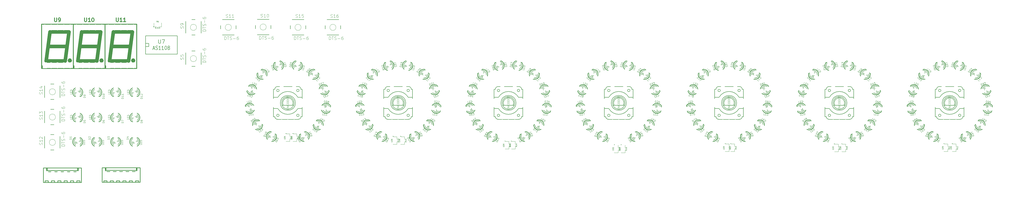
<source format=gto>
G04 (created by PCBNEW (25-Oct-2014 BZR 4029)-stable) date Di 23 Feb 2016 01:23:28 CET*
%MOIN*%
G04 Gerber Fmt 3.4, Leading zero omitted, Abs format*
%FSLAX34Y34*%
G01*
G70*
G90*
G04 APERTURE LIST*
%ADD10C,0.00590551*%
%ADD11C,0.01*%
%ADD12C,0.006*%
%ADD13C,0.005*%
%ADD14C,0.0026*%
%ADD15C,0.008*%
%ADD16C,0.004*%
%ADD17C,0.0039*%
%ADD18C,0.0551*%
%ADD19C,0.0118*%
%ADD20C,0.012*%
%ADD21C,0.0394*%
%ADD22C,0.0035*%
%ADD23C,0.0043*%
%ADD24C,0.011811*%
%ADD25C,0.003*%
%ADD26C,0.073874*%
%ADD27R,0.027874X0.057874*%
%ADD28O,0.067874X0.127874*%
%ADD29R,0.0492126X0.0492126*%
%ADD30C,0.0492126*%
%ADD31C,0.244094*%
%ADD32O,0.126574X0.067174*%
%ADD33O,0.067174X0.126574*%
%ADD34R,0.042874X0.062874*%
%ADD35R,0.062874X0.042874*%
%ADD36R,0.066974X0.094474*%
%ADD37O,0.066974X0.094474*%
%ADD38C,0.067874*%
%ADD39R,0.133858X0.133858*%
G04 APERTURE END LIST*
G54D10*
G54D11*
X9735Y-21900D02*
X8735Y-21900D01*
G54D12*
X8850Y-22980D02*
G75*
G03X9235Y-23120I384J460D01*
G74*
G01*
X9235Y-23119D02*
G75*
G03X9632Y-22968I0J599D01*
G74*
G01*
X9235Y-21920D02*
G75*
G03X8845Y-22064I0J-599D01*
G74*
G01*
X9619Y-22059D02*
G75*
G03X9235Y-21920I-384J-460D01*
G74*
G01*
X8885Y-22032D02*
G75*
G03X8635Y-22520I349J-487D01*
G74*
G01*
X8635Y-22520D02*
G75*
G03X8874Y-22999I600J0D01*
G74*
G01*
X9834Y-22520D02*
G75*
G03X9603Y-22047I-599J0D01*
G74*
G01*
X9603Y-22993D02*
G75*
G03X9835Y-22520I-368J473D01*
G74*
G01*
X8985Y-22520D02*
G75*
G03X9235Y-22770I250J0D01*
G74*
G01*
X8835Y-22520D02*
G75*
G03X9235Y-22920I400J0D01*
G74*
G01*
X9485Y-22520D02*
G75*
G03X9235Y-22270I-250J0D01*
G74*
G01*
X9635Y-22520D02*
G75*
G03X9235Y-22120I-400J0D01*
G74*
G01*
G54D11*
X8721Y-21906D02*
G75*
G03X8435Y-22520I513J-613D01*
G74*
G01*
X8436Y-22520D02*
G75*
G03X8858Y-23224I799J0D01*
G74*
G01*
X10033Y-22518D02*
G75*
G03X9750Y-21909I-798J-1D01*
G74*
G01*
X9632Y-23214D02*
G75*
G03X10035Y-22520I-397J694D01*
G74*
G01*
X8855Y-23224D02*
G75*
G03X9235Y-23320I379J704D01*
G74*
G01*
X9235Y-23319D02*
G75*
G03X9653Y-23201I0J799D01*
G74*
G01*
X12735Y-21900D02*
X11735Y-21900D01*
G54D12*
X11850Y-22980D02*
G75*
G03X12235Y-23120I384J460D01*
G74*
G01*
X12235Y-23119D02*
G75*
G03X12632Y-22968I0J599D01*
G74*
G01*
X12235Y-21920D02*
G75*
G03X11845Y-22064I0J-599D01*
G74*
G01*
X12619Y-22059D02*
G75*
G03X12235Y-21920I-384J-460D01*
G74*
G01*
X11885Y-22032D02*
G75*
G03X11635Y-22520I349J-487D01*
G74*
G01*
X11635Y-22520D02*
G75*
G03X11874Y-22999I600J0D01*
G74*
G01*
X12834Y-22520D02*
G75*
G03X12603Y-22047I-599J0D01*
G74*
G01*
X12603Y-22993D02*
G75*
G03X12835Y-22520I-368J473D01*
G74*
G01*
X11985Y-22520D02*
G75*
G03X12235Y-22770I250J0D01*
G74*
G01*
X11835Y-22520D02*
G75*
G03X12235Y-22920I400J0D01*
G74*
G01*
X12485Y-22520D02*
G75*
G03X12235Y-22270I-250J0D01*
G74*
G01*
X12635Y-22520D02*
G75*
G03X12235Y-22120I-400J0D01*
G74*
G01*
G54D11*
X11721Y-21906D02*
G75*
G03X11435Y-22520I513J-613D01*
G74*
G01*
X11436Y-22520D02*
G75*
G03X11858Y-23224I799J0D01*
G74*
G01*
X13033Y-22518D02*
G75*
G03X12750Y-21909I-798J-1D01*
G74*
G01*
X12632Y-23214D02*
G75*
G03X13035Y-22520I-397J694D01*
G74*
G01*
X11855Y-23224D02*
G75*
G03X12235Y-23320I379J704D01*
G74*
G01*
X12235Y-23319D02*
G75*
G03X12653Y-23201I0J799D01*
G74*
G01*
X15735Y-21900D02*
X14735Y-21900D01*
G54D12*
X14850Y-22980D02*
G75*
G03X15235Y-23120I384J460D01*
G74*
G01*
X15235Y-23119D02*
G75*
G03X15632Y-22968I0J599D01*
G74*
G01*
X15235Y-21920D02*
G75*
G03X14845Y-22064I0J-599D01*
G74*
G01*
X15619Y-22059D02*
G75*
G03X15235Y-21920I-384J-460D01*
G74*
G01*
X14885Y-22032D02*
G75*
G03X14635Y-22520I349J-487D01*
G74*
G01*
X14635Y-22520D02*
G75*
G03X14874Y-22999I600J0D01*
G74*
G01*
X15834Y-22520D02*
G75*
G03X15603Y-22047I-599J0D01*
G74*
G01*
X15603Y-22993D02*
G75*
G03X15835Y-22520I-368J473D01*
G74*
G01*
X14985Y-22520D02*
G75*
G03X15235Y-22770I250J0D01*
G74*
G01*
X14835Y-22520D02*
G75*
G03X15235Y-22920I400J0D01*
G74*
G01*
X15485Y-22520D02*
G75*
G03X15235Y-22270I-250J0D01*
G74*
G01*
X15635Y-22520D02*
G75*
G03X15235Y-22120I-400J0D01*
G74*
G01*
G54D11*
X14721Y-21906D02*
G75*
G03X14435Y-22520I513J-613D01*
G74*
G01*
X14436Y-22520D02*
G75*
G03X14858Y-23224I799J0D01*
G74*
G01*
X16033Y-22518D02*
G75*
G03X15750Y-21909I-798J-1D01*
G74*
G01*
X15632Y-23214D02*
G75*
G03X16035Y-22520I-397J694D01*
G74*
G01*
X14855Y-23224D02*
G75*
G03X15235Y-23320I379J704D01*
G74*
G01*
X15235Y-23319D02*
G75*
G03X15653Y-23201I0J799D01*
G74*
G01*
X18735Y-21900D02*
X17735Y-21900D01*
G54D12*
X17850Y-22980D02*
G75*
G03X18235Y-23120I384J460D01*
G74*
G01*
X18235Y-23119D02*
G75*
G03X18632Y-22968I0J599D01*
G74*
G01*
X18235Y-21920D02*
G75*
G03X17845Y-22064I0J-599D01*
G74*
G01*
X18619Y-22059D02*
G75*
G03X18235Y-21920I-384J-460D01*
G74*
G01*
X17885Y-22032D02*
G75*
G03X17635Y-22520I349J-487D01*
G74*
G01*
X17635Y-22520D02*
G75*
G03X17874Y-22999I600J0D01*
G74*
G01*
X18834Y-22520D02*
G75*
G03X18603Y-22047I-599J0D01*
G74*
G01*
X18603Y-22993D02*
G75*
G03X18835Y-22520I-368J473D01*
G74*
G01*
X17985Y-22520D02*
G75*
G03X18235Y-22770I250J0D01*
G74*
G01*
X17835Y-22520D02*
G75*
G03X18235Y-22920I400J0D01*
G74*
G01*
X18485Y-22520D02*
G75*
G03X18235Y-22270I-250J0D01*
G74*
G01*
X18635Y-22520D02*
G75*
G03X18235Y-22120I-400J0D01*
G74*
G01*
G54D11*
X17721Y-21906D02*
G75*
G03X17435Y-22520I513J-613D01*
G74*
G01*
X17436Y-22520D02*
G75*
G03X17858Y-23224I799J0D01*
G74*
G01*
X19033Y-22518D02*
G75*
G03X18750Y-21909I-798J-1D01*
G74*
G01*
X18632Y-23214D02*
G75*
G03X19035Y-22520I-397J694D01*
G74*
G01*
X17855Y-23224D02*
G75*
G03X18235Y-23320I379J704D01*
G74*
G01*
X18235Y-23319D02*
G75*
G03X18653Y-23201I0J799D01*
G74*
G01*
X8735Y-19340D02*
X9735Y-19340D01*
G54D12*
X9619Y-18259D02*
G75*
G03X9235Y-18120I-384J-460D01*
G74*
G01*
X9235Y-18120D02*
G75*
G03X8837Y-18271I0J-599D01*
G74*
G01*
X9235Y-19319D02*
G75*
G03X9624Y-19175I0J599D01*
G74*
G01*
X8850Y-19180D02*
G75*
G03X9235Y-19320I384J460D01*
G74*
G01*
X9584Y-19207D02*
G75*
G03X9835Y-18720I-349J487D01*
G74*
G01*
X9835Y-18720D02*
G75*
G03X9595Y-18240I-600J0D01*
G74*
G01*
X8635Y-18720D02*
G75*
G03X8866Y-19192I599J0D01*
G74*
G01*
X8866Y-18246D02*
G75*
G03X8635Y-18720I368J-473D01*
G74*
G01*
X9485Y-18720D02*
G75*
G03X9235Y-18470I-250J0D01*
G74*
G01*
X9635Y-18720D02*
G75*
G03X9235Y-18320I-400J0D01*
G74*
G01*
X8985Y-18720D02*
G75*
G03X9235Y-18970I250J0D01*
G74*
G01*
X8835Y-18720D02*
G75*
G03X9235Y-19120I400J0D01*
G74*
G01*
G54D11*
X9748Y-19333D02*
G75*
G03X10035Y-18720I-513J613D01*
G74*
G01*
X10034Y-18720D02*
G75*
G03X9611Y-18015I-799J0D01*
G74*
G01*
X8436Y-18721D02*
G75*
G03X8719Y-19330I798J1D01*
G74*
G01*
X8837Y-18025D02*
G75*
G03X8435Y-18720I397J-694D01*
G74*
G01*
X9614Y-18015D02*
G75*
G03X9235Y-17920I-379J-704D01*
G74*
G01*
X9235Y-17920D02*
G75*
G03X8816Y-18038I0J-799D01*
G74*
G01*
X11735Y-19340D02*
X12735Y-19340D01*
G54D12*
X12619Y-18259D02*
G75*
G03X12235Y-18120I-384J-460D01*
G74*
G01*
X12235Y-18120D02*
G75*
G03X11837Y-18271I0J-599D01*
G74*
G01*
X12235Y-19319D02*
G75*
G03X12624Y-19175I0J599D01*
G74*
G01*
X11850Y-19180D02*
G75*
G03X12235Y-19320I384J460D01*
G74*
G01*
X12584Y-19207D02*
G75*
G03X12835Y-18720I-349J487D01*
G74*
G01*
X12835Y-18720D02*
G75*
G03X12595Y-18240I-600J0D01*
G74*
G01*
X11635Y-18720D02*
G75*
G03X11866Y-19192I599J0D01*
G74*
G01*
X11866Y-18246D02*
G75*
G03X11635Y-18720I368J-473D01*
G74*
G01*
X12485Y-18720D02*
G75*
G03X12235Y-18470I-250J0D01*
G74*
G01*
X12635Y-18720D02*
G75*
G03X12235Y-18320I-400J0D01*
G74*
G01*
X11985Y-18720D02*
G75*
G03X12235Y-18970I250J0D01*
G74*
G01*
X11835Y-18720D02*
G75*
G03X12235Y-19120I400J0D01*
G74*
G01*
G54D11*
X12748Y-19333D02*
G75*
G03X13035Y-18720I-513J613D01*
G74*
G01*
X13034Y-18720D02*
G75*
G03X12611Y-18015I-799J0D01*
G74*
G01*
X11436Y-18721D02*
G75*
G03X11719Y-19330I798J1D01*
G74*
G01*
X11837Y-18025D02*
G75*
G03X11435Y-18720I397J-694D01*
G74*
G01*
X12614Y-18015D02*
G75*
G03X12235Y-17920I-379J-704D01*
G74*
G01*
X12235Y-17920D02*
G75*
G03X11816Y-18038I0J-799D01*
G74*
G01*
X14735Y-19340D02*
X15735Y-19340D01*
G54D12*
X15619Y-18259D02*
G75*
G03X15235Y-18120I-384J-460D01*
G74*
G01*
X15235Y-18120D02*
G75*
G03X14837Y-18271I0J-599D01*
G74*
G01*
X15235Y-19319D02*
G75*
G03X15624Y-19175I0J599D01*
G74*
G01*
X14850Y-19180D02*
G75*
G03X15235Y-19320I384J460D01*
G74*
G01*
X15584Y-19207D02*
G75*
G03X15835Y-18720I-349J487D01*
G74*
G01*
X15835Y-18720D02*
G75*
G03X15595Y-18240I-600J0D01*
G74*
G01*
X14635Y-18720D02*
G75*
G03X14866Y-19192I599J0D01*
G74*
G01*
X14866Y-18246D02*
G75*
G03X14635Y-18720I368J-473D01*
G74*
G01*
X15485Y-18720D02*
G75*
G03X15235Y-18470I-250J0D01*
G74*
G01*
X15635Y-18720D02*
G75*
G03X15235Y-18320I-400J0D01*
G74*
G01*
X14985Y-18720D02*
G75*
G03X15235Y-18970I250J0D01*
G74*
G01*
X14835Y-18720D02*
G75*
G03X15235Y-19120I400J0D01*
G74*
G01*
G54D11*
X15748Y-19333D02*
G75*
G03X16035Y-18720I-513J613D01*
G74*
G01*
X16034Y-18720D02*
G75*
G03X15611Y-18015I-799J0D01*
G74*
G01*
X14436Y-18721D02*
G75*
G03X14719Y-19330I798J1D01*
G74*
G01*
X14837Y-18025D02*
G75*
G03X14435Y-18720I397J-694D01*
G74*
G01*
X15614Y-18015D02*
G75*
G03X15235Y-17920I-379J-704D01*
G74*
G01*
X15235Y-17920D02*
G75*
G03X14816Y-18038I0J-799D01*
G74*
G01*
X17735Y-19340D02*
X18735Y-19340D01*
G54D12*
X18619Y-18259D02*
G75*
G03X18235Y-18120I-384J-460D01*
G74*
G01*
X18235Y-18120D02*
G75*
G03X17837Y-18271I0J-599D01*
G74*
G01*
X18235Y-19319D02*
G75*
G03X18624Y-19175I0J599D01*
G74*
G01*
X17850Y-19180D02*
G75*
G03X18235Y-19320I384J460D01*
G74*
G01*
X18584Y-19207D02*
G75*
G03X18835Y-18720I-349J487D01*
G74*
G01*
X18835Y-18720D02*
G75*
G03X18595Y-18240I-600J0D01*
G74*
G01*
X17635Y-18720D02*
G75*
G03X17866Y-19192I599J0D01*
G74*
G01*
X17866Y-18246D02*
G75*
G03X17635Y-18720I368J-473D01*
G74*
G01*
X18485Y-18720D02*
G75*
G03X18235Y-18470I-250J0D01*
G74*
G01*
X18635Y-18720D02*
G75*
G03X18235Y-18320I-400J0D01*
G74*
G01*
X17985Y-18720D02*
G75*
G03X18235Y-18970I250J0D01*
G74*
G01*
X17835Y-18720D02*
G75*
G03X18235Y-19120I400J0D01*
G74*
G01*
G54D11*
X18748Y-19333D02*
G75*
G03X19035Y-18720I-513J613D01*
G74*
G01*
X19034Y-18720D02*
G75*
G03X18611Y-18015I-799J0D01*
G74*
G01*
X17436Y-18721D02*
G75*
G03X17719Y-19330I798J1D01*
G74*
G01*
X17837Y-18025D02*
G75*
G03X17435Y-18720I397J-694D01*
G74*
G01*
X18614Y-18015D02*
G75*
G03X18235Y-17920I-379J-704D01*
G74*
G01*
X18235Y-17920D02*
G75*
G03X17816Y-18038I0J-799D01*
G74*
G01*
X8735Y-15340D02*
X9735Y-15340D01*
G54D12*
X9619Y-14259D02*
G75*
G03X9235Y-14120I-384J-460D01*
G74*
G01*
X9235Y-14120D02*
G75*
G03X8837Y-14271I0J-599D01*
G74*
G01*
X9235Y-15319D02*
G75*
G03X9624Y-15175I0J599D01*
G74*
G01*
X8850Y-15180D02*
G75*
G03X9235Y-15320I384J460D01*
G74*
G01*
X9584Y-15207D02*
G75*
G03X9835Y-14720I-349J487D01*
G74*
G01*
X9835Y-14720D02*
G75*
G03X9595Y-14240I-600J0D01*
G74*
G01*
X8635Y-14720D02*
G75*
G03X8866Y-15192I599J0D01*
G74*
G01*
X8866Y-14246D02*
G75*
G03X8635Y-14720I368J-473D01*
G74*
G01*
X9485Y-14720D02*
G75*
G03X9235Y-14470I-250J0D01*
G74*
G01*
X9635Y-14720D02*
G75*
G03X9235Y-14320I-400J0D01*
G74*
G01*
X8985Y-14720D02*
G75*
G03X9235Y-14970I250J0D01*
G74*
G01*
X8835Y-14720D02*
G75*
G03X9235Y-15120I400J0D01*
G74*
G01*
G54D11*
X9748Y-15333D02*
G75*
G03X10035Y-14720I-513J613D01*
G74*
G01*
X10034Y-14720D02*
G75*
G03X9611Y-14015I-799J0D01*
G74*
G01*
X8436Y-14721D02*
G75*
G03X8719Y-15330I798J1D01*
G74*
G01*
X8837Y-14025D02*
G75*
G03X8435Y-14720I397J-694D01*
G74*
G01*
X9614Y-14015D02*
G75*
G03X9235Y-13920I-379J-704D01*
G74*
G01*
X9235Y-13920D02*
G75*
G03X8816Y-14038I0J-799D01*
G74*
G01*
X11735Y-15340D02*
X12735Y-15340D01*
G54D12*
X12619Y-14259D02*
G75*
G03X12235Y-14120I-384J-460D01*
G74*
G01*
X12235Y-14120D02*
G75*
G03X11837Y-14271I0J-599D01*
G74*
G01*
X12235Y-15319D02*
G75*
G03X12624Y-15175I0J599D01*
G74*
G01*
X11850Y-15180D02*
G75*
G03X12235Y-15320I384J460D01*
G74*
G01*
X12584Y-15207D02*
G75*
G03X12835Y-14720I-349J487D01*
G74*
G01*
X12835Y-14720D02*
G75*
G03X12595Y-14240I-600J0D01*
G74*
G01*
X11635Y-14720D02*
G75*
G03X11866Y-15192I599J0D01*
G74*
G01*
X11866Y-14246D02*
G75*
G03X11635Y-14720I368J-473D01*
G74*
G01*
X12485Y-14720D02*
G75*
G03X12235Y-14470I-250J0D01*
G74*
G01*
X12635Y-14720D02*
G75*
G03X12235Y-14320I-400J0D01*
G74*
G01*
X11985Y-14720D02*
G75*
G03X12235Y-14970I250J0D01*
G74*
G01*
X11835Y-14720D02*
G75*
G03X12235Y-15120I400J0D01*
G74*
G01*
G54D11*
X12748Y-15333D02*
G75*
G03X13035Y-14720I-513J613D01*
G74*
G01*
X13034Y-14720D02*
G75*
G03X12611Y-14015I-799J0D01*
G74*
G01*
X11436Y-14721D02*
G75*
G03X11719Y-15330I798J1D01*
G74*
G01*
X11837Y-14025D02*
G75*
G03X11435Y-14720I397J-694D01*
G74*
G01*
X12614Y-14015D02*
G75*
G03X12235Y-13920I-379J-704D01*
G74*
G01*
X12235Y-13920D02*
G75*
G03X11816Y-14038I0J-799D01*
G74*
G01*
X14735Y-15340D02*
X15735Y-15340D01*
G54D12*
X15619Y-14259D02*
G75*
G03X15235Y-14120I-384J-460D01*
G74*
G01*
X15235Y-14120D02*
G75*
G03X14837Y-14271I0J-599D01*
G74*
G01*
X15235Y-15319D02*
G75*
G03X15624Y-15175I0J599D01*
G74*
G01*
X14850Y-15180D02*
G75*
G03X15235Y-15320I384J460D01*
G74*
G01*
X15584Y-15207D02*
G75*
G03X15835Y-14720I-349J487D01*
G74*
G01*
X15835Y-14720D02*
G75*
G03X15595Y-14240I-600J0D01*
G74*
G01*
X14635Y-14720D02*
G75*
G03X14866Y-15192I599J0D01*
G74*
G01*
X14866Y-14246D02*
G75*
G03X14635Y-14720I368J-473D01*
G74*
G01*
X15485Y-14720D02*
G75*
G03X15235Y-14470I-250J0D01*
G74*
G01*
X15635Y-14720D02*
G75*
G03X15235Y-14320I-400J0D01*
G74*
G01*
X14985Y-14720D02*
G75*
G03X15235Y-14970I250J0D01*
G74*
G01*
X14835Y-14720D02*
G75*
G03X15235Y-15120I400J0D01*
G74*
G01*
G54D11*
X15748Y-15333D02*
G75*
G03X16035Y-14720I-513J613D01*
G74*
G01*
X16034Y-14720D02*
G75*
G03X15611Y-14015I-799J0D01*
G74*
G01*
X14436Y-14721D02*
G75*
G03X14719Y-15330I798J1D01*
G74*
G01*
X14837Y-14025D02*
G75*
G03X14435Y-14720I397J-694D01*
G74*
G01*
X15614Y-14015D02*
G75*
G03X15235Y-13920I-379J-704D01*
G74*
G01*
X15235Y-13920D02*
G75*
G03X14816Y-14038I0J-799D01*
G74*
G01*
X17735Y-15340D02*
X18735Y-15340D01*
G54D12*
X18619Y-14259D02*
G75*
G03X18235Y-14120I-384J-460D01*
G74*
G01*
X18235Y-14120D02*
G75*
G03X17837Y-14271I0J-599D01*
G74*
G01*
X18235Y-15319D02*
G75*
G03X18624Y-15175I0J599D01*
G74*
G01*
X17850Y-15180D02*
G75*
G03X18235Y-15320I384J460D01*
G74*
G01*
X18584Y-15207D02*
G75*
G03X18835Y-14720I-349J487D01*
G74*
G01*
X18835Y-14720D02*
G75*
G03X18595Y-14240I-600J0D01*
G74*
G01*
X17635Y-14720D02*
G75*
G03X17866Y-15192I599J0D01*
G74*
G01*
X17866Y-14246D02*
G75*
G03X17635Y-14720I368J-473D01*
G74*
G01*
X18485Y-14720D02*
G75*
G03X18235Y-14470I-250J0D01*
G74*
G01*
X18635Y-14720D02*
G75*
G03X18235Y-14320I-400J0D01*
G74*
G01*
X17985Y-14720D02*
G75*
G03X18235Y-14970I250J0D01*
G74*
G01*
X17835Y-14720D02*
G75*
G03X18235Y-15120I400J0D01*
G74*
G01*
G54D11*
X18748Y-15333D02*
G75*
G03X19035Y-14720I-513J613D01*
G74*
G01*
X19034Y-14720D02*
G75*
G03X18611Y-14015I-799J0D01*
G74*
G01*
X17436Y-14721D02*
G75*
G03X17719Y-15330I798J1D01*
G74*
G01*
X17837Y-14025D02*
G75*
G03X17435Y-14720I397J-694D01*
G74*
G01*
X18614Y-14015D02*
G75*
G03X18235Y-13920I-379J-704D01*
G74*
G01*
X18235Y-13920D02*
G75*
G03X17816Y-14038I0J-799D01*
G74*
G01*
G54D13*
X24935Y-8670D02*
X24935Y-5770D01*
X19935Y-5770D02*
X19935Y-8670D01*
X24935Y-8670D02*
X19935Y-8670D01*
X19935Y-5770D02*
X24935Y-5770D01*
X19935Y-6970D02*
X20435Y-6970D01*
X20435Y-6970D02*
X20435Y-7470D01*
X20435Y-7470D02*
X19935Y-7470D01*
G54D14*
X13485Y-27880D02*
X13685Y-27880D01*
X13685Y-27880D02*
X13685Y-27680D01*
X13485Y-27680D02*
X13685Y-27680D01*
X13485Y-27880D02*
X13485Y-27680D01*
X14485Y-27880D02*
X14685Y-27880D01*
X14685Y-27880D02*
X14685Y-27680D01*
X14485Y-27680D02*
X14685Y-27680D01*
X14485Y-27880D02*
X14485Y-27680D01*
X15485Y-27880D02*
X15685Y-27880D01*
X15685Y-27880D02*
X15685Y-27680D01*
X15485Y-27680D02*
X15685Y-27680D01*
X15485Y-27880D02*
X15485Y-27680D01*
X16485Y-27880D02*
X16685Y-27880D01*
X16685Y-27880D02*
X16685Y-27680D01*
X16485Y-27680D02*
X16685Y-27680D01*
X16485Y-27880D02*
X16485Y-27680D01*
X17485Y-27880D02*
X17685Y-27880D01*
X17685Y-27880D02*
X17685Y-27680D01*
X17485Y-27680D02*
X17685Y-27680D01*
X17485Y-27880D02*
X17485Y-27680D01*
X18485Y-27880D02*
X18685Y-27880D01*
X18685Y-27880D02*
X18685Y-27680D01*
X18485Y-27680D02*
X18685Y-27680D01*
X18485Y-27880D02*
X18485Y-27680D01*
G54D13*
X13585Y-26780D02*
X13585Y-26630D01*
G54D11*
X13085Y-27780D02*
X13085Y-26630D01*
X13085Y-26630D02*
X13585Y-26630D01*
X13585Y-26630D02*
X13685Y-26630D01*
X13685Y-26630D02*
X16085Y-26630D01*
X19085Y-27780D02*
X19085Y-26630D01*
X19085Y-26630D02*
X16085Y-26630D01*
X13085Y-27780D02*
X13085Y-28930D01*
X13085Y-28930D02*
X16035Y-28930D01*
X19085Y-27780D02*
X19085Y-28930D01*
X19085Y-28930D02*
X16035Y-28930D01*
X13185Y-28930D02*
X13335Y-28930D01*
X13335Y-28930D02*
X13335Y-28680D01*
X13335Y-28680D02*
X13835Y-28680D01*
X13835Y-28680D02*
X13835Y-28930D01*
X13835Y-28930D02*
X14335Y-28930D01*
X14335Y-28930D02*
X14335Y-28680D01*
X14335Y-28680D02*
X14835Y-28680D01*
X14835Y-28680D02*
X14835Y-28930D01*
X14835Y-28930D02*
X15335Y-28930D01*
X15335Y-28930D02*
X15335Y-28680D01*
X15335Y-28680D02*
X15835Y-28680D01*
X15835Y-28680D02*
X15835Y-28930D01*
X15835Y-28930D02*
X16335Y-28930D01*
X16335Y-28930D02*
X16335Y-28680D01*
X16335Y-28680D02*
X16835Y-28680D01*
X16835Y-28680D02*
X16835Y-28930D01*
X16835Y-28930D02*
X17335Y-28930D01*
X17335Y-28930D02*
X17335Y-28680D01*
X17335Y-28680D02*
X17835Y-28680D01*
X17835Y-28680D02*
X17835Y-28930D01*
X17835Y-28930D02*
X18335Y-28930D01*
X18335Y-28930D02*
X18335Y-28680D01*
X18335Y-28680D02*
X18835Y-28680D01*
X18835Y-28680D02*
X18835Y-28930D01*
X18835Y-28930D02*
X19085Y-28930D01*
X13585Y-27030D02*
X13585Y-26630D01*
X13585Y-27030D02*
X13685Y-27030D01*
X13685Y-27030D02*
X18485Y-27030D01*
X18485Y-27030D02*
X18585Y-27030D01*
X18585Y-27030D02*
X18585Y-26630D01*
X13585Y-27030D02*
X13685Y-27230D01*
X13685Y-26630D02*
X13685Y-27030D01*
X13685Y-27230D02*
X18485Y-27230D01*
X18485Y-27230D02*
X18585Y-27030D01*
X18485Y-26630D02*
X18485Y-27030D01*
G54D14*
X4215Y-27910D02*
X4415Y-27910D01*
X4415Y-27910D02*
X4415Y-27710D01*
X4215Y-27710D02*
X4415Y-27710D01*
X4215Y-27910D02*
X4215Y-27710D01*
X5215Y-27910D02*
X5415Y-27910D01*
X5415Y-27910D02*
X5415Y-27710D01*
X5215Y-27710D02*
X5415Y-27710D01*
X5215Y-27910D02*
X5215Y-27710D01*
X6215Y-27910D02*
X6415Y-27910D01*
X6415Y-27910D02*
X6415Y-27710D01*
X6215Y-27710D02*
X6415Y-27710D01*
X6215Y-27910D02*
X6215Y-27710D01*
X7215Y-27910D02*
X7415Y-27910D01*
X7415Y-27910D02*
X7415Y-27710D01*
X7215Y-27710D02*
X7415Y-27710D01*
X7215Y-27910D02*
X7215Y-27710D01*
X8215Y-27910D02*
X8415Y-27910D01*
X8415Y-27910D02*
X8415Y-27710D01*
X8215Y-27710D02*
X8415Y-27710D01*
X8215Y-27910D02*
X8215Y-27710D01*
X9215Y-27910D02*
X9415Y-27910D01*
X9415Y-27910D02*
X9415Y-27710D01*
X9215Y-27710D02*
X9415Y-27710D01*
X9215Y-27910D02*
X9215Y-27710D01*
G54D13*
X4315Y-26810D02*
X4315Y-26660D01*
G54D11*
X3815Y-27810D02*
X3815Y-26660D01*
X3815Y-26660D02*
X4315Y-26660D01*
X4315Y-26660D02*
X4415Y-26660D01*
X4415Y-26660D02*
X6815Y-26660D01*
X9815Y-27810D02*
X9815Y-26660D01*
X9815Y-26660D02*
X6815Y-26660D01*
X3815Y-27810D02*
X3815Y-28960D01*
X3815Y-28960D02*
X6765Y-28960D01*
X9815Y-27810D02*
X9815Y-28960D01*
X9815Y-28960D02*
X6765Y-28960D01*
X3915Y-28960D02*
X4065Y-28960D01*
X4065Y-28960D02*
X4065Y-28710D01*
X4065Y-28710D02*
X4565Y-28710D01*
X4565Y-28710D02*
X4565Y-28960D01*
X4565Y-28960D02*
X5065Y-28960D01*
X5065Y-28960D02*
X5065Y-28710D01*
X5065Y-28710D02*
X5565Y-28710D01*
X5565Y-28710D02*
X5565Y-28960D01*
X5565Y-28960D02*
X6065Y-28960D01*
X6065Y-28960D02*
X6065Y-28710D01*
X6065Y-28710D02*
X6565Y-28710D01*
X6565Y-28710D02*
X6565Y-28960D01*
X6565Y-28960D02*
X7065Y-28960D01*
X7065Y-28960D02*
X7065Y-28710D01*
X7065Y-28710D02*
X7565Y-28710D01*
X7565Y-28710D02*
X7565Y-28960D01*
X7565Y-28960D02*
X8065Y-28960D01*
X8065Y-28960D02*
X8065Y-28710D01*
X8065Y-28710D02*
X8565Y-28710D01*
X8565Y-28710D02*
X8565Y-28960D01*
X8565Y-28960D02*
X9065Y-28960D01*
X9065Y-28960D02*
X9065Y-28710D01*
X9065Y-28710D02*
X9565Y-28710D01*
X9565Y-28710D02*
X9565Y-28960D01*
X9565Y-28960D02*
X9815Y-28960D01*
X4315Y-27060D02*
X4315Y-26660D01*
X4315Y-27060D02*
X4415Y-27060D01*
X4415Y-27060D02*
X9215Y-27060D01*
X9215Y-27060D02*
X9315Y-27060D01*
X9315Y-27060D02*
X9315Y-26660D01*
X4315Y-27060D02*
X4415Y-27260D01*
X4415Y-26660D02*
X4415Y-27060D01*
X4415Y-27260D02*
X9215Y-27260D01*
X9215Y-27260D02*
X9315Y-27060D01*
X9215Y-26660D02*
X9215Y-27060D01*
X76044Y-9738D02*
X75074Y-9980D01*
G54D12*
X75448Y-11001D02*
G75*
G03X75854Y-11043I261J540D01*
G74*
G01*
X75854Y-11042D02*
G75*
G03X76203Y-10799I-144J581D01*
G74*
G01*
X75564Y-9879D02*
G75*
G03X75220Y-10114I144J-581D01*
G74*
G01*
X75970Y-9921D02*
G75*
G03X75564Y-9879I-261J-540D01*
G74*
G01*
X75252Y-10072D02*
G75*
G03X75127Y-10606I456J-388D01*
G74*
G01*
X75127Y-10606D02*
G75*
G03X75475Y-11013I582J145D01*
G74*
G01*
X76290Y-10316D02*
G75*
G03X75952Y-9913I-581J-144D01*
G74*
G01*
X76181Y-10831D02*
G75*
G03X76291Y-10316I-472J370D01*
G74*
G01*
X75466Y-10521D02*
G75*
G03X75769Y-10703I242J60D01*
G74*
G01*
X75321Y-10557D02*
G75*
G03X75806Y-10849I388J96D01*
G74*
G01*
X75951Y-10400D02*
G75*
G03X75648Y-10218I-242J-60D01*
G74*
G01*
X76097Y-10364D02*
G75*
G03X75612Y-10073I-388J-96D01*
G74*
G01*
G54D11*
X75062Y-9989D02*
G75*
G03X74933Y-10654I646J-471D01*
G74*
G01*
X74934Y-10654D02*
G75*
G03X75514Y-11236I775J193D01*
G74*
G01*
X76484Y-10266D02*
G75*
G03X76062Y-9744I-774J-194D01*
G74*
G01*
X76262Y-11038D02*
G75*
G03X76485Y-10267I-553J577D01*
G74*
G01*
X75511Y-11236D02*
G75*
G03X75902Y-11237I197J775D01*
G74*
G01*
X75902Y-11237D02*
G75*
G03X76280Y-11020I-193J775D01*
G74*
G01*
X71041Y-13611D02*
X70699Y-14551D01*
G54D12*
X71754Y-14812D02*
G75*
G03X72016Y-14498I-301J518D01*
G74*
G01*
X72015Y-14498D02*
G75*
G03X72010Y-14073I-563J204D01*
G74*
G01*
X70889Y-14088D02*
G75*
G03X70891Y-14504I563J-204D01*
G74*
G01*
X71151Y-13775D02*
G75*
G03X70889Y-14088I301J-518D01*
G74*
G01*
X70874Y-14455D02*
G75*
G03X71247Y-14857I577J161D01*
G74*
G01*
X71247Y-14857D02*
G75*
G03X71780Y-14796I205J563D01*
G74*
G01*
X71657Y-13730D02*
G75*
G03X71134Y-13786I-204J-563D01*
G74*
G01*
X72023Y-14109D02*
G75*
G03X71658Y-13729I-570J-184D01*
G74*
G01*
X71367Y-14528D02*
G75*
G03X71687Y-14379I85J234D01*
G74*
G01*
X71316Y-14669D02*
G75*
G03X71828Y-14430I136J375D01*
G74*
G01*
X71538Y-14058D02*
G75*
G03X71217Y-14208I-85J-234D01*
G74*
G01*
X71589Y-13917D02*
G75*
G03X71076Y-14156I-136J-375D01*
G74*
G01*
G54D11*
X70700Y-14565D02*
G75*
G03X71179Y-15045I752J272D01*
G74*
G01*
X71179Y-15044D02*
G75*
G03X71986Y-14888I273J750D01*
G74*
G01*
X71724Y-13542D02*
G75*
G03X71055Y-13600I-271J-751D01*
G74*
G01*
X72241Y-14157D02*
G75*
G03X71726Y-13541I-788J-136D01*
G74*
G01*
X71985Y-14890D02*
G75*
G03X72204Y-14567I-532J597D01*
G74*
G01*
X72204Y-14567D02*
G75*
G03X72236Y-14132I-751J273D01*
G74*
G01*
X70460Y-16820D02*
X70599Y-17810D01*
G54D12*
X71654Y-17545D02*
G75*
G03X71738Y-17145I-509J316D01*
G74*
G01*
X71737Y-17145D02*
G75*
G03X71532Y-16772I-593J-83D01*
G74*
G01*
X70550Y-17312D02*
G75*
G03X70748Y-17678I593J83D01*
G74*
G01*
X70634Y-16912D02*
G75*
G03X70550Y-17312I509J-316D01*
G74*
G01*
X70709Y-17642D02*
G75*
G03X71227Y-17823I434J413D01*
G74*
G01*
X71227Y-17823D02*
G75*
G03X71669Y-17518I-83J594D01*
G74*
G01*
X71060Y-16635D02*
G75*
G03X70624Y-16930I83J-593D01*
G74*
G01*
X71561Y-16798D02*
G75*
G03X71060Y-16634I-417J-430D01*
G74*
G01*
X71179Y-17476D02*
G75*
G03X71391Y-17194I-34J247D01*
G74*
G01*
X71200Y-17625D02*
G75*
G03X71540Y-17173I-55J396D01*
G74*
G01*
X71109Y-16981D02*
G75*
G03X70896Y-17263I34J-247D01*
G74*
G01*
X71088Y-16832D02*
G75*
G03X70748Y-17284I55J-396D01*
G74*
G01*
G54D11*
X70608Y-17822D02*
G75*
G03X71255Y-18021I536J593D01*
G74*
G01*
X71255Y-18020D02*
G75*
G03X71894Y-17503I-111J791D01*
G74*
G01*
X71031Y-16437D02*
G75*
G03X70468Y-16803I112J-791D01*
G74*
G01*
X71776Y-16738D02*
G75*
G03X71033Y-16436I-632J-490D01*
G74*
G01*
X71894Y-17506D02*
G75*
G03X71936Y-17117I-750J277D01*
G74*
G01*
X71936Y-17117D02*
G75*
G03X71760Y-16719I-791J-111D01*
G74*
G01*
X48970Y-17810D02*
X49109Y-16820D01*
G54D12*
X48022Y-16784D02*
G75*
G03X47831Y-17145I403J-444D01*
G74*
G01*
X47832Y-17145D02*
G75*
G03X47926Y-17560I593J-83D01*
G74*
G01*
X49019Y-17312D02*
G75*
G03X48930Y-16906I-593J83D01*
G74*
G01*
X48828Y-17673D02*
G75*
G03X49019Y-17312I-403J444D01*
G74*
G01*
X48957Y-16950D02*
G75*
G03X48509Y-16634I-531J-277D01*
G74*
G01*
X48509Y-16634D02*
G75*
G03X48000Y-16805I-83J-594D01*
G74*
G01*
X48342Y-17822D02*
G75*
G03X48842Y-17659I83J593D01*
G74*
G01*
X47905Y-17528D02*
G75*
G03X48342Y-17823I520J299D01*
G74*
G01*
X48460Y-16981D02*
G75*
G03X48178Y-17194I-34J-247D01*
G74*
G01*
X48481Y-16832D02*
G75*
G03X48029Y-17173I-55J-396D01*
G74*
G01*
X48390Y-17476D02*
G75*
G03X48673Y-17263I34J247D01*
G74*
G01*
X48369Y-17625D02*
G75*
G03X48821Y-17284I55J396D01*
G74*
G01*
G54D11*
X49104Y-16806D02*
G75*
G03X48536Y-16436I-679J-422D01*
G74*
G01*
X48536Y-16437D02*
G75*
G03X47780Y-16758I-111J-791D01*
G74*
G01*
X48315Y-18020D02*
G75*
G03X48958Y-17824I109J791D01*
G74*
G01*
X47682Y-17526D02*
G75*
G03X48314Y-18021I742J297D01*
G74*
G01*
X47780Y-16755D02*
G75*
G03X47633Y-17117I644J-473D01*
G74*
G01*
X47633Y-17117D02*
G75*
G03X47692Y-17549I791J-111D01*
G74*
G01*
X48870Y-14551D02*
X48528Y-13611D01*
G54D12*
X47552Y-14090D02*
G75*
G03X47553Y-14498I564J-203D01*
G74*
G01*
X47554Y-14498D02*
G75*
G03X47832Y-14820I563J204D01*
G74*
G01*
X48680Y-14088D02*
G75*
G03X48411Y-13771I-563J-204D01*
G74*
G01*
X48681Y-14496D02*
G75*
G03X48680Y-14088I-564J203D01*
G74*
G01*
X48456Y-13798D02*
G75*
G03X47911Y-13729I-338J-495D01*
G74*
G01*
X47911Y-13729D02*
G75*
G03X47543Y-14119I205J-563D01*
G74*
G01*
X48322Y-14856D02*
G75*
G03X48687Y-14477I-204J563D01*
G74*
G01*
X47798Y-14801D02*
G75*
G03X48322Y-14857I318J508D01*
G74*
G01*
X48031Y-14058D02*
G75*
G03X47882Y-14379I85J-234D01*
G74*
G01*
X47980Y-13917D02*
G75*
G03X47741Y-14430I136J-375D01*
G74*
G01*
X48202Y-14528D02*
G75*
G03X48352Y-14208I-85J234D01*
G74*
G01*
X48253Y-14669D02*
G75*
G03X48493Y-14156I-136J375D01*
G74*
G01*
G54D11*
X48518Y-13601D02*
G75*
G03X47843Y-13541I-401J-692D01*
G74*
G01*
X47843Y-13542D02*
G75*
G03X47326Y-14181I273J-750D01*
G74*
G01*
X48391Y-15043D02*
G75*
G03X48866Y-14569I-274J750D01*
G74*
G01*
X47600Y-14904D02*
G75*
G03X48390Y-15045I516J611D01*
G74*
G01*
X47325Y-14178D02*
G75*
G03X47365Y-14567I791J-115D01*
G74*
G01*
X47365Y-14567D02*
G75*
G03X47620Y-14920I751J273D01*
G74*
G01*
X47253Y-11720D02*
X46509Y-11051D01*
G54D12*
X45872Y-11932D02*
G75*
G03X46065Y-12292I593J85D01*
G74*
G01*
X46065Y-12292D02*
G75*
G03X46462Y-12446I400J445D01*
G74*
G01*
X46867Y-11401D02*
G75*
G03X46481Y-11247I-400J-445D01*
G74*
G01*
X47060Y-11761D02*
G75*
G03X46868Y-11400I-593J-85D01*
G74*
G01*
X46533Y-11250D02*
G75*
G03X46020Y-11445I-66J-596D01*
G74*
G01*
X46020Y-11445D02*
G75*
G03X45877Y-11962I445J-401D01*
G74*
G01*
X46912Y-12247D02*
G75*
G03X47056Y-11741I-445J401D01*
G74*
G01*
X46423Y-12445D02*
G75*
G03X46912Y-12248I42J598D01*
G74*
G01*
X46280Y-11679D02*
G75*
G03X46299Y-12032I185J-167D01*
G74*
G01*
X46169Y-11579D02*
G75*
G03X46199Y-12144I297J-267D01*
G74*
G01*
X46652Y-12014D02*
G75*
G03X46633Y-11661I-185J167D01*
G74*
G01*
X46763Y-12114D02*
G75*
G03X46734Y-11549I-297J267D01*
G74*
G01*
G54D11*
X46496Y-11047D02*
G75*
G03X45872Y-11311I-29J-799D01*
G74*
G01*
X45872Y-11312D02*
G75*
G03X45715Y-12118I593J-534D01*
G74*
G01*
X47061Y-12380D02*
G75*
G03X47258Y-11738I-594J533D01*
G74*
G01*
X46297Y-12628D02*
G75*
G03X47061Y-12382I169J781D01*
G74*
G01*
X45713Y-12116D02*
G75*
G03X45931Y-12441I753J269D01*
G74*
G01*
X45931Y-12441D02*
G75*
G03X46322Y-12633I535J594D01*
G74*
G01*
X90460Y-11051D02*
X89716Y-11720D01*
G54D12*
X90526Y-12446D02*
G75*
G03X90904Y-12292I-23J599D01*
G74*
G01*
X90904Y-12292D02*
G75*
G03X91098Y-11913I-400J445D01*
G74*
G01*
X90102Y-11401D02*
G75*
G03X89909Y-11769I400J-445D01*
G74*
G01*
X90480Y-11247D02*
G75*
G03X90101Y-11400I23J-599D01*
G74*
G01*
X89917Y-11717D02*
G75*
G03X90057Y-12248I586J-128D01*
G74*
G01*
X90057Y-12248D02*
G75*
G03X90556Y-12444I445J401D01*
G74*
G01*
X90948Y-11445D02*
G75*
G03X90460Y-11249I-445J-401D01*
G74*
G01*
X91094Y-11952D02*
G75*
G03X90949Y-11445I-590J105D01*
G74*
G01*
X90317Y-12014D02*
G75*
G03X90670Y-12032I185J167D01*
G74*
G01*
X90206Y-12114D02*
G75*
G03X90770Y-12144I297J267D01*
G74*
G01*
X90689Y-11679D02*
G75*
G03X90336Y-11661I-185J-167D01*
G74*
G01*
X90800Y-11579D02*
G75*
G03X90235Y-11549I-297J-267D01*
G74*
G01*
G54D11*
X89711Y-11734D02*
G75*
G03X89908Y-12382I792J-112D01*
G74*
G01*
X89909Y-12381D02*
G75*
G03X90695Y-12622I593J534D01*
G74*
G01*
X91096Y-11311D02*
G75*
G03X90478Y-11048I-592J-535D01*
G74*
G01*
X91263Y-12096D02*
G75*
G03X91097Y-11311I-759J249D01*
G74*
G01*
X90692Y-12624D02*
G75*
G03X91038Y-12441I-189J777D01*
G74*
G01*
X91038Y-12441D02*
G75*
G03X91270Y-12072I-535J594D01*
G74*
G01*
X128244Y-9738D02*
X127274Y-9980D01*
G54D12*
X127648Y-11001D02*
G75*
G03X128054Y-11043I261J540D01*
G74*
G01*
X128054Y-11042D02*
G75*
G03X128403Y-10799I-144J581D01*
G74*
G01*
X127764Y-9879D02*
G75*
G03X127420Y-10114I144J-581D01*
G74*
G01*
X128170Y-9921D02*
G75*
G03X127764Y-9879I-261J-540D01*
G74*
G01*
X127452Y-10072D02*
G75*
G03X127327Y-10606I456J-388D01*
G74*
G01*
X127327Y-10606D02*
G75*
G03X127675Y-11013I582J145D01*
G74*
G01*
X128490Y-10316D02*
G75*
G03X128152Y-9913I-581J-144D01*
G74*
G01*
X128381Y-10831D02*
G75*
G03X128491Y-10316I-472J370D01*
G74*
G01*
X127666Y-10521D02*
G75*
G03X127969Y-10703I242J60D01*
G74*
G01*
X127521Y-10557D02*
G75*
G03X128006Y-10849I388J96D01*
G74*
G01*
X128151Y-10400D02*
G75*
G03X127848Y-10218I-242J-60D01*
G74*
G01*
X128297Y-10364D02*
G75*
G03X127812Y-10073I-388J-96D01*
G74*
G01*
G54D11*
X127262Y-9989D02*
G75*
G03X127133Y-10654I646J-471D01*
G74*
G01*
X127134Y-10654D02*
G75*
G03X127714Y-11236I775J193D01*
G74*
G01*
X128684Y-10266D02*
G75*
G03X128262Y-9744I-774J-194D01*
G74*
G01*
X128462Y-11038D02*
G75*
G03X128685Y-10267I-553J577D01*
G74*
G01*
X127711Y-11236D02*
G75*
G03X128102Y-11237I197J775D01*
G74*
G01*
X128102Y-11237D02*
G75*
G03X128480Y-11020I-193J775D01*
G74*
G01*
X125260Y-11051D02*
X124516Y-11720D01*
G54D12*
X125326Y-12446D02*
G75*
G03X125704Y-12292I-23J599D01*
G74*
G01*
X125704Y-12292D02*
G75*
G03X125898Y-11913I-400J445D01*
G74*
G01*
X124902Y-11401D02*
G75*
G03X124709Y-11769I400J-445D01*
G74*
G01*
X125280Y-11247D02*
G75*
G03X124901Y-11400I23J-599D01*
G74*
G01*
X124717Y-11717D02*
G75*
G03X124857Y-12248I586J-128D01*
G74*
G01*
X124857Y-12248D02*
G75*
G03X125356Y-12444I445J401D01*
G74*
G01*
X125748Y-11445D02*
G75*
G03X125260Y-11249I-445J-401D01*
G74*
G01*
X125894Y-11952D02*
G75*
G03X125749Y-11445I-590J105D01*
G74*
G01*
X125117Y-12014D02*
G75*
G03X125470Y-12032I185J167D01*
G74*
G01*
X125006Y-12114D02*
G75*
G03X125570Y-12144I297J267D01*
G74*
G01*
X125489Y-11679D02*
G75*
G03X125136Y-11661I-185J-167D01*
G74*
G01*
X125600Y-11579D02*
G75*
G03X125035Y-11549I-297J-267D01*
G74*
G01*
G54D11*
X124511Y-11734D02*
G75*
G03X124708Y-12382I792J-112D01*
G74*
G01*
X124709Y-12381D02*
G75*
G03X125495Y-12622I593J534D01*
G74*
G01*
X125896Y-11311D02*
G75*
G03X125278Y-11048I-592J-535D01*
G74*
G01*
X126063Y-12096D02*
G75*
G03X125897Y-11311I-759J249D01*
G74*
G01*
X125492Y-12624D02*
G75*
G03X125838Y-12441I-189J777D01*
G74*
G01*
X125838Y-12441D02*
G75*
G03X126070Y-12072I-535J594D01*
G74*
G01*
X123241Y-13611D02*
X122899Y-14551D01*
G54D12*
X123954Y-14812D02*
G75*
G03X124216Y-14498I-301J518D01*
G74*
G01*
X124215Y-14498D02*
G75*
G03X124210Y-14073I-563J204D01*
G74*
G01*
X123089Y-14088D02*
G75*
G03X123091Y-14504I563J-204D01*
G74*
G01*
X123351Y-13775D02*
G75*
G03X123089Y-14088I301J-518D01*
G74*
G01*
X123074Y-14455D02*
G75*
G03X123447Y-14857I577J161D01*
G74*
G01*
X123447Y-14857D02*
G75*
G03X123980Y-14796I205J563D01*
G74*
G01*
X123857Y-13730D02*
G75*
G03X123334Y-13786I-204J-563D01*
G74*
G01*
X124223Y-14109D02*
G75*
G03X123858Y-13729I-570J-184D01*
G74*
G01*
X123567Y-14528D02*
G75*
G03X123887Y-14379I85J234D01*
G74*
G01*
X123516Y-14669D02*
G75*
G03X124028Y-14430I136J375D01*
G74*
G01*
X123738Y-14058D02*
G75*
G03X123417Y-14208I-85J-234D01*
G74*
G01*
X123789Y-13917D02*
G75*
G03X123276Y-14156I-136J-375D01*
G74*
G01*
G54D11*
X122900Y-14565D02*
G75*
G03X123379Y-15045I752J272D01*
G74*
G01*
X123379Y-15044D02*
G75*
G03X124186Y-14888I273J750D01*
G74*
G01*
X123924Y-13542D02*
G75*
G03X123255Y-13600I-271J-751D01*
G74*
G01*
X124441Y-14157D02*
G75*
G03X123926Y-13541I-788J-136D01*
G74*
G01*
X124185Y-14890D02*
G75*
G03X124404Y-14567I-532J597D01*
G74*
G01*
X124404Y-14567D02*
G75*
G03X124436Y-14132I-751J273D01*
G74*
G01*
X134253Y-11720D02*
X133509Y-11051D01*
G54D12*
X132872Y-11932D02*
G75*
G03X133065Y-12292I593J85D01*
G74*
G01*
X133065Y-12292D02*
G75*
G03X133462Y-12446I400J445D01*
G74*
G01*
X133867Y-11401D02*
G75*
G03X133481Y-11247I-400J-445D01*
G74*
G01*
X134060Y-11761D02*
G75*
G03X133868Y-11400I-593J-85D01*
G74*
G01*
X133533Y-11250D02*
G75*
G03X133020Y-11445I-66J-596D01*
G74*
G01*
X133020Y-11445D02*
G75*
G03X132877Y-11962I445J-401D01*
G74*
G01*
X133912Y-12247D02*
G75*
G03X134056Y-11741I-445J401D01*
G74*
G01*
X133423Y-12445D02*
G75*
G03X133912Y-12248I42J598D01*
G74*
G01*
X133280Y-11679D02*
G75*
G03X133299Y-12032I185J-167D01*
G74*
G01*
X133169Y-11579D02*
G75*
G03X133199Y-12144I297J-267D01*
G74*
G01*
X133652Y-12014D02*
G75*
G03X133633Y-11661I-185J167D01*
G74*
G01*
X133763Y-12114D02*
G75*
G03X133734Y-11549I-297J267D01*
G74*
G01*
G54D11*
X133496Y-11047D02*
G75*
G03X132872Y-11311I-29J-799D01*
G74*
G01*
X132872Y-11312D02*
G75*
G03X132715Y-12118I593J-534D01*
G74*
G01*
X134061Y-12380D02*
G75*
G03X134258Y-11738I-594J533D01*
G74*
G01*
X133297Y-12628D02*
G75*
G03X134061Y-12382I169J781D01*
G74*
G01*
X132713Y-12116D02*
G75*
G03X132931Y-12441I753J269D01*
G74*
G01*
X132931Y-12441D02*
G75*
G03X133322Y-12633I535J594D01*
G74*
G01*
X122660Y-16820D02*
X122799Y-17810D01*
G54D12*
X123854Y-17545D02*
G75*
G03X123938Y-17145I-509J316D01*
G74*
G01*
X123937Y-17145D02*
G75*
G03X123732Y-16772I-593J-83D01*
G74*
G01*
X122750Y-17312D02*
G75*
G03X122948Y-17678I593J83D01*
G74*
G01*
X122834Y-16912D02*
G75*
G03X122750Y-17312I509J-316D01*
G74*
G01*
X122909Y-17642D02*
G75*
G03X123427Y-17823I434J413D01*
G74*
G01*
X123427Y-17823D02*
G75*
G03X123869Y-17518I-83J594D01*
G74*
G01*
X123260Y-16635D02*
G75*
G03X122824Y-16930I83J-593D01*
G74*
G01*
X123761Y-16798D02*
G75*
G03X123260Y-16634I-417J-430D01*
G74*
G01*
X123379Y-17476D02*
G75*
G03X123591Y-17194I-34J247D01*
G74*
G01*
X123400Y-17625D02*
G75*
G03X123740Y-17173I-55J396D01*
G74*
G01*
X123309Y-16981D02*
G75*
G03X123096Y-17263I34J-247D01*
G74*
G01*
X123288Y-16832D02*
G75*
G03X122948Y-17284I55J-396D01*
G74*
G01*
G54D11*
X122808Y-17822D02*
G75*
G03X123455Y-18021I536J593D01*
G74*
G01*
X123455Y-18020D02*
G75*
G03X124094Y-17503I-111J791D01*
G74*
G01*
X123231Y-16437D02*
G75*
G03X122668Y-16803I112J-791D01*
G74*
G01*
X123976Y-16738D02*
G75*
G03X123233Y-16436I-632J-490D01*
G74*
G01*
X124094Y-17506D02*
G75*
G03X124136Y-17117I-750J277D01*
G74*
G01*
X124136Y-17117D02*
G75*
G03X123960Y-16719I-791J-111D01*
G74*
G01*
X73060Y-11051D02*
X72316Y-11720D01*
G54D12*
X73126Y-12446D02*
G75*
G03X73504Y-12292I-23J599D01*
G74*
G01*
X73504Y-12292D02*
G75*
G03X73698Y-11913I-400J445D01*
G74*
G01*
X72702Y-11401D02*
G75*
G03X72509Y-11769I400J-445D01*
G74*
G01*
X73080Y-11247D02*
G75*
G03X72701Y-11400I23J-599D01*
G74*
G01*
X72517Y-11717D02*
G75*
G03X72657Y-12248I586J-128D01*
G74*
G01*
X72657Y-12248D02*
G75*
G03X73156Y-12444I445J401D01*
G74*
G01*
X73548Y-11445D02*
G75*
G03X73060Y-11249I-445J-401D01*
G74*
G01*
X73694Y-11952D02*
G75*
G03X73549Y-11445I-590J105D01*
G74*
G01*
X72917Y-12014D02*
G75*
G03X73270Y-12032I185J167D01*
G74*
G01*
X72806Y-12114D02*
G75*
G03X73370Y-12144I297J267D01*
G74*
G01*
X73289Y-11679D02*
G75*
G03X72936Y-11661I-185J-167D01*
G74*
G01*
X73400Y-11579D02*
G75*
G03X72835Y-11549I-297J-267D01*
G74*
G01*
G54D11*
X72311Y-11734D02*
G75*
G03X72508Y-12382I792J-112D01*
G74*
G01*
X72509Y-12381D02*
G75*
G03X73295Y-12622I593J534D01*
G74*
G01*
X73696Y-11311D02*
G75*
G03X73078Y-11048I-592J-535D01*
G74*
G01*
X73863Y-12096D02*
G75*
G03X73697Y-11311I-759J249D01*
G74*
G01*
X73292Y-12624D02*
G75*
G03X73638Y-12441I-189J777D01*
G74*
G01*
X73638Y-12441D02*
G75*
G03X73870Y-12072I-535J594D01*
G74*
G01*
X101170Y-17810D02*
X101309Y-16820D01*
G54D12*
X100222Y-16784D02*
G75*
G03X100031Y-17145I403J-444D01*
G74*
G01*
X100032Y-17145D02*
G75*
G03X100126Y-17560I593J-83D01*
G74*
G01*
X101219Y-17312D02*
G75*
G03X101130Y-16906I-593J83D01*
G74*
G01*
X101028Y-17673D02*
G75*
G03X101219Y-17312I-403J444D01*
G74*
G01*
X101157Y-16950D02*
G75*
G03X100709Y-16634I-531J-277D01*
G74*
G01*
X100709Y-16634D02*
G75*
G03X100200Y-16805I-83J-594D01*
G74*
G01*
X100542Y-17822D02*
G75*
G03X101042Y-17659I83J593D01*
G74*
G01*
X100105Y-17528D02*
G75*
G03X100542Y-17823I520J299D01*
G74*
G01*
X100660Y-16981D02*
G75*
G03X100378Y-17194I-34J-247D01*
G74*
G01*
X100681Y-16832D02*
G75*
G03X100229Y-17173I-55J-396D01*
G74*
G01*
X100590Y-17476D02*
G75*
G03X100873Y-17263I34J247D01*
G74*
G01*
X100569Y-17625D02*
G75*
G03X101021Y-17284I55J396D01*
G74*
G01*
G54D11*
X101304Y-16806D02*
G75*
G03X100736Y-16436I-679J-422D01*
G74*
G01*
X100736Y-16437D02*
G75*
G03X99980Y-16758I-111J-791D01*
G74*
G01*
X100515Y-18020D02*
G75*
G03X101158Y-17824I109J791D01*
G74*
G01*
X99882Y-17526D02*
G75*
G03X100514Y-18021I742J297D01*
G74*
G01*
X99980Y-16755D02*
G75*
G03X99833Y-17117I644J-473D01*
G74*
G01*
X99833Y-17117D02*
G75*
G03X99892Y-17549I791J-111D01*
G74*
G01*
X131495Y-9980D02*
X130525Y-9738D01*
G54D12*
X130376Y-10815D02*
G75*
G03X130715Y-11043I484J354D01*
G74*
G01*
X130715Y-11042D02*
G75*
G03X131138Y-10992I144J581D01*
G74*
G01*
X131005Y-9879D02*
G75*
G03X130592Y-9925I-144J-581D01*
G74*
G01*
X131344Y-10106D02*
G75*
G03X131005Y-9879I-484J-354D01*
G74*
G01*
X130639Y-9903D02*
G75*
G03X130278Y-10316I220J-557D01*
G74*
G01*
X130278Y-10316D02*
G75*
G03X130395Y-10839I582J-145D01*
G74*
G01*
X131442Y-10606D02*
G75*
G03X131332Y-10091I-581J144D01*
G74*
G01*
X131103Y-11009D02*
G75*
G03X131442Y-10606I-243J548D01*
G74*
G01*
X130618Y-10400D02*
G75*
G03X130800Y-10703I242J-60D01*
G74*
G01*
X130472Y-10364D02*
G75*
G03X130763Y-10849I388J-96D01*
G74*
G01*
X131103Y-10521D02*
G75*
G03X130921Y-10218I-242J60D01*
G74*
G01*
X131248Y-10557D02*
G75*
G03X130957Y-10073I-388J96D01*
G74*
G01*
G54D11*
X130511Y-9741D02*
G75*
G03X130084Y-10267I349J-719D01*
G74*
G01*
X130085Y-10267D02*
G75*
G03X130325Y-11054I775J-193D01*
G74*
G01*
X131636Y-10653D02*
G75*
G03X131508Y-9993I-775J191D01*
G74*
G01*
X131078Y-11230D02*
G75*
G03X131636Y-10654I-217J769D01*
G74*
G01*
X130322Y-11052D02*
G75*
G03X130667Y-11237I538J591D01*
G74*
G01*
X130667Y-11237D02*
G75*
G03X131102Y-11223I193J775D01*
G74*
G01*
X83770Y-17810D02*
X83909Y-16820D01*
G54D12*
X82822Y-16784D02*
G75*
G03X82631Y-17145I403J-444D01*
G74*
G01*
X82632Y-17145D02*
G75*
G03X82726Y-17560I593J-83D01*
G74*
G01*
X83819Y-17312D02*
G75*
G03X83730Y-16906I-593J83D01*
G74*
G01*
X83628Y-17673D02*
G75*
G03X83819Y-17312I-403J444D01*
G74*
G01*
X83757Y-16950D02*
G75*
G03X83309Y-16634I-531J-277D01*
G74*
G01*
X83309Y-16634D02*
G75*
G03X82800Y-16805I-83J-594D01*
G74*
G01*
X83142Y-17822D02*
G75*
G03X83642Y-17659I83J593D01*
G74*
G01*
X82705Y-17528D02*
G75*
G03X83142Y-17823I520J299D01*
G74*
G01*
X83260Y-16981D02*
G75*
G03X82978Y-17194I-34J-247D01*
G74*
G01*
X83281Y-16832D02*
G75*
G03X82829Y-17173I-55J-396D01*
G74*
G01*
X83190Y-17476D02*
G75*
G03X83473Y-17263I34J247D01*
G74*
G01*
X83169Y-17625D02*
G75*
G03X83621Y-17284I55J396D01*
G74*
G01*
G54D11*
X83904Y-16806D02*
G75*
G03X83336Y-16436I-679J-422D01*
G74*
G01*
X83336Y-16437D02*
G75*
G03X82580Y-16758I-111J-791D01*
G74*
G01*
X83115Y-18020D02*
G75*
G03X83758Y-17824I109J791D01*
G74*
G01*
X82482Y-17526D02*
G75*
G03X83114Y-18021I742J297D01*
G74*
G01*
X82580Y-16755D02*
G75*
G03X82433Y-17117I644J-473D01*
G74*
G01*
X82433Y-17117D02*
G75*
G03X82492Y-17549I791J-111D01*
G74*
G01*
X114095Y-9980D02*
X113125Y-9738D01*
G54D12*
X112976Y-10815D02*
G75*
G03X113315Y-11043I484J354D01*
G74*
G01*
X113315Y-11042D02*
G75*
G03X113738Y-10992I144J581D01*
G74*
G01*
X113605Y-9879D02*
G75*
G03X113192Y-9925I-144J-581D01*
G74*
G01*
X113944Y-10106D02*
G75*
G03X113605Y-9879I-484J-354D01*
G74*
G01*
X113239Y-9903D02*
G75*
G03X112878Y-10316I220J-557D01*
G74*
G01*
X112878Y-10316D02*
G75*
G03X112995Y-10839I582J-145D01*
G74*
G01*
X114042Y-10606D02*
G75*
G03X113932Y-10091I-581J144D01*
G74*
G01*
X113703Y-11009D02*
G75*
G03X114042Y-10606I-243J548D01*
G74*
G01*
X113218Y-10400D02*
G75*
G03X113400Y-10703I242J-60D01*
G74*
G01*
X113072Y-10364D02*
G75*
G03X113363Y-10849I388J-96D01*
G74*
G01*
X113703Y-10521D02*
G75*
G03X113521Y-10218I-242J60D01*
G74*
G01*
X113848Y-10557D02*
G75*
G03X113557Y-10073I-388J96D01*
G74*
G01*
G54D11*
X113111Y-9741D02*
G75*
G03X112684Y-10267I349J-719D01*
G74*
G01*
X112685Y-10267D02*
G75*
G03X112925Y-11054I775J-193D01*
G74*
G01*
X114236Y-10653D02*
G75*
G03X114108Y-9993I-775J191D01*
G74*
G01*
X113678Y-11230D02*
G75*
G03X114236Y-10654I-217J769D01*
G74*
G01*
X112922Y-11052D02*
G75*
G03X113267Y-11237I538J591D01*
G74*
G01*
X113267Y-11237D02*
G75*
G03X113702Y-11223I193J775D01*
G74*
G01*
X110844Y-9738D02*
X109874Y-9980D01*
G54D12*
X110248Y-11001D02*
G75*
G03X110654Y-11043I261J540D01*
G74*
G01*
X110654Y-11042D02*
G75*
G03X111003Y-10799I-144J581D01*
G74*
G01*
X110364Y-9879D02*
G75*
G03X110020Y-10114I144J-581D01*
G74*
G01*
X110770Y-9921D02*
G75*
G03X110364Y-9879I-261J-540D01*
G74*
G01*
X110052Y-10072D02*
G75*
G03X109927Y-10606I456J-388D01*
G74*
G01*
X109927Y-10606D02*
G75*
G03X110275Y-11013I582J145D01*
G74*
G01*
X111090Y-10316D02*
G75*
G03X110752Y-9913I-581J-144D01*
G74*
G01*
X110981Y-10831D02*
G75*
G03X111091Y-10316I-472J370D01*
G74*
G01*
X110266Y-10521D02*
G75*
G03X110569Y-10703I242J60D01*
G74*
G01*
X110121Y-10557D02*
G75*
G03X110606Y-10849I388J96D01*
G74*
G01*
X110751Y-10400D02*
G75*
G03X110448Y-10218I-242J-60D01*
G74*
G01*
X110897Y-10364D02*
G75*
G03X110412Y-10073I-388J-96D01*
G74*
G01*
G54D11*
X109862Y-9989D02*
G75*
G03X109733Y-10654I646J-471D01*
G74*
G01*
X109734Y-10654D02*
G75*
G03X110314Y-11236I775J193D01*
G74*
G01*
X111284Y-10266D02*
G75*
G03X110862Y-9744I-774J-194D01*
G74*
G01*
X111062Y-11038D02*
G75*
G03X111285Y-10267I-553J577D01*
G74*
G01*
X110311Y-11236D02*
G75*
G03X110702Y-11237I197J775D01*
G74*
G01*
X110702Y-11237D02*
G75*
G03X111080Y-11020I-193J775D01*
G74*
G01*
X53060Y-16820D02*
X53199Y-17810D01*
G54D12*
X54254Y-17545D02*
G75*
G03X54338Y-17145I-509J316D01*
G74*
G01*
X54337Y-17145D02*
G75*
G03X54132Y-16772I-593J-83D01*
G74*
G01*
X53150Y-17312D02*
G75*
G03X53348Y-17678I593J83D01*
G74*
G01*
X53234Y-16912D02*
G75*
G03X53150Y-17312I509J-316D01*
G74*
G01*
X53309Y-17642D02*
G75*
G03X53827Y-17823I434J413D01*
G74*
G01*
X53827Y-17823D02*
G75*
G03X54269Y-17518I-83J594D01*
G74*
G01*
X53660Y-16635D02*
G75*
G03X53224Y-16930I83J-593D01*
G74*
G01*
X54161Y-16798D02*
G75*
G03X53660Y-16634I-417J-430D01*
G74*
G01*
X53779Y-17476D02*
G75*
G03X53991Y-17194I-34J247D01*
G74*
G01*
X53800Y-17625D02*
G75*
G03X54140Y-17173I-55J396D01*
G74*
G01*
X53709Y-16981D02*
G75*
G03X53496Y-17263I34J-247D01*
G74*
G01*
X53688Y-16832D02*
G75*
G03X53348Y-17284I55J-396D01*
G74*
G01*
G54D11*
X53208Y-17822D02*
G75*
G03X53855Y-18021I536J593D01*
G74*
G01*
X53855Y-18020D02*
G75*
G03X54494Y-17503I-111J791D01*
G74*
G01*
X53631Y-16437D02*
G75*
G03X53068Y-16803I112J-791D01*
G74*
G01*
X54376Y-16738D02*
G75*
G03X53633Y-16436I-632J-490D01*
G74*
G01*
X54494Y-17506D02*
G75*
G03X54536Y-17117I-750J277D01*
G74*
G01*
X54536Y-17117D02*
G75*
G03X54360Y-16719I-791J-111D01*
G74*
G01*
X107860Y-11051D02*
X107116Y-11720D01*
G54D12*
X107926Y-12446D02*
G75*
G03X108304Y-12292I-23J599D01*
G74*
G01*
X108304Y-12292D02*
G75*
G03X108498Y-11913I-400J445D01*
G74*
G01*
X107502Y-11401D02*
G75*
G03X107309Y-11769I400J-445D01*
G74*
G01*
X107880Y-11247D02*
G75*
G03X107501Y-11400I23J-599D01*
G74*
G01*
X107317Y-11717D02*
G75*
G03X107457Y-12248I586J-128D01*
G74*
G01*
X107457Y-12248D02*
G75*
G03X107956Y-12444I445J401D01*
G74*
G01*
X108348Y-11445D02*
G75*
G03X107860Y-11249I-445J-401D01*
G74*
G01*
X108494Y-11952D02*
G75*
G03X108349Y-11445I-590J105D01*
G74*
G01*
X107717Y-12014D02*
G75*
G03X108070Y-12032I185J167D01*
G74*
G01*
X107606Y-12114D02*
G75*
G03X108170Y-12144I297J267D01*
G74*
G01*
X108089Y-11679D02*
G75*
G03X107736Y-11661I-185J-167D01*
G74*
G01*
X108200Y-11579D02*
G75*
G03X107635Y-11549I-297J-267D01*
G74*
G01*
G54D11*
X107111Y-11734D02*
G75*
G03X107308Y-12382I792J-112D01*
G74*
G01*
X107309Y-12381D02*
G75*
G03X108095Y-12622I593J534D01*
G74*
G01*
X108496Y-11311D02*
G75*
G03X107878Y-11048I-592J-535D01*
G74*
G01*
X108663Y-12096D02*
G75*
G03X108497Y-11311I-759J249D01*
G74*
G01*
X108092Y-12624D02*
G75*
G03X108438Y-12441I-189J777D01*
G74*
G01*
X108438Y-12441D02*
G75*
G03X108670Y-12072I-535J594D01*
G74*
G01*
X105841Y-13611D02*
X105499Y-14551D01*
G54D12*
X106554Y-14812D02*
G75*
G03X106816Y-14498I-301J518D01*
G74*
G01*
X106815Y-14498D02*
G75*
G03X106810Y-14073I-563J204D01*
G74*
G01*
X105689Y-14088D02*
G75*
G03X105691Y-14504I563J-204D01*
G74*
G01*
X105951Y-13775D02*
G75*
G03X105689Y-14088I301J-518D01*
G74*
G01*
X105674Y-14455D02*
G75*
G03X106047Y-14857I577J161D01*
G74*
G01*
X106047Y-14857D02*
G75*
G03X106580Y-14796I205J563D01*
G74*
G01*
X106457Y-13730D02*
G75*
G03X105934Y-13786I-204J-563D01*
G74*
G01*
X106823Y-14109D02*
G75*
G03X106458Y-13729I-570J-184D01*
G74*
G01*
X106167Y-14528D02*
G75*
G03X106487Y-14379I85J234D01*
G74*
G01*
X106116Y-14669D02*
G75*
G03X106628Y-14430I136J375D01*
G74*
G01*
X106338Y-14058D02*
G75*
G03X106017Y-14208I-85J-234D01*
G74*
G01*
X106389Y-13917D02*
G75*
G03X105876Y-14156I-136J-375D01*
G74*
G01*
G54D11*
X105500Y-14565D02*
G75*
G03X105979Y-15045I752J272D01*
G74*
G01*
X105979Y-15044D02*
G75*
G03X106786Y-14888I273J750D01*
G74*
G01*
X106524Y-13542D02*
G75*
G03X105855Y-13600I-271J-751D01*
G74*
G01*
X107041Y-14157D02*
G75*
G03X106526Y-13541I-788J-136D01*
G74*
G01*
X106785Y-14890D02*
G75*
G03X107004Y-14567I-532J597D01*
G74*
G01*
X107004Y-14567D02*
G75*
G03X107036Y-14132I-751J273D01*
G74*
G01*
X105260Y-16820D02*
X105399Y-17810D01*
G54D12*
X106454Y-17545D02*
G75*
G03X106538Y-17145I-509J316D01*
G74*
G01*
X106537Y-17145D02*
G75*
G03X106332Y-16772I-593J-83D01*
G74*
G01*
X105350Y-17312D02*
G75*
G03X105548Y-17678I593J83D01*
G74*
G01*
X105434Y-16912D02*
G75*
G03X105350Y-17312I509J-316D01*
G74*
G01*
X105509Y-17642D02*
G75*
G03X106027Y-17823I434J413D01*
G74*
G01*
X106027Y-17823D02*
G75*
G03X106469Y-17518I-83J594D01*
G74*
G01*
X105860Y-16635D02*
G75*
G03X105424Y-16930I83J-593D01*
G74*
G01*
X106361Y-16798D02*
G75*
G03X105860Y-16634I-417J-430D01*
G74*
G01*
X105979Y-17476D02*
G75*
G03X106191Y-17194I-34J247D01*
G74*
G01*
X106000Y-17625D02*
G75*
G03X106340Y-17173I-55J396D01*
G74*
G01*
X105909Y-16981D02*
G75*
G03X105696Y-17263I34J-247D01*
G74*
G01*
X105888Y-16832D02*
G75*
G03X105548Y-17284I55J-396D01*
G74*
G01*
G54D11*
X105408Y-17822D02*
G75*
G03X106055Y-18021I536J593D01*
G74*
G01*
X106055Y-18020D02*
G75*
G03X106694Y-17503I-111J791D01*
G74*
G01*
X105831Y-16437D02*
G75*
G03X105268Y-16803I112J-791D01*
G74*
G01*
X106576Y-16738D02*
G75*
G03X105833Y-16436I-632J-490D01*
G74*
G01*
X106694Y-17506D02*
G75*
G03X106736Y-17117I-750J277D01*
G74*
G01*
X106736Y-17117D02*
G75*
G03X106560Y-16719I-791J-111D01*
G74*
G01*
X116853Y-11720D02*
X116109Y-11051D01*
G54D12*
X115472Y-11932D02*
G75*
G03X115665Y-12292I593J85D01*
G74*
G01*
X115665Y-12292D02*
G75*
G03X116062Y-12446I400J445D01*
G74*
G01*
X116467Y-11401D02*
G75*
G03X116081Y-11247I-400J-445D01*
G74*
G01*
X116660Y-11761D02*
G75*
G03X116468Y-11400I-593J-85D01*
G74*
G01*
X116133Y-11250D02*
G75*
G03X115620Y-11445I-66J-596D01*
G74*
G01*
X115620Y-11445D02*
G75*
G03X115477Y-11962I445J-401D01*
G74*
G01*
X116512Y-12247D02*
G75*
G03X116656Y-11741I-445J401D01*
G74*
G01*
X116023Y-12445D02*
G75*
G03X116512Y-12248I42J598D01*
G74*
G01*
X115880Y-11679D02*
G75*
G03X115899Y-12032I185J-167D01*
G74*
G01*
X115769Y-11579D02*
G75*
G03X115799Y-12144I297J-267D01*
G74*
G01*
X116252Y-12014D02*
G75*
G03X116233Y-11661I-185J167D01*
G74*
G01*
X116363Y-12114D02*
G75*
G03X116334Y-11549I-297J267D01*
G74*
G01*
G54D11*
X116096Y-11047D02*
G75*
G03X115472Y-11311I-29J-799D01*
G74*
G01*
X115472Y-11312D02*
G75*
G03X115315Y-12118I593J-534D01*
G74*
G01*
X116661Y-12380D02*
G75*
G03X116858Y-11738I-594J533D01*
G74*
G01*
X115897Y-12628D02*
G75*
G03X116661Y-12382I169J781D01*
G74*
G01*
X115313Y-12116D02*
G75*
G03X115531Y-12441I753J269D01*
G74*
G01*
X115531Y-12441D02*
G75*
G03X115922Y-12633I535J594D01*
G74*
G01*
X83670Y-14551D02*
X83328Y-13611D01*
G54D12*
X82352Y-14090D02*
G75*
G03X82353Y-14498I564J-203D01*
G74*
G01*
X82354Y-14498D02*
G75*
G03X82632Y-14820I563J204D01*
G74*
G01*
X83480Y-14088D02*
G75*
G03X83211Y-13771I-563J-204D01*
G74*
G01*
X83481Y-14496D02*
G75*
G03X83480Y-14088I-564J203D01*
G74*
G01*
X83256Y-13798D02*
G75*
G03X82711Y-13729I-338J-495D01*
G74*
G01*
X82711Y-13729D02*
G75*
G03X82343Y-14119I205J-563D01*
G74*
G01*
X83122Y-14856D02*
G75*
G03X83487Y-14477I-204J563D01*
G74*
G01*
X82598Y-14801D02*
G75*
G03X83122Y-14857I318J508D01*
G74*
G01*
X82831Y-14058D02*
G75*
G03X82682Y-14379I85J-234D01*
G74*
G01*
X82780Y-13917D02*
G75*
G03X82541Y-14430I136J-375D01*
G74*
G01*
X83002Y-14528D02*
G75*
G03X83152Y-14208I-85J234D01*
G74*
G01*
X83053Y-14669D02*
G75*
G03X83293Y-14156I-136J375D01*
G74*
G01*
G54D11*
X83318Y-13601D02*
G75*
G03X82643Y-13541I-401J-692D01*
G74*
G01*
X82643Y-13542D02*
G75*
G03X82126Y-14181I273J-750D01*
G74*
G01*
X83191Y-15043D02*
G75*
G03X83666Y-14569I-274J750D01*
G74*
G01*
X82400Y-14904D02*
G75*
G03X83190Y-15045I516J611D01*
G74*
G01*
X82125Y-14178D02*
G75*
G03X82165Y-14567I791J-115D01*
G74*
G01*
X82165Y-14567D02*
G75*
G03X82420Y-14920I751J273D01*
G74*
G01*
X53641Y-13611D02*
X53299Y-14551D01*
G54D12*
X54354Y-14812D02*
G75*
G03X54616Y-14498I-301J518D01*
G74*
G01*
X54615Y-14498D02*
G75*
G03X54610Y-14073I-563J204D01*
G74*
G01*
X53489Y-14088D02*
G75*
G03X53491Y-14504I563J-204D01*
G74*
G01*
X53751Y-13775D02*
G75*
G03X53489Y-14088I301J-518D01*
G74*
G01*
X53474Y-14455D02*
G75*
G03X53847Y-14857I577J161D01*
G74*
G01*
X53847Y-14857D02*
G75*
G03X54380Y-14796I205J563D01*
G74*
G01*
X54257Y-13730D02*
G75*
G03X53734Y-13786I-204J-563D01*
G74*
G01*
X54623Y-14109D02*
G75*
G03X54258Y-13729I-570J-184D01*
G74*
G01*
X53967Y-14528D02*
G75*
G03X54287Y-14379I85J234D01*
G74*
G01*
X53916Y-14669D02*
G75*
G03X54428Y-14430I136J375D01*
G74*
G01*
X54138Y-14058D02*
G75*
G03X53817Y-14208I-85J-234D01*
G74*
G01*
X54189Y-13917D02*
G75*
G03X53676Y-14156I-136J-375D01*
G74*
G01*
G54D11*
X53300Y-14565D02*
G75*
G03X53779Y-15045I752J272D01*
G74*
G01*
X53779Y-15044D02*
G75*
G03X54586Y-14888I273J750D01*
G74*
G01*
X54324Y-13542D02*
G75*
G03X53655Y-13600I-271J-751D01*
G74*
G01*
X54841Y-14157D02*
G75*
G03X54326Y-13541I-788J-136D01*
G74*
G01*
X54585Y-14890D02*
G75*
G03X54804Y-14567I-532J597D01*
G74*
G01*
X54804Y-14567D02*
G75*
G03X54836Y-14132I-751J273D01*
G74*
G01*
X82053Y-11720D02*
X81309Y-11051D01*
G54D12*
X80672Y-11932D02*
G75*
G03X80865Y-12292I593J85D01*
G74*
G01*
X80865Y-12292D02*
G75*
G03X81262Y-12446I400J445D01*
G74*
G01*
X81667Y-11401D02*
G75*
G03X81281Y-11247I-400J-445D01*
G74*
G01*
X81860Y-11761D02*
G75*
G03X81668Y-11400I-593J-85D01*
G74*
G01*
X81333Y-11250D02*
G75*
G03X80820Y-11445I-66J-596D01*
G74*
G01*
X80820Y-11445D02*
G75*
G03X80677Y-11962I445J-401D01*
G74*
G01*
X81712Y-12247D02*
G75*
G03X81856Y-11741I-445J401D01*
G74*
G01*
X81223Y-12445D02*
G75*
G03X81712Y-12248I42J598D01*
G74*
G01*
X81080Y-11679D02*
G75*
G03X81099Y-12032I185J-167D01*
G74*
G01*
X80969Y-11579D02*
G75*
G03X80999Y-12144I297J-267D01*
G74*
G01*
X81452Y-12014D02*
G75*
G03X81433Y-11661I-185J167D01*
G74*
G01*
X81563Y-12114D02*
G75*
G03X81534Y-11549I-297J267D01*
G74*
G01*
G54D11*
X81296Y-11047D02*
G75*
G03X80672Y-11311I-29J-799D01*
G74*
G01*
X80672Y-11312D02*
G75*
G03X80515Y-12118I593J-534D01*
G74*
G01*
X81861Y-12380D02*
G75*
G03X82058Y-11738I-594J533D01*
G74*
G01*
X81097Y-12628D02*
G75*
G03X81861Y-12382I169J781D01*
G74*
G01*
X80513Y-12116D02*
G75*
G03X80731Y-12441I753J269D01*
G74*
G01*
X80731Y-12441D02*
G75*
G03X81122Y-12633I535J594D01*
G74*
G01*
X79295Y-9980D02*
X78325Y-9738D01*
G54D12*
X78176Y-10815D02*
G75*
G03X78515Y-11043I484J354D01*
G74*
G01*
X78515Y-11042D02*
G75*
G03X78938Y-10992I144J581D01*
G74*
G01*
X78805Y-9879D02*
G75*
G03X78392Y-9925I-144J-581D01*
G74*
G01*
X79144Y-10106D02*
G75*
G03X78805Y-9879I-484J-354D01*
G74*
G01*
X78439Y-9903D02*
G75*
G03X78078Y-10316I220J-557D01*
G74*
G01*
X78078Y-10316D02*
G75*
G03X78195Y-10839I582J-145D01*
G74*
G01*
X79242Y-10606D02*
G75*
G03X79132Y-10091I-581J144D01*
G74*
G01*
X78903Y-11009D02*
G75*
G03X79242Y-10606I-243J548D01*
G74*
G01*
X78418Y-10400D02*
G75*
G03X78600Y-10703I242J-60D01*
G74*
G01*
X78272Y-10364D02*
G75*
G03X78563Y-10849I388J-96D01*
G74*
G01*
X78903Y-10521D02*
G75*
G03X78721Y-10218I-242J60D01*
G74*
G01*
X79048Y-10557D02*
G75*
G03X78757Y-10073I-388J96D01*
G74*
G01*
G54D11*
X78311Y-9741D02*
G75*
G03X77884Y-10267I349J-719D01*
G74*
G01*
X77885Y-10267D02*
G75*
G03X78125Y-11054I775J-193D01*
G74*
G01*
X79436Y-10653D02*
G75*
G03X79308Y-9993I-775J191D01*
G74*
G01*
X78878Y-11230D02*
G75*
G03X79436Y-10654I-217J769D01*
G74*
G01*
X78122Y-11052D02*
G75*
G03X78467Y-11237I538J591D01*
G74*
G01*
X78467Y-11237D02*
G75*
G03X78902Y-11223I193J775D01*
G74*
G01*
X55660Y-11051D02*
X54916Y-11720D01*
G54D12*
X55726Y-12446D02*
G75*
G03X56104Y-12292I-23J599D01*
G74*
G01*
X56104Y-12292D02*
G75*
G03X56298Y-11913I-400J445D01*
G74*
G01*
X55302Y-11401D02*
G75*
G03X55109Y-11769I400J-445D01*
G74*
G01*
X55680Y-11247D02*
G75*
G03X55301Y-11400I23J-599D01*
G74*
G01*
X55117Y-11717D02*
G75*
G03X55257Y-12248I586J-128D01*
G74*
G01*
X55257Y-12248D02*
G75*
G03X55756Y-12444I445J401D01*
G74*
G01*
X56148Y-11445D02*
G75*
G03X55660Y-11249I-445J-401D01*
G74*
G01*
X56294Y-11952D02*
G75*
G03X56149Y-11445I-590J105D01*
G74*
G01*
X55517Y-12014D02*
G75*
G03X55870Y-12032I185J167D01*
G74*
G01*
X55406Y-12114D02*
G75*
G03X55970Y-12144I297J267D01*
G74*
G01*
X55889Y-11679D02*
G75*
G03X55536Y-11661I-185J-167D01*
G74*
G01*
X56000Y-11579D02*
G75*
G03X55435Y-11549I-297J-267D01*
G74*
G01*
G54D11*
X54911Y-11734D02*
G75*
G03X55108Y-12382I792J-112D01*
G74*
G01*
X55109Y-12381D02*
G75*
G03X55895Y-12622I593J534D01*
G74*
G01*
X56296Y-11311D02*
G75*
G03X55678Y-11048I-592J-535D01*
G74*
G01*
X56463Y-12096D02*
G75*
G03X56297Y-11311I-759J249D01*
G74*
G01*
X55892Y-12624D02*
G75*
G03X56238Y-12441I-189J777D01*
G74*
G01*
X56238Y-12441D02*
G75*
G03X56470Y-12072I-535J594D01*
G74*
G01*
X66370Y-17810D02*
X66509Y-16820D01*
G54D12*
X65422Y-16784D02*
G75*
G03X65231Y-17145I403J-444D01*
G74*
G01*
X65232Y-17145D02*
G75*
G03X65326Y-17560I593J-83D01*
G74*
G01*
X66419Y-17312D02*
G75*
G03X66330Y-16906I-593J83D01*
G74*
G01*
X66228Y-17673D02*
G75*
G03X66419Y-17312I-403J444D01*
G74*
G01*
X66357Y-16950D02*
G75*
G03X65909Y-16634I-531J-277D01*
G74*
G01*
X65909Y-16634D02*
G75*
G03X65400Y-16805I-83J-594D01*
G74*
G01*
X65742Y-17822D02*
G75*
G03X66242Y-17659I83J593D01*
G74*
G01*
X65305Y-17528D02*
G75*
G03X65742Y-17823I520J299D01*
G74*
G01*
X65860Y-16981D02*
G75*
G03X65578Y-17194I-34J-247D01*
G74*
G01*
X65881Y-16832D02*
G75*
G03X65429Y-17173I-55J-396D01*
G74*
G01*
X65790Y-17476D02*
G75*
G03X66073Y-17263I34J247D01*
G74*
G01*
X65769Y-17625D02*
G75*
G03X66221Y-17284I55J396D01*
G74*
G01*
G54D11*
X66504Y-16806D02*
G75*
G03X65936Y-16436I-679J-422D01*
G74*
G01*
X65936Y-16437D02*
G75*
G03X65180Y-16758I-111J-791D01*
G74*
G01*
X65715Y-18020D02*
G75*
G03X66358Y-17824I109J791D01*
G74*
G01*
X65082Y-17526D02*
G75*
G03X65714Y-18021I742J297D01*
G74*
G01*
X65180Y-16755D02*
G75*
G03X65033Y-17117I644J-473D01*
G74*
G01*
X65033Y-17117D02*
G75*
G03X65092Y-17549I791J-111D01*
G74*
G01*
X66270Y-14551D02*
X65928Y-13611D01*
G54D12*
X64952Y-14090D02*
G75*
G03X64953Y-14498I564J-203D01*
G74*
G01*
X64954Y-14498D02*
G75*
G03X65232Y-14820I563J204D01*
G74*
G01*
X66080Y-14088D02*
G75*
G03X65811Y-13771I-563J-204D01*
G74*
G01*
X66081Y-14496D02*
G75*
G03X66080Y-14088I-564J203D01*
G74*
G01*
X65856Y-13798D02*
G75*
G03X65311Y-13729I-338J-495D01*
G74*
G01*
X65311Y-13729D02*
G75*
G03X64943Y-14119I205J-563D01*
G74*
G01*
X65722Y-14856D02*
G75*
G03X66087Y-14477I-204J563D01*
G74*
G01*
X65198Y-14801D02*
G75*
G03X65722Y-14857I318J508D01*
G74*
G01*
X65431Y-14058D02*
G75*
G03X65282Y-14379I85J-234D01*
G74*
G01*
X65380Y-13917D02*
G75*
G03X65141Y-14430I136J-375D01*
G74*
G01*
X65602Y-14528D02*
G75*
G03X65752Y-14208I-85J234D01*
G74*
G01*
X65653Y-14669D02*
G75*
G03X65893Y-14156I-136J375D01*
G74*
G01*
G54D11*
X65918Y-13601D02*
G75*
G03X65243Y-13541I-401J-692D01*
G74*
G01*
X65243Y-13542D02*
G75*
G03X64726Y-14181I273J-750D01*
G74*
G01*
X65791Y-15043D02*
G75*
G03X66266Y-14569I-274J750D01*
G74*
G01*
X65000Y-14904D02*
G75*
G03X65790Y-15045I516J611D01*
G74*
G01*
X64725Y-14178D02*
G75*
G03X64765Y-14567I791J-115D01*
G74*
G01*
X64765Y-14567D02*
G75*
G03X65020Y-14920I751J273D01*
G74*
G01*
X64653Y-11720D02*
X63909Y-11051D01*
G54D12*
X63272Y-11932D02*
G75*
G03X63465Y-12292I593J85D01*
G74*
G01*
X63465Y-12292D02*
G75*
G03X63862Y-12446I400J445D01*
G74*
G01*
X64267Y-11401D02*
G75*
G03X63881Y-11247I-400J-445D01*
G74*
G01*
X64460Y-11761D02*
G75*
G03X64268Y-11400I-593J-85D01*
G74*
G01*
X63933Y-11250D02*
G75*
G03X63420Y-11445I-66J-596D01*
G74*
G01*
X63420Y-11445D02*
G75*
G03X63277Y-11962I445J-401D01*
G74*
G01*
X64312Y-12247D02*
G75*
G03X64456Y-11741I-445J401D01*
G74*
G01*
X63823Y-12445D02*
G75*
G03X64312Y-12248I42J598D01*
G74*
G01*
X63680Y-11679D02*
G75*
G03X63699Y-12032I185J-167D01*
G74*
G01*
X63569Y-11579D02*
G75*
G03X63599Y-12144I297J-267D01*
G74*
G01*
X64052Y-12014D02*
G75*
G03X64033Y-11661I-185J167D01*
G74*
G01*
X64163Y-12114D02*
G75*
G03X64134Y-11549I-297J267D01*
G74*
G01*
G54D11*
X63896Y-11047D02*
G75*
G03X63272Y-11311I-29J-799D01*
G74*
G01*
X63272Y-11312D02*
G75*
G03X63115Y-12118I593J-534D01*
G74*
G01*
X64461Y-12380D02*
G75*
G03X64658Y-11738I-594J533D01*
G74*
G01*
X63697Y-12628D02*
G75*
G03X64461Y-12382I169J781D01*
G74*
G01*
X63113Y-12116D02*
G75*
G03X63331Y-12441I753J269D01*
G74*
G01*
X63331Y-12441D02*
G75*
G03X63722Y-12633I535J594D01*
G74*
G01*
X61895Y-9980D02*
X60925Y-9738D01*
G54D12*
X60776Y-10815D02*
G75*
G03X61115Y-11043I484J354D01*
G74*
G01*
X61115Y-11042D02*
G75*
G03X61538Y-10992I144J581D01*
G74*
G01*
X61405Y-9879D02*
G75*
G03X60992Y-9925I-144J-581D01*
G74*
G01*
X61744Y-10106D02*
G75*
G03X61405Y-9879I-484J-354D01*
G74*
G01*
X61039Y-9903D02*
G75*
G03X60678Y-10316I220J-557D01*
G74*
G01*
X60678Y-10316D02*
G75*
G03X60795Y-10839I582J-145D01*
G74*
G01*
X61842Y-10606D02*
G75*
G03X61732Y-10091I-581J144D01*
G74*
G01*
X61503Y-11009D02*
G75*
G03X61842Y-10606I-243J548D01*
G74*
G01*
X61018Y-10400D02*
G75*
G03X61200Y-10703I242J-60D01*
G74*
G01*
X60872Y-10364D02*
G75*
G03X61163Y-10849I388J-96D01*
G74*
G01*
X61503Y-10521D02*
G75*
G03X61321Y-10218I-242J60D01*
G74*
G01*
X61648Y-10557D02*
G75*
G03X61357Y-10073I-388J96D01*
G74*
G01*
G54D11*
X60911Y-9741D02*
G75*
G03X60484Y-10267I349J-719D01*
G74*
G01*
X60485Y-10267D02*
G75*
G03X60725Y-11054I775J-193D01*
G74*
G01*
X62036Y-10653D02*
G75*
G03X61908Y-9993I-775J191D01*
G74*
G01*
X61478Y-11230D02*
G75*
G03X62036Y-10654I-217J769D01*
G74*
G01*
X60722Y-11052D02*
G75*
G03X61067Y-11237I538J591D01*
G74*
G01*
X61067Y-11237D02*
G75*
G03X61502Y-11223I193J775D01*
G74*
G01*
X58644Y-9738D02*
X57674Y-9980D01*
G54D12*
X58048Y-11001D02*
G75*
G03X58454Y-11043I261J540D01*
G74*
G01*
X58454Y-11042D02*
G75*
G03X58803Y-10799I-144J581D01*
G74*
G01*
X58164Y-9879D02*
G75*
G03X57820Y-10114I144J-581D01*
G74*
G01*
X58570Y-9921D02*
G75*
G03X58164Y-9879I-261J-540D01*
G74*
G01*
X57852Y-10072D02*
G75*
G03X57727Y-10606I456J-388D01*
G74*
G01*
X57727Y-10606D02*
G75*
G03X58075Y-11013I582J145D01*
G74*
G01*
X58890Y-10316D02*
G75*
G03X58552Y-9913I-581J-144D01*
G74*
G01*
X58781Y-10831D02*
G75*
G03X58891Y-10316I-472J370D01*
G74*
G01*
X58066Y-10521D02*
G75*
G03X58369Y-10703I242J60D01*
G74*
G01*
X57921Y-10557D02*
G75*
G03X58406Y-10849I388J96D01*
G74*
G01*
X58551Y-10400D02*
G75*
G03X58248Y-10218I-242J-60D01*
G74*
G01*
X58697Y-10364D02*
G75*
G03X58212Y-10073I-388J-96D01*
G74*
G01*
G54D11*
X57662Y-9989D02*
G75*
G03X57533Y-10654I646J-471D01*
G74*
G01*
X57534Y-10654D02*
G75*
G03X58114Y-11236I775J193D01*
G74*
G01*
X59084Y-10266D02*
G75*
G03X58662Y-9744I-774J-194D01*
G74*
G01*
X58862Y-11038D02*
G75*
G03X59085Y-10267I-553J577D01*
G74*
G01*
X58111Y-11236D02*
G75*
G03X58502Y-11237I197J775D01*
G74*
G01*
X58502Y-11237D02*
G75*
G03X58880Y-11020I-193J775D01*
G74*
G01*
X99453Y-11720D02*
X98709Y-11051D01*
G54D12*
X98072Y-11932D02*
G75*
G03X98265Y-12292I593J85D01*
G74*
G01*
X98265Y-12292D02*
G75*
G03X98662Y-12446I400J445D01*
G74*
G01*
X99067Y-11401D02*
G75*
G03X98681Y-11247I-400J-445D01*
G74*
G01*
X99260Y-11761D02*
G75*
G03X99068Y-11400I-593J-85D01*
G74*
G01*
X98733Y-11250D02*
G75*
G03X98220Y-11445I-66J-596D01*
G74*
G01*
X98220Y-11445D02*
G75*
G03X98077Y-11962I445J-401D01*
G74*
G01*
X99112Y-12247D02*
G75*
G03X99256Y-11741I-445J401D01*
G74*
G01*
X98623Y-12445D02*
G75*
G03X99112Y-12248I42J598D01*
G74*
G01*
X98480Y-11679D02*
G75*
G03X98499Y-12032I185J-167D01*
G74*
G01*
X98369Y-11579D02*
G75*
G03X98399Y-12144I297J-267D01*
G74*
G01*
X98852Y-12014D02*
G75*
G03X98833Y-11661I-185J167D01*
G74*
G01*
X98963Y-12114D02*
G75*
G03X98934Y-11549I-297J267D01*
G74*
G01*
G54D11*
X98696Y-11047D02*
G75*
G03X98072Y-11311I-29J-799D01*
G74*
G01*
X98072Y-11312D02*
G75*
G03X97915Y-12118I593J-534D01*
G74*
G01*
X99261Y-12380D02*
G75*
G03X99458Y-11738I-594J533D01*
G74*
G01*
X98497Y-12628D02*
G75*
G03X99261Y-12382I169J781D01*
G74*
G01*
X97913Y-12116D02*
G75*
G03X98131Y-12441I753J269D01*
G74*
G01*
X98131Y-12441D02*
G75*
G03X98522Y-12633I535J594D01*
G74*
G01*
X96695Y-9980D02*
X95725Y-9738D01*
G54D12*
X95576Y-10815D02*
G75*
G03X95915Y-11043I484J354D01*
G74*
G01*
X95915Y-11042D02*
G75*
G03X96338Y-10992I144J581D01*
G74*
G01*
X96205Y-9879D02*
G75*
G03X95792Y-9925I-144J-581D01*
G74*
G01*
X96544Y-10106D02*
G75*
G03X96205Y-9879I-484J-354D01*
G74*
G01*
X95839Y-9903D02*
G75*
G03X95478Y-10316I220J-557D01*
G74*
G01*
X95478Y-10316D02*
G75*
G03X95595Y-10839I582J-145D01*
G74*
G01*
X96642Y-10606D02*
G75*
G03X96532Y-10091I-581J144D01*
G74*
G01*
X96303Y-11009D02*
G75*
G03X96642Y-10606I-243J548D01*
G74*
G01*
X95818Y-10400D02*
G75*
G03X96000Y-10703I242J-60D01*
G74*
G01*
X95672Y-10364D02*
G75*
G03X95963Y-10849I388J-96D01*
G74*
G01*
X96303Y-10521D02*
G75*
G03X96121Y-10218I-242J60D01*
G74*
G01*
X96448Y-10557D02*
G75*
G03X96157Y-10073I-388J96D01*
G74*
G01*
G54D11*
X95711Y-9741D02*
G75*
G03X95284Y-10267I349J-719D01*
G74*
G01*
X95285Y-10267D02*
G75*
G03X95525Y-11054I775J-193D01*
G74*
G01*
X96836Y-10653D02*
G75*
G03X96708Y-9993I-775J191D01*
G74*
G01*
X96278Y-11230D02*
G75*
G03X96836Y-10654I-217J769D01*
G74*
G01*
X95522Y-11052D02*
G75*
G03X95867Y-11237I538J591D01*
G74*
G01*
X95867Y-11237D02*
G75*
G03X96302Y-11223I193J775D01*
G74*
G01*
X101070Y-14551D02*
X100728Y-13611D01*
G54D12*
X99752Y-14090D02*
G75*
G03X99753Y-14498I564J-203D01*
G74*
G01*
X99754Y-14498D02*
G75*
G03X100032Y-14820I563J204D01*
G74*
G01*
X100880Y-14088D02*
G75*
G03X100611Y-13771I-563J-204D01*
G74*
G01*
X100881Y-14496D02*
G75*
G03X100880Y-14088I-564J203D01*
G74*
G01*
X100656Y-13798D02*
G75*
G03X100111Y-13729I-338J-495D01*
G74*
G01*
X100111Y-13729D02*
G75*
G03X99743Y-14119I205J-563D01*
G74*
G01*
X100522Y-14856D02*
G75*
G03X100887Y-14477I-204J563D01*
G74*
G01*
X99998Y-14801D02*
G75*
G03X100522Y-14857I318J508D01*
G74*
G01*
X100231Y-14058D02*
G75*
G03X100082Y-14379I85J-234D01*
G74*
G01*
X100180Y-13917D02*
G75*
G03X99941Y-14430I136J-375D01*
G74*
G01*
X100402Y-14528D02*
G75*
G03X100552Y-14208I-85J234D01*
G74*
G01*
X100453Y-14669D02*
G75*
G03X100693Y-14156I-136J375D01*
G74*
G01*
G54D11*
X100718Y-13601D02*
G75*
G03X100043Y-13541I-401J-692D01*
G74*
G01*
X100043Y-13542D02*
G75*
G03X99526Y-14181I273J-750D01*
G74*
G01*
X100591Y-15043D02*
G75*
G03X101066Y-14569I-274J750D01*
G74*
G01*
X99800Y-14904D02*
G75*
G03X100590Y-15045I516J611D01*
G74*
G01*
X99525Y-14178D02*
G75*
G03X99565Y-14567I791J-115D01*
G74*
G01*
X99565Y-14567D02*
G75*
G03X99820Y-14920I751J273D01*
G74*
G01*
X93444Y-9738D02*
X92474Y-9980D01*
G54D12*
X92848Y-11001D02*
G75*
G03X93254Y-11043I261J540D01*
G74*
G01*
X93254Y-11042D02*
G75*
G03X93603Y-10799I-144J581D01*
G74*
G01*
X92964Y-9879D02*
G75*
G03X92620Y-10114I144J-581D01*
G74*
G01*
X93370Y-9921D02*
G75*
G03X92964Y-9879I-261J-540D01*
G74*
G01*
X92652Y-10072D02*
G75*
G03X92527Y-10606I456J-388D01*
G74*
G01*
X92527Y-10606D02*
G75*
G03X92875Y-11013I582J145D01*
G74*
G01*
X93690Y-10316D02*
G75*
G03X93352Y-9913I-581J-144D01*
G74*
G01*
X93581Y-10831D02*
G75*
G03X93691Y-10316I-472J370D01*
G74*
G01*
X92866Y-10521D02*
G75*
G03X93169Y-10703I242J60D01*
G74*
G01*
X92721Y-10557D02*
G75*
G03X93206Y-10849I388J96D01*
G74*
G01*
X93351Y-10400D02*
G75*
G03X93048Y-10218I-242J-60D01*
G74*
G01*
X93497Y-10364D02*
G75*
G03X93012Y-10073I-388J-96D01*
G74*
G01*
G54D11*
X92462Y-9989D02*
G75*
G03X92333Y-10654I646J-471D01*
G74*
G01*
X92334Y-10654D02*
G75*
G03X92914Y-11236I775J193D01*
G74*
G01*
X93884Y-10266D02*
G75*
G03X93462Y-9744I-774J-194D01*
G74*
G01*
X93662Y-11038D02*
G75*
G03X93885Y-10267I-553J577D01*
G74*
G01*
X92911Y-11236D02*
G75*
G03X93302Y-11237I197J775D01*
G74*
G01*
X93302Y-11237D02*
G75*
G03X93680Y-11020I-193J775D01*
G74*
G01*
X88441Y-13611D02*
X88099Y-14551D01*
G54D12*
X89154Y-14812D02*
G75*
G03X89416Y-14498I-301J518D01*
G74*
G01*
X89415Y-14498D02*
G75*
G03X89410Y-14073I-563J204D01*
G74*
G01*
X88289Y-14088D02*
G75*
G03X88291Y-14504I563J-204D01*
G74*
G01*
X88551Y-13775D02*
G75*
G03X88289Y-14088I301J-518D01*
G74*
G01*
X88274Y-14455D02*
G75*
G03X88647Y-14857I577J161D01*
G74*
G01*
X88647Y-14857D02*
G75*
G03X89180Y-14796I205J563D01*
G74*
G01*
X89057Y-13730D02*
G75*
G03X88534Y-13786I-204J-563D01*
G74*
G01*
X89423Y-14109D02*
G75*
G03X89058Y-13729I-570J-184D01*
G74*
G01*
X88767Y-14528D02*
G75*
G03X89087Y-14379I85J234D01*
G74*
G01*
X88716Y-14669D02*
G75*
G03X89228Y-14430I136J375D01*
G74*
G01*
X88938Y-14058D02*
G75*
G03X88617Y-14208I-85J-234D01*
G74*
G01*
X88989Y-13917D02*
G75*
G03X88476Y-14156I-136J-375D01*
G74*
G01*
G54D11*
X88100Y-14565D02*
G75*
G03X88579Y-15045I752J272D01*
G74*
G01*
X88579Y-15044D02*
G75*
G03X89386Y-14888I273J750D01*
G74*
G01*
X89124Y-13542D02*
G75*
G03X88455Y-13600I-271J-751D01*
G74*
G01*
X89641Y-14157D02*
G75*
G03X89126Y-13541I-788J-136D01*
G74*
G01*
X89385Y-14890D02*
G75*
G03X89604Y-14567I-532J597D01*
G74*
G01*
X89604Y-14567D02*
G75*
G03X89636Y-14132I-751J273D01*
G74*
G01*
X87860Y-16820D02*
X87999Y-17810D01*
G54D12*
X89054Y-17545D02*
G75*
G03X89138Y-17145I-509J316D01*
G74*
G01*
X89137Y-17145D02*
G75*
G03X88932Y-16772I-593J-83D01*
G74*
G01*
X87950Y-17312D02*
G75*
G03X88148Y-17678I593J83D01*
G74*
G01*
X88034Y-16912D02*
G75*
G03X87950Y-17312I509J-316D01*
G74*
G01*
X88109Y-17642D02*
G75*
G03X88627Y-17823I434J413D01*
G74*
G01*
X88627Y-17823D02*
G75*
G03X89069Y-17518I-83J594D01*
G74*
G01*
X88460Y-16635D02*
G75*
G03X88024Y-16930I83J-593D01*
G74*
G01*
X88961Y-16798D02*
G75*
G03X88460Y-16634I-417J-430D01*
G74*
G01*
X88579Y-17476D02*
G75*
G03X88791Y-17194I-34J247D01*
G74*
G01*
X88600Y-17625D02*
G75*
G03X88940Y-17173I-55J396D01*
G74*
G01*
X88509Y-16981D02*
G75*
G03X88296Y-17263I34J-247D01*
G74*
G01*
X88488Y-16832D02*
G75*
G03X88148Y-17284I55J-396D01*
G74*
G01*
G54D11*
X88008Y-17822D02*
G75*
G03X88655Y-18021I536J593D01*
G74*
G01*
X88655Y-18020D02*
G75*
G03X89294Y-17503I-111J791D01*
G74*
G01*
X88431Y-16437D02*
G75*
G03X87868Y-16803I112J-791D01*
G74*
G01*
X89176Y-16738D02*
G75*
G03X88433Y-16436I-632J-490D01*
G74*
G01*
X89294Y-17506D02*
G75*
G03X89336Y-17117I-750J277D01*
G74*
G01*
X89336Y-17117D02*
G75*
G03X89160Y-16719I-791J-111D01*
G74*
G01*
X140641Y-13611D02*
X140299Y-14551D01*
G54D12*
X141354Y-14812D02*
G75*
G03X141616Y-14498I-301J518D01*
G74*
G01*
X141615Y-14498D02*
G75*
G03X141610Y-14073I-563J204D01*
G74*
G01*
X140489Y-14088D02*
G75*
G03X140491Y-14504I563J-204D01*
G74*
G01*
X140751Y-13775D02*
G75*
G03X140489Y-14088I301J-518D01*
G74*
G01*
X140474Y-14455D02*
G75*
G03X140847Y-14857I577J161D01*
G74*
G01*
X140847Y-14857D02*
G75*
G03X141380Y-14796I205J563D01*
G74*
G01*
X141257Y-13730D02*
G75*
G03X140734Y-13786I-204J-563D01*
G74*
G01*
X141623Y-14109D02*
G75*
G03X141258Y-13729I-570J-184D01*
G74*
G01*
X140967Y-14528D02*
G75*
G03X141287Y-14379I85J234D01*
G74*
G01*
X140916Y-14669D02*
G75*
G03X141428Y-14430I136J375D01*
G74*
G01*
X141138Y-14058D02*
G75*
G03X140817Y-14208I-85J-234D01*
G74*
G01*
X141189Y-13917D02*
G75*
G03X140676Y-14156I-136J-375D01*
G74*
G01*
G54D11*
X140300Y-14565D02*
G75*
G03X140779Y-15045I752J272D01*
G74*
G01*
X140779Y-15044D02*
G75*
G03X141586Y-14888I273J750D01*
G74*
G01*
X141324Y-13542D02*
G75*
G03X140655Y-13600I-271J-751D01*
G74*
G01*
X141841Y-14157D02*
G75*
G03X141326Y-13541I-788J-136D01*
G74*
G01*
X141585Y-14890D02*
G75*
G03X141804Y-14567I-532J597D01*
G74*
G01*
X141804Y-14567D02*
G75*
G03X141836Y-14132I-751J273D01*
G74*
G01*
X140060Y-16820D02*
X140199Y-17810D01*
G54D12*
X141254Y-17545D02*
G75*
G03X141338Y-17145I-509J316D01*
G74*
G01*
X141337Y-17145D02*
G75*
G03X141132Y-16772I-593J-83D01*
G74*
G01*
X140150Y-17312D02*
G75*
G03X140348Y-17678I593J83D01*
G74*
G01*
X140234Y-16912D02*
G75*
G03X140150Y-17312I509J-316D01*
G74*
G01*
X140309Y-17642D02*
G75*
G03X140827Y-17823I434J413D01*
G74*
G01*
X140827Y-17823D02*
G75*
G03X141269Y-17518I-83J594D01*
G74*
G01*
X140660Y-16635D02*
G75*
G03X140224Y-16930I83J-593D01*
G74*
G01*
X141161Y-16798D02*
G75*
G03X140660Y-16634I-417J-430D01*
G74*
G01*
X140779Y-17476D02*
G75*
G03X140991Y-17194I-34J247D01*
G74*
G01*
X140800Y-17625D02*
G75*
G03X141140Y-17173I-55J396D01*
G74*
G01*
X140709Y-16981D02*
G75*
G03X140496Y-17263I34J-247D01*
G74*
G01*
X140688Y-16832D02*
G75*
G03X140348Y-17284I55J-396D01*
G74*
G01*
G54D11*
X140208Y-17822D02*
G75*
G03X140855Y-18021I536J593D01*
G74*
G01*
X140855Y-18020D02*
G75*
G03X141494Y-17503I-111J791D01*
G74*
G01*
X140631Y-16437D02*
G75*
G03X140068Y-16803I112J-791D01*
G74*
G01*
X141376Y-16738D02*
G75*
G03X140633Y-16436I-632J-490D01*
G74*
G01*
X141494Y-17506D02*
G75*
G03X141536Y-17117I-750J277D01*
G74*
G01*
X141536Y-17117D02*
G75*
G03X141360Y-16719I-791J-111D01*
G74*
G01*
X118570Y-17810D02*
X118709Y-16820D01*
G54D12*
X117622Y-16784D02*
G75*
G03X117431Y-17145I403J-444D01*
G74*
G01*
X117432Y-17145D02*
G75*
G03X117526Y-17560I593J-83D01*
G74*
G01*
X118619Y-17312D02*
G75*
G03X118530Y-16906I-593J83D01*
G74*
G01*
X118428Y-17673D02*
G75*
G03X118619Y-17312I-403J444D01*
G74*
G01*
X118557Y-16950D02*
G75*
G03X118109Y-16634I-531J-277D01*
G74*
G01*
X118109Y-16634D02*
G75*
G03X117600Y-16805I-83J-594D01*
G74*
G01*
X117942Y-17822D02*
G75*
G03X118442Y-17659I83J593D01*
G74*
G01*
X117505Y-17528D02*
G75*
G03X117942Y-17823I520J299D01*
G74*
G01*
X118060Y-16981D02*
G75*
G03X117778Y-17194I-34J-247D01*
G74*
G01*
X118081Y-16832D02*
G75*
G03X117629Y-17173I-55J-396D01*
G74*
G01*
X117990Y-17476D02*
G75*
G03X118273Y-17263I34J247D01*
G74*
G01*
X117969Y-17625D02*
G75*
G03X118421Y-17284I55J396D01*
G74*
G01*
G54D11*
X118704Y-16806D02*
G75*
G03X118136Y-16436I-679J-422D01*
G74*
G01*
X118136Y-16437D02*
G75*
G03X117380Y-16758I-111J-791D01*
G74*
G01*
X117915Y-18020D02*
G75*
G03X118558Y-17824I109J791D01*
G74*
G01*
X117282Y-17526D02*
G75*
G03X117914Y-18021I742J297D01*
G74*
G01*
X117380Y-16755D02*
G75*
G03X117233Y-17117I644J-473D01*
G74*
G01*
X117233Y-17117D02*
G75*
G03X117292Y-17549I791J-111D01*
G74*
G01*
X118470Y-14551D02*
X118128Y-13611D01*
G54D12*
X117152Y-14090D02*
G75*
G03X117153Y-14498I564J-203D01*
G74*
G01*
X117154Y-14498D02*
G75*
G03X117432Y-14820I563J204D01*
G74*
G01*
X118280Y-14088D02*
G75*
G03X118011Y-13771I-563J-204D01*
G74*
G01*
X118281Y-14496D02*
G75*
G03X118280Y-14088I-564J203D01*
G74*
G01*
X118056Y-13798D02*
G75*
G03X117511Y-13729I-338J-495D01*
G74*
G01*
X117511Y-13729D02*
G75*
G03X117143Y-14119I205J-563D01*
G74*
G01*
X117922Y-14856D02*
G75*
G03X118287Y-14477I-204J563D01*
G74*
G01*
X117398Y-14801D02*
G75*
G03X117922Y-14857I318J508D01*
G74*
G01*
X117631Y-14058D02*
G75*
G03X117482Y-14379I85J-234D01*
G74*
G01*
X117580Y-13917D02*
G75*
G03X117341Y-14430I136J-375D01*
G74*
G01*
X117802Y-14528D02*
G75*
G03X117952Y-14208I-85J234D01*
G74*
G01*
X117853Y-14669D02*
G75*
G03X118093Y-14156I-136J375D01*
G74*
G01*
G54D11*
X118118Y-13601D02*
G75*
G03X117443Y-13541I-401J-692D01*
G74*
G01*
X117443Y-13542D02*
G75*
G03X116926Y-14181I273J-750D01*
G74*
G01*
X117991Y-15043D02*
G75*
G03X118466Y-14569I-274J750D01*
G74*
G01*
X117200Y-14904D02*
G75*
G03X117990Y-15045I516J611D01*
G74*
G01*
X116925Y-14178D02*
G75*
G03X116965Y-14567I791J-115D01*
G74*
G01*
X116965Y-14567D02*
G75*
G03X117220Y-14920I751J273D01*
G74*
G01*
X153370Y-17810D02*
X153509Y-16820D01*
G54D12*
X152422Y-16784D02*
G75*
G03X152231Y-17145I403J-444D01*
G74*
G01*
X152232Y-17145D02*
G75*
G03X152326Y-17560I593J-83D01*
G74*
G01*
X153419Y-17312D02*
G75*
G03X153330Y-16906I-593J83D01*
G74*
G01*
X153228Y-17673D02*
G75*
G03X153419Y-17312I-403J444D01*
G74*
G01*
X153357Y-16950D02*
G75*
G03X152909Y-16634I-531J-277D01*
G74*
G01*
X152909Y-16634D02*
G75*
G03X152400Y-16805I-83J-594D01*
G74*
G01*
X152742Y-17822D02*
G75*
G03X153242Y-17659I83J593D01*
G74*
G01*
X152305Y-17528D02*
G75*
G03X152742Y-17823I520J299D01*
G74*
G01*
X152860Y-16981D02*
G75*
G03X152578Y-17194I-34J-247D01*
G74*
G01*
X152881Y-16832D02*
G75*
G03X152429Y-17173I-55J-396D01*
G74*
G01*
X152790Y-17476D02*
G75*
G03X153073Y-17263I34J247D01*
G74*
G01*
X152769Y-17625D02*
G75*
G03X153221Y-17284I55J396D01*
G74*
G01*
G54D11*
X153504Y-16806D02*
G75*
G03X152936Y-16436I-679J-422D01*
G74*
G01*
X152936Y-16437D02*
G75*
G03X152180Y-16758I-111J-791D01*
G74*
G01*
X152715Y-18020D02*
G75*
G03X153358Y-17824I109J791D01*
G74*
G01*
X152082Y-17526D02*
G75*
G03X152714Y-18021I742J297D01*
G74*
G01*
X152180Y-16755D02*
G75*
G03X152033Y-17117I644J-473D01*
G74*
G01*
X152033Y-17117D02*
G75*
G03X152092Y-17549I791J-111D01*
G74*
G01*
X153270Y-14551D02*
X152928Y-13611D01*
G54D12*
X151952Y-14090D02*
G75*
G03X151953Y-14498I564J-203D01*
G74*
G01*
X151954Y-14498D02*
G75*
G03X152232Y-14820I563J204D01*
G74*
G01*
X153080Y-14088D02*
G75*
G03X152811Y-13771I-563J-204D01*
G74*
G01*
X153081Y-14496D02*
G75*
G03X153080Y-14088I-564J203D01*
G74*
G01*
X152856Y-13798D02*
G75*
G03X152311Y-13729I-338J-495D01*
G74*
G01*
X152311Y-13729D02*
G75*
G03X151943Y-14119I205J-563D01*
G74*
G01*
X152722Y-14856D02*
G75*
G03X153087Y-14477I-204J563D01*
G74*
G01*
X152198Y-14801D02*
G75*
G03X152722Y-14857I318J508D01*
G74*
G01*
X152431Y-14058D02*
G75*
G03X152282Y-14379I85J-234D01*
G74*
G01*
X152380Y-13917D02*
G75*
G03X152141Y-14430I136J-375D01*
G74*
G01*
X152602Y-14528D02*
G75*
G03X152752Y-14208I-85J234D01*
G74*
G01*
X152653Y-14669D02*
G75*
G03X152893Y-14156I-136J375D01*
G74*
G01*
G54D11*
X152918Y-13601D02*
G75*
G03X152243Y-13541I-401J-692D01*
G74*
G01*
X152243Y-13542D02*
G75*
G03X151726Y-14181I273J-750D01*
G74*
G01*
X152791Y-15043D02*
G75*
G03X153266Y-14569I-274J750D01*
G74*
G01*
X152000Y-14904D02*
G75*
G03X152790Y-15045I516J611D01*
G74*
G01*
X151725Y-14178D02*
G75*
G03X151765Y-14567I791J-115D01*
G74*
G01*
X151765Y-14567D02*
G75*
G03X152020Y-14920I751J273D01*
G74*
G01*
X151653Y-11720D02*
X150909Y-11051D01*
G54D12*
X150272Y-11932D02*
G75*
G03X150465Y-12292I593J85D01*
G74*
G01*
X150465Y-12292D02*
G75*
G03X150862Y-12446I400J445D01*
G74*
G01*
X151267Y-11401D02*
G75*
G03X150881Y-11247I-400J-445D01*
G74*
G01*
X151460Y-11761D02*
G75*
G03X151268Y-11400I-593J-85D01*
G74*
G01*
X150933Y-11250D02*
G75*
G03X150420Y-11445I-66J-596D01*
G74*
G01*
X150420Y-11445D02*
G75*
G03X150277Y-11962I445J-401D01*
G74*
G01*
X151312Y-12247D02*
G75*
G03X151456Y-11741I-445J401D01*
G74*
G01*
X150823Y-12445D02*
G75*
G03X151312Y-12248I42J598D01*
G74*
G01*
X150680Y-11679D02*
G75*
G03X150699Y-12032I185J-167D01*
G74*
G01*
X150569Y-11579D02*
G75*
G03X150599Y-12144I297J-267D01*
G74*
G01*
X151052Y-12014D02*
G75*
G03X151033Y-11661I-185J167D01*
G74*
G01*
X151163Y-12114D02*
G75*
G03X151134Y-11549I-297J267D01*
G74*
G01*
G54D11*
X150896Y-11047D02*
G75*
G03X150272Y-11311I-29J-799D01*
G74*
G01*
X150272Y-11312D02*
G75*
G03X150115Y-12118I593J-534D01*
G74*
G01*
X151461Y-12380D02*
G75*
G03X151658Y-11738I-594J533D01*
G74*
G01*
X150697Y-12628D02*
G75*
G03X151461Y-12382I169J781D01*
G74*
G01*
X150113Y-12116D02*
G75*
G03X150331Y-12441I753J269D01*
G74*
G01*
X150331Y-12441D02*
G75*
G03X150722Y-12633I535J594D01*
G74*
G01*
X148895Y-9980D02*
X147925Y-9738D01*
G54D12*
X147776Y-10815D02*
G75*
G03X148115Y-11043I484J354D01*
G74*
G01*
X148115Y-11042D02*
G75*
G03X148538Y-10992I144J581D01*
G74*
G01*
X148405Y-9879D02*
G75*
G03X147992Y-9925I-144J-581D01*
G74*
G01*
X148744Y-10106D02*
G75*
G03X148405Y-9879I-484J-354D01*
G74*
G01*
X148039Y-9903D02*
G75*
G03X147678Y-10316I220J-557D01*
G74*
G01*
X147678Y-10316D02*
G75*
G03X147795Y-10839I582J-145D01*
G74*
G01*
X148842Y-10606D02*
G75*
G03X148732Y-10091I-581J144D01*
G74*
G01*
X148503Y-11009D02*
G75*
G03X148842Y-10606I-243J548D01*
G74*
G01*
X148018Y-10400D02*
G75*
G03X148200Y-10703I242J-60D01*
G74*
G01*
X147872Y-10364D02*
G75*
G03X148163Y-10849I388J-96D01*
G74*
G01*
X148503Y-10521D02*
G75*
G03X148321Y-10218I-242J60D01*
G74*
G01*
X148648Y-10557D02*
G75*
G03X148357Y-10073I-388J96D01*
G74*
G01*
G54D11*
X147911Y-9741D02*
G75*
G03X147484Y-10267I349J-719D01*
G74*
G01*
X147485Y-10267D02*
G75*
G03X147725Y-11054I775J-193D01*
G74*
G01*
X149036Y-10653D02*
G75*
G03X148908Y-9993I-775J191D01*
G74*
G01*
X148478Y-11230D02*
G75*
G03X149036Y-10654I-217J769D01*
G74*
G01*
X147722Y-11052D02*
G75*
G03X148067Y-11237I538J591D01*
G74*
G01*
X148067Y-11237D02*
G75*
G03X148502Y-11223I193J775D01*
G74*
G01*
X145644Y-9738D02*
X144674Y-9980D01*
G54D12*
X145048Y-11001D02*
G75*
G03X145454Y-11043I261J540D01*
G74*
G01*
X145454Y-11042D02*
G75*
G03X145803Y-10799I-144J581D01*
G74*
G01*
X145164Y-9879D02*
G75*
G03X144820Y-10114I144J-581D01*
G74*
G01*
X145570Y-9921D02*
G75*
G03X145164Y-9879I-261J-540D01*
G74*
G01*
X144852Y-10072D02*
G75*
G03X144727Y-10606I456J-388D01*
G74*
G01*
X144727Y-10606D02*
G75*
G03X145075Y-11013I582J145D01*
G74*
G01*
X145890Y-10316D02*
G75*
G03X145552Y-9913I-581J-144D01*
G74*
G01*
X145781Y-10831D02*
G75*
G03X145891Y-10316I-472J370D01*
G74*
G01*
X145066Y-10521D02*
G75*
G03X145369Y-10703I242J60D01*
G74*
G01*
X144921Y-10557D02*
G75*
G03X145406Y-10849I388J96D01*
G74*
G01*
X145551Y-10400D02*
G75*
G03X145248Y-10218I-242J-60D01*
G74*
G01*
X145697Y-10364D02*
G75*
G03X145212Y-10073I-388J-96D01*
G74*
G01*
G54D11*
X144662Y-9989D02*
G75*
G03X144533Y-10654I646J-471D01*
G74*
G01*
X144534Y-10654D02*
G75*
G03X145114Y-11236I775J193D01*
G74*
G01*
X146084Y-10266D02*
G75*
G03X145662Y-9744I-774J-194D01*
G74*
G01*
X145862Y-11038D02*
G75*
G03X146085Y-10267I-553J577D01*
G74*
G01*
X145111Y-11236D02*
G75*
G03X145502Y-11237I197J775D01*
G74*
G01*
X145502Y-11237D02*
G75*
G03X145880Y-11020I-193J775D01*
G74*
G01*
X142660Y-11051D02*
X141916Y-11720D01*
G54D12*
X142726Y-12446D02*
G75*
G03X143104Y-12292I-23J599D01*
G74*
G01*
X143104Y-12292D02*
G75*
G03X143298Y-11913I-400J445D01*
G74*
G01*
X142302Y-11401D02*
G75*
G03X142109Y-11769I400J-445D01*
G74*
G01*
X142680Y-11247D02*
G75*
G03X142301Y-11400I23J-599D01*
G74*
G01*
X142117Y-11717D02*
G75*
G03X142257Y-12248I586J-128D01*
G74*
G01*
X142257Y-12248D02*
G75*
G03X142756Y-12444I445J401D01*
G74*
G01*
X143148Y-11445D02*
G75*
G03X142660Y-11249I-445J-401D01*
G74*
G01*
X143294Y-11952D02*
G75*
G03X143149Y-11445I-590J105D01*
G74*
G01*
X142517Y-12014D02*
G75*
G03X142870Y-12032I185J167D01*
G74*
G01*
X142406Y-12114D02*
G75*
G03X142970Y-12144I297J267D01*
G74*
G01*
X142889Y-11679D02*
G75*
G03X142536Y-11661I-185J-167D01*
G74*
G01*
X143000Y-11579D02*
G75*
G03X142435Y-11549I-297J-267D01*
G74*
G01*
G54D11*
X141911Y-11734D02*
G75*
G03X142108Y-12382I792J-112D01*
G74*
G01*
X142109Y-12381D02*
G75*
G03X142895Y-12622I593J534D01*
G74*
G01*
X143296Y-11311D02*
G75*
G03X142678Y-11048I-592J-535D01*
G74*
G01*
X143463Y-12096D02*
G75*
G03X143297Y-11311I-759J249D01*
G74*
G01*
X142892Y-12624D02*
G75*
G03X143238Y-12441I-189J777D01*
G74*
G01*
X143238Y-12441D02*
G75*
G03X143470Y-12072I-535J594D01*
G74*
G01*
X135870Y-14551D02*
X135528Y-13611D01*
G54D12*
X134552Y-14090D02*
G75*
G03X134553Y-14498I564J-203D01*
G74*
G01*
X134554Y-14498D02*
G75*
G03X134832Y-14820I563J204D01*
G74*
G01*
X135680Y-14088D02*
G75*
G03X135411Y-13771I-563J-204D01*
G74*
G01*
X135681Y-14496D02*
G75*
G03X135680Y-14088I-564J203D01*
G74*
G01*
X135456Y-13798D02*
G75*
G03X134911Y-13729I-338J-495D01*
G74*
G01*
X134911Y-13729D02*
G75*
G03X134543Y-14119I205J-563D01*
G74*
G01*
X135322Y-14856D02*
G75*
G03X135687Y-14477I-204J563D01*
G74*
G01*
X134798Y-14801D02*
G75*
G03X135322Y-14857I318J508D01*
G74*
G01*
X135031Y-14058D02*
G75*
G03X134882Y-14379I85J-234D01*
G74*
G01*
X134980Y-13917D02*
G75*
G03X134741Y-14430I136J-375D01*
G74*
G01*
X135202Y-14528D02*
G75*
G03X135352Y-14208I-85J234D01*
G74*
G01*
X135253Y-14669D02*
G75*
G03X135493Y-14156I-136J375D01*
G74*
G01*
G54D11*
X135518Y-13601D02*
G75*
G03X134843Y-13541I-401J-692D01*
G74*
G01*
X134843Y-13542D02*
G75*
G03X134326Y-14181I273J-750D01*
G74*
G01*
X135391Y-15043D02*
G75*
G03X135866Y-14569I-274J750D01*
G74*
G01*
X134600Y-14904D02*
G75*
G03X135390Y-15045I516J611D01*
G74*
G01*
X134325Y-14178D02*
G75*
G03X134365Y-14567I791J-115D01*
G74*
G01*
X134365Y-14567D02*
G75*
G03X134620Y-14920I751J273D01*
G74*
G01*
X135970Y-17810D02*
X136109Y-16820D01*
G54D12*
X135022Y-16784D02*
G75*
G03X134831Y-17145I403J-444D01*
G74*
G01*
X134832Y-17145D02*
G75*
G03X134926Y-17560I593J-83D01*
G74*
G01*
X136019Y-17312D02*
G75*
G03X135930Y-16906I-593J83D01*
G74*
G01*
X135828Y-17673D02*
G75*
G03X136019Y-17312I-403J444D01*
G74*
G01*
X135957Y-16950D02*
G75*
G03X135509Y-16634I-531J-277D01*
G74*
G01*
X135509Y-16634D02*
G75*
G03X135000Y-16805I-83J-594D01*
G74*
G01*
X135342Y-17822D02*
G75*
G03X135842Y-17659I83J593D01*
G74*
G01*
X134905Y-17528D02*
G75*
G03X135342Y-17823I520J299D01*
G74*
G01*
X135460Y-16981D02*
G75*
G03X135178Y-17194I-34J-247D01*
G74*
G01*
X135481Y-16832D02*
G75*
G03X135029Y-17173I-55J-396D01*
G74*
G01*
X135390Y-17476D02*
G75*
G03X135673Y-17263I34J247D01*
G74*
G01*
X135369Y-17625D02*
G75*
G03X135821Y-17284I55J396D01*
G74*
G01*
G54D11*
X136104Y-16806D02*
G75*
G03X135536Y-16436I-679J-422D01*
G74*
G01*
X135536Y-16437D02*
G75*
G03X134780Y-16758I-111J-791D01*
G74*
G01*
X135315Y-18020D02*
G75*
G03X135958Y-17824I109J791D01*
G74*
G01*
X134682Y-17526D02*
G75*
G03X135314Y-18021I742J297D01*
G74*
G01*
X134780Y-16755D02*
G75*
G03X134633Y-17117I644J-473D01*
G74*
G01*
X134633Y-17117D02*
G75*
G03X134692Y-17549I791J-111D01*
G74*
G01*
X36241Y-13611D02*
X35899Y-14551D01*
G54D12*
X36954Y-14812D02*
G75*
G03X37216Y-14498I-301J518D01*
G74*
G01*
X37215Y-14498D02*
G75*
G03X37210Y-14073I-563J204D01*
G74*
G01*
X36089Y-14088D02*
G75*
G03X36091Y-14504I563J-204D01*
G74*
G01*
X36351Y-13775D02*
G75*
G03X36089Y-14088I301J-518D01*
G74*
G01*
X36074Y-14455D02*
G75*
G03X36447Y-14857I577J161D01*
G74*
G01*
X36447Y-14857D02*
G75*
G03X36980Y-14796I205J563D01*
G74*
G01*
X36857Y-13730D02*
G75*
G03X36334Y-13786I-204J-563D01*
G74*
G01*
X37223Y-14109D02*
G75*
G03X36858Y-13729I-570J-184D01*
G74*
G01*
X36567Y-14528D02*
G75*
G03X36887Y-14379I85J234D01*
G74*
G01*
X36516Y-14669D02*
G75*
G03X37028Y-14430I136J375D01*
G74*
G01*
X36738Y-14058D02*
G75*
G03X36417Y-14208I-85J-234D01*
G74*
G01*
X36789Y-13917D02*
G75*
G03X36276Y-14156I-136J-375D01*
G74*
G01*
G54D11*
X35900Y-14565D02*
G75*
G03X36379Y-15045I752J272D01*
G74*
G01*
X36379Y-15044D02*
G75*
G03X37186Y-14888I273J750D01*
G74*
G01*
X36924Y-13542D02*
G75*
G03X36255Y-13600I-271J-751D01*
G74*
G01*
X37441Y-14157D02*
G75*
G03X36926Y-13541I-788J-136D01*
G74*
G01*
X37185Y-14890D02*
G75*
G03X37404Y-14567I-532J597D01*
G74*
G01*
X37404Y-14567D02*
G75*
G03X37436Y-14132I-751J273D01*
G74*
G01*
X38260Y-11051D02*
X37516Y-11720D01*
G54D12*
X38326Y-12446D02*
G75*
G03X38704Y-12292I-23J599D01*
G74*
G01*
X38704Y-12292D02*
G75*
G03X38898Y-11913I-400J445D01*
G74*
G01*
X37902Y-11401D02*
G75*
G03X37709Y-11769I400J-445D01*
G74*
G01*
X38280Y-11247D02*
G75*
G03X37901Y-11400I23J-599D01*
G74*
G01*
X37717Y-11717D02*
G75*
G03X37857Y-12248I586J-128D01*
G74*
G01*
X37857Y-12248D02*
G75*
G03X38356Y-12444I445J401D01*
G74*
G01*
X38748Y-11445D02*
G75*
G03X38260Y-11249I-445J-401D01*
G74*
G01*
X38894Y-11952D02*
G75*
G03X38749Y-11445I-590J105D01*
G74*
G01*
X38117Y-12014D02*
G75*
G03X38470Y-12032I185J167D01*
G74*
G01*
X38006Y-12114D02*
G75*
G03X38570Y-12144I297J267D01*
G74*
G01*
X38489Y-11679D02*
G75*
G03X38136Y-11661I-185J-167D01*
G74*
G01*
X38600Y-11579D02*
G75*
G03X38035Y-11549I-297J-267D01*
G74*
G01*
G54D11*
X37511Y-11734D02*
G75*
G03X37708Y-12382I792J-112D01*
G74*
G01*
X37709Y-12381D02*
G75*
G03X38495Y-12622I593J534D01*
G74*
G01*
X38896Y-11311D02*
G75*
G03X38278Y-11048I-592J-535D01*
G74*
G01*
X39063Y-12096D02*
G75*
G03X38897Y-11311I-759J249D01*
G74*
G01*
X38492Y-12624D02*
G75*
G03X38838Y-12441I-189J777D01*
G74*
G01*
X38838Y-12441D02*
G75*
G03X39070Y-12072I-535J594D01*
G74*
G01*
X41244Y-9738D02*
X40274Y-9980D01*
G54D12*
X40648Y-11001D02*
G75*
G03X41054Y-11043I261J540D01*
G74*
G01*
X41054Y-11042D02*
G75*
G03X41403Y-10799I-144J581D01*
G74*
G01*
X40764Y-9879D02*
G75*
G03X40420Y-10114I144J-581D01*
G74*
G01*
X41170Y-9921D02*
G75*
G03X40764Y-9879I-261J-540D01*
G74*
G01*
X40452Y-10072D02*
G75*
G03X40327Y-10606I456J-388D01*
G74*
G01*
X40327Y-10606D02*
G75*
G03X40675Y-11013I582J145D01*
G74*
G01*
X41490Y-10316D02*
G75*
G03X41152Y-9913I-581J-144D01*
G74*
G01*
X41381Y-10831D02*
G75*
G03X41491Y-10316I-472J370D01*
G74*
G01*
X40666Y-10521D02*
G75*
G03X40969Y-10703I242J60D01*
G74*
G01*
X40521Y-10557D02*
G75*
G03X41006Y-10849I388J96D01*
G74*
G01*
X41151Y-10400D02*
G75*
G03X40848Y-10218I-242J-60D01*
G74*
G01*
X41297Y-10364D02*
G75*
G03X40812Y-10073I-388J-96D01*
G74*
G01*
G54D11*
X40262Y-9989D02*
G75*
G03X40133Y-10654I646J-471D01*
G74*
G01*
X40134Y-10654D02*
G75*
G03X40714Y-11236I775J193D01*
G74*
G01*
X41684Y-10266D02*
G75*
G03X41262Y-9744I-774J-194D01*
G74*
G01*
X41462Y-11038D02*
G75*
G03X41685Y-10267I-553J577D01*
G74*
G01*
X40711Y-11236D02*
G75*
G03X41102Y-11237I197J775D01*
G74*
G01*
X41102Y-11237D02*
G75*
G03X41480Y-11020I-193J775D01*
G74*
G01*
X44495Y-9980D02*
X43525Y-9738D01*
G54D12*
X43376Y-10815D02*
G75*
G03X43715Y-11043I484J354D01*
G74*
G01*
X43715Y-11042D02*
G75*
G03X44138Y-10992I144J581D01*
G74*
G01*
X44005Y-9879D02*
G75*
G03X43592Y-9925I-144J-581D01*
G74*
G01*
X44344Y-10106D02*
G75*
G03X44005Y-9879I-484J-354D01*
G74*
G01*
X43639Y-9903D02*
G75*
G03X43278Y-10316I220J-557D01*
G74*
G01*
X43278Y-10316D02*
G75*
G03X43395Y-10839I582J-145D01*
G74*
G01*
X44442Y-10606D02*
G75*
G03X44332Y-10091I-581J144D01*
G74*
G01*
X44103Y-11009D02*
G75*
G03X44442Y-10606I-243J548D01*
G74*
G01*
X43618Y-10400D02*
G75*
G03X43800Y-10703I242J-60D01*
G74*
G01*
X43472Y-10364D02*
G75*
G03X43763Y-10849I388J-96D01*
G74*
G01*
X44103Y-10521D02*
G75*
G03X43921Y-10218I-242J60D01*
G74*
G01*
X44248Y-10557D02*
G75*
G03X43957Y-10073I-388J96D01*
G74*
G01*
G54D11*
X43511Y-9741D02*
G75*
G03X43084Y-10267I349J-719D01*
G74*
G01*
X43085Y-10267D02*
G75*
G03X43325Y-11054I775J-193D01*
G74*
G01*
X44636Y-10653D02*
G75*
G03X44508Y-9993I-775J191D01*
G74*
G01*
X44078Y-11230D02*
G75*
G03X44636Y-10654I-217J769D01*
G74*
G01*
X43322Y-11052D02*
G75*
G03X43667Y-11237I538J591D01*
G74*
G01*
X43667Y-11237D02*
G75*
G03X44102Y-11223I193J775D01*
G74*
G01*
X35660Y-16820D02*
X35799Y-17810D01*
G54D12*
X36854Y-17545D02*
G75*
G03X36938Y-17145I-509J316D01*
G74*
G01*
X36937Y-17145D02*
G75*
G03X36732Y-16772I-593J-83D01*
G74*
G01*
X35750Y-17312D02*
G75*
G03X35948Y-17678I593J83D01*
G74*
G01*
X35834Y-16912D02*
G75*
G03X35750Y-17312I509J-316D01*
G74*
G01*
X35909Y-17642D02*
G75*
G03X36427Y-17823I434J413D01*
G74*
G01*
X36427Y-17823D02*
G75*
G03X36869Y-17518I-83J594D01*
G74*
G01*
X36260Y-16635D02*
G75*
G03X35824Y-16930I83J-593D01*
G74*
G01*
X36761Y-16798D02*
G75*
G03X36260Y-16634I-417J-430D01*
G74*
G01*
X36379Y-17476D02*
G75*
G03X36591Y-17194I-34J247D01*
G74*
G01*
X36400Y-17625D02*
G75*
G03X36740Y-17173I-55J396D01*
G74*
G01*
X36309Y-16981D02*
G75*
G03X36096Y-17263I34J-247D01*
G74*
G01*
X36288Y-16832D02*
G75*
G03X35948Y-17284I55J-396D01*
G74*
G01*
G54D11*
X35808Y-17822D02*
G75*
G03X36455Y-18021I536J593D01*
G74*
G01*
X36455Y-18020D02*
G75*
G03X37094Y-17503I-111J791D01*
G74*
G01*
X36231Y-16437D02*
G75*
G03X35668Y-16803I112J-791D01*
G74*
G01*
X36976Y-16738D02*
G75*
G03X36233Y-16436I-632J-490D01*
G74*
G01*
X37094Y-17506D02*
G75*
G03X37136Y-17117I-750J277D01*
G74*
G01*
X37136Y-17117D02*
G75*
G03X36960Y-16719I-791J-111D01*
G74*
G01*
X45148Y-20906D02*
X44250Y-21344D01*
G54D12*
X44828Y-22265D02*
G75*
G03X45234Y-22222I143J582D01*
G74*
G01*
X45234Y-22221D02*
G75*
G03X45525Y-21911I-262J538D01*
G74*
G01*
X44708Y-21144D02*
G75*
G03X44421Y-21444I262J-538D01*
G74*
G01*
X45114Y-21100D02*
G75*
G03X44708Y-21143I-143J-582D01*
G74*
G01*
X44443Y-21397D02*
G75*
G03X44432Y-21945I527J-285D01*
G74*
G01*
X44432Y-21945D02*
G75*
G03X44857Y-22272I539J263D01*
G74*
G01*
X45510Y-21420D02*
G75*
G03X45094Y-21096I-538J-262D01*
G74*
G01*
X45510Y-21946D02*
G75*
G03X45510Y-21419I-538J263D01*
G74*
G01*
X44746Y-21792D02*
G75*
G03X45080Y-21907I224J109D01*
G74*
G01*
X44611Y-21858D02*
G75*
G03X45146Y-22042I359J175D01*
G74*
G01*
X45196Y-21573D02*
G75*
G03X44861Y-21458I-224J-109D01*
G74*
G01*
X45330Y-21507D02*
G75*
G03X44796Y-21323I-359J-175D01*
G74*
G01*
G54D11*
X44241Y-21356D02*
G75*
G03X44252Y-22033I730J-326D01*
G74*
G01*
X44253Y-22033D02*
G75*
G03X44942Y-22481I718J350D01*
G74*
G01*
X45688Y-21331D02*
G75*
G03X45167Y-20908I-717J-351D01*
G74*
G01*
X45633Y-22132D02*
G75*
G03X45690Y-21332I-661J449D01*
G74*
G01*
X44939Y-22482D02*
G75*
G03X45322Y-22401I32J799D01*
G74*
G01*
X45321Y-22401D02*
G75*
G03X45646Y-22111I-350J718D01*
G74*
G01*
X46950Y-19078D02*
X46362Y-19888D01*
G54D12*
X47305Y-20429D02*
G75*
G03X47643Y-20200I-147J581D01*
G74*
G01*
X47643Y-20200D02*
G75*
G03X47754Y-19789I-484J352D01*
G74*
G01*
X46673Y-19495D02*
G75*
G03X46560Y-19895I484J-352D01*
G74*
G01*
X47011Y-19266D02*
G75*
G03X46672Y-19495I147J-581D01*
G74*
G01*
X46558Y-19843D02*
G75*
G03X46805Y-20333I599J-4D01*
G74*
G01*
X46805Y-20333D02*
G75*
G03X47334Y-20421I352J485D01*
G74*
G01*
X47510Y-19363D02*
G75*
G03X46992Y-19272I-352J-484D01*
G74*
G01*
X47757Y-19828D02*
G75*
G03X47510Y-19362I-599J-19D01*
G74*
G01*
X47011Y-20050D02*
G75*
G03X47360Y-19994I146J202D01*
G74*
G01*
X46923Y-20171D02*
G75*
G03X47481Y-20083I235J323D01*
G74*
G01*
X47305Y-19645D02*
G75*
G03X46955Y-19700I-146J-202D01*
G74*
G01*
X47393Y-19524D02*
G75*
G03X46834Y-19612I-235J-323D01*
G74*
G01*
G54D11*
X46360Y-19902D02*
G75*
G03X46687Y-20495I798J54D01*
G74*
G01*
X46688Y-20494D02*
G75*
G03X47507Y-20566I469J646D01*
G74*
G01*
X47626Y-19200D02*
G75*
G03X46967Y-19072I-468J-647D01*
G74*
G01*
X47953Y-19934D02*
G75*
G03X47628Y-19200I-795J86D01*
G74*
G01*
X47505Y-20568D02*
G75*
G03X47805Y-20318I-346J720D01*
G74*
G01*
X47805Y-20317D02*
G75*
G03X47955Y-19909I-646J469D01*
G74*
G01*
X38407Y-19888D02*
X37819Y-19078D01*
G54D12*
X37013Y-19808D02*
G75*
G03X37126Y-20200I598J-39D01*
G74*
G01*
X37126Y-20200D02*
G75*
G03X37483Y-20433I484J352D01*
G74*
G01*
X38096Y-19495D02*
G75*
G03X37750Y-19264I-484J-352D01*
G74*
G01*
X38210Y-19887D02*
G75*
G03X38097Y-19495I-598J39D01*
G74*
G01*
X37801Y-19278D02*
G75*
G03X37259Y-19362I-189J-569D01*
G74*
G01*
X37259Y-19362D02*
G75*
G03X37011Y-19838I352J-485D01*
G74*
G01*
X37964Y-20332D02*
G75*
G03X38210Y-19867I-352J484D01*
G74*
G01*
X37445Y-20424D02*
G75*
G03X37964Y-20333I166J576D01*
G74*
G01*
X37464Y-19645D02*
G75*
G03X37409Y-19994I146J-202D01*
G74*
G01*
X37376Y-19524D02*
G75*
G03X37288Y-20083I235J-323D01*
G74*
G01*
X37758Y-20050D02*
G75*
G03X37814Y-19700I-146J202D01*
G74*
G01*
X37846Y-20171D02*
G75*
G03X37935Y-19612I-235J323D01*
G74*
G01*
G54D11*
X37806Y-19072D02*
G75*
G03X37141Y-19200I-194J-775D01*
G74*
G01*
X37142Y-19201D02*
G75*
G03X36820Y-19957I469J-646D01*
G74*
G01*
X38082Y-20493D02*
G75*
G03X38408Y-19906I-470J645D01*
G74*
G01*
X37283Y-20577D02*
G75*
G03X38082Y-20495I327J729D01*
G74*
G01*
X36819Y-19955D02*
G75*
G03X36964Y-20318I792J107D01*
G74*
G01*
X36964Y-20317D02*
G75*
G03X37307Y-20587I646J469D01*
G74*
G01*
X40519Y-21344D02*
X39621Y-20906D01*
G54D12*
X39251Y-21928D02*
G75*
G03X39535Y-22222I547J245D01*
G74*
G01*
X39535Y-22221D02*
G75*
G03X39959Y-22260I262J538D01*
G74*
G01*
X40061Y-21144D02*
G75*
G03X39647Y-21102I-262J-538D01*
G74*
G01*
X40345Y-21436D02*
G75*
G03X40061Y-21143I-547J-245D01*
G74*
G01*
X39698Y-21091D02*
G75*
G03X39259Y-21419I100J-591D01*
G74*
G01*
X39259Y-21419D02*
G75*
G03X39264Y-21956I539J-263D01*
G74*
G01*
X40337Y-21945D02*
G75*
G03X40336Y-21419I-538J262D01*
G74*
G01*
X39922Y-22269D02*
G75*
G03X40337Y-21945I-123J587D01*
G74*
G01*
X39573Y-21573D02*
G75*
G03X39689Y-21907I224J-109D01*
G74*
G01*
X39439Y-21507D02*
G75*
G03X39623Y-22042I359J-175D01*
G74*
G01*
X40023Y-21792D02*
G75*
G03X39908Y-21458I-224J109D01*
G74*
G01*
X40158Y-21858D02*
G75*
G03X39973Y-21323I-359J175D01*
G74*
G01*
G54D11*
X39606Y-20906D02*
G75*
G03X39079Y-21332I192J-776D01*
G74*
G01*
X39080Y-21332D02*
G75*
G03X39151Y-22151I718J-350D01*
G74*
G01*
X40517Y-22031D02*
G75*
G03X40529Y-21360I-718J348D01*
G74*
G01*
X39851Y-22481D02*
G75*
G03X40517Y-22033I-53J798D01*
G74*
G01*
X39148Y-22149D02*
G75*
G03X39447Y-22401I649J466D01*
G74*
G01*
X39448Y-22401D02*
G75*
G03X39876Y-22478I350J718D01*
G74*
G01*
X73207Y-19888D02*
X72619Y-19078D01*
G54D12*
X71813Y-19808D02*
G75*
G03X71926Y-20200I598J-39D01*
G74*
G01*
X71926Y-20200D02*
G75*
G03X72283Y-20433I484J352D01*
G74*
G01*
X72896Y-19495D02*
G75*
G03X72550Y-19264I-484J-352D01*
G74*
G01*
X73010Y-19887D02*
G75*
G03X72897Y-19495I-598J39D01*
G74*
G01*
X72601Y-19278D02*
G75*
G03X72059Y-19362I-189J-569D01*
G74*
G01*
X72059Y-19362D02*
G75*
G03X71811Y-19838I352J-485D01*
G74*
G01*
X72764Y-20332D02*
G75*
G03X73010Y-19867I-352J484D01*
G74*
G01*
X72245Y-20424D02*
G75*
G03X72764Y-20333I166J576D01*
G74*
G01*
X72264Y-19645D02*
G75*
G03X72209Y-19994I146J-202D01*
G74*
G01*
X72176Y-19524D02*
G75*
G03X72088Y-20083I235J-323D01*
G74*
G01*
X72558Y-20050D02*
G75*
G03X72614Y-19700I-146J202D01*
G74*
G01*
X72646Y-20171D02*
G75*
G03X72735Y-19612I-235J323D01*
G74*
G01*
G54D11*
X72606Y-19072D02*
G75*
G03X71941Y-19200I-194J-775D01*
G74*
G01*
X71942Y-19201D02*
G75*
G03X71620Y-19957I469J-646D01*
G74*
G01*
X72882Y-20493D02*
G75*
G03X73208Y-19906I-470J645D01*
G74*
G01*
X72083Y-20577D02*
G75*
G03X72882Y-20495I327J729D01*
G74*
G01*
X71619Y-19955D02*
G75*
G03X71764Y-20318I792J107D01*
G74*
G01*
X71764Y-20317D02*
G75*
G03X72107Y-20587I646J469D01*
G74*
G01*
X75319Y-21344D02*
X74421Y-20906D01*
G54D12*
X74051Y-21928D02*
G75*
G03X74335Y-22222I547J245D01*
G74*
G01*
X74335Y-22221D02*
G75*
G03X74759Y-22260I262J538D01*
G74*
G01*
X74861Y-21144D02*
G75*
G03X74447Y-21102I-262J-538D01*
G74*
G01*
X75145Y-21436D02*
G75*
G03X74861Y-21143I-547J-245D01*
G74*
G01*
X74498Y-21091D02*
G75*
G03X74059Y-21419I100J-591D01*
G74*
G01*
X74059Y-21419D02*
G75*
G03X74064Y-21956I539J-263D01*
G74*
G01*
X75137Y-21945D02*
G75*
G03X75136Y-21419I-538J262D01*
G74*
G01*
X74722Y-22269D02*
G75*
G03X75137Y-21945I-123J587D01*
G74*
G01*
X74373Y-21573D02*
G75*
G03X74489Y-21907I224J-109D01*
G74*
G01*
X74239Y-21507D02*
G75*
G03X74423Y-22042I359J-175D01*
G74*
G01*
X74823Y-21792D02*
G75*
G03X74708Y-21458I-224J109D01*
G74*
G01*
X74958Y-21858D02*
G75*
G03X74773Y-21323I-359J175D01*
G74*
G01*
G54D11*
X74406Y-20906D02*
G75*
G03X73879Y-21332I192J-776D01*
G74*
G01*
X73880Y-21332D02*
G75*
G03X73951Y-22151I718J-350D01*
G74*
G01*
X75317Y-22031D02*
G75*
G03X75329Y-21360I-718J348D01*
G74*
G01*
X74651Y-22481D02*
G75*
G03X75317Y-22033I-53J798D01*
G74*
G01*
X73948Y-22149D02*
G75*
G03X74247Y-22401I649J466D01*
G74*
G01*
X74248Y-22401D02*
G75*
G03X74676Y-22478I350J718D01*
G74*
G01*
X127519Y-21344D02*
X126621Y-20906D01*
G54D12*
X126251Y-21928D02*
G75*
G03X126535Y-22222I547J245D01*
G74*
G01*
X126535Y-22221D02*
G75*
G03X126959Y-22260I262J538D01*
G74*
G01*
X127061Y-21144D02*
G75*
G03X126647Y-21102I-262J-538D01*
G74*
G01*
X127345Y-21436D02*
G75*
G03X127061Y-21143I-547J-245D01*
G74*
G01*
X126698Y-21091D02*
G75*
G03X126259Y-21419I100J-591D01*
G74*
G01*
X126259Y-21419D02*
G75*
G03X126264Y-21956I539J-263D01*
G74*
G01*
X127337Y-21945D02*
G75*
G03X127336Y-21419I-538J262D01*
G74*
G01*
X126922Y-22269D02*
G75*
G03X127337Y-21945I-123J587D01*
G74*
G01*
X126573Y-21573D02*
G75*
G03X126689Y-21907I224J-109D01*
G74*
G01*
X126439Y-21507D02*
G75*
G03X126623Y-22042I359J-175D01*
G74*
G01*
X127023Y-21792D02*
G75*
G03X126908Y-21458I-224J109D01*
G74*
G01*
X127158Y-21858D02*
G75*
G03X126973Y-21323I-359J175D01*
G74*
G01*
G54D11*
X126606Y-20906D02*
G75*
G03X126079Y-21332I192J-776D01*
G74*
G01*
X126080Y-21332D02*
G75*
G03X126151Y-22151I718J-350D01*
G74*
G01*
X127517Y-22031D02*
G75*
G03X127529Y-21360I-718J348D01*
G74*
G01*
X126851Y-22481D02*
G75*
G03X127517Y-22033I-53J798D01*
G74*
G01*
X126148Y-22149D02*
G75*
G03X126447Y-22401I649J466D01*
G74*
G01*
X126448Y-22401D02*
G75*
G03X126876Y-22478I350J718D01*
G74*
G01*
X125407Y-19888D02*
X124819Y-19078D01*
G54D12*
X124013Y-19808D02*
G75*
G03X124126Y-20200I598J-39D01*
G74*
G01*
X124126Y-20200D02*
G75*
G03X124483Y-20433I484J352D01*
G74*
G01*
X125096Y-19495D02*
G75*
G03X124750Y-19264I-484J-352D01*
G74*
G01*
X125210Y-19887D02*
G75*
G03X125097Y-19495I-598J39D01*
G74*
G01*
X124801Y-19278D02*
G75*
G03X124259Y-19362I-189J-569D01*
G74*
G01*
X124259Y-19362D02*
G75*
G03X124011Y-19838I352J-485D01*
G74*
G01*
X124964Y-20332D02*
G75*
G03X125210Y-19867I-352J484D01*
G74*
G01*
X124445Y-20424D02*
G75*
G03X124964Y-20333I166J576D01*
G74*
G01*
X124464Y-19645D02*
G75*
G03X124409Y-19994I146J-202D01*
G74*
G01*
X124376Y-19524D02*
G75*
G03X124288Y-20083I235J-323D01*
G74*
G01*
X124758Y-20050D02*
G75*
G03X124814Y-19700I-146J202D01*
G74*
G01*
X124846Y-20171D02*
G75*
G03X124935Y-19612I-235J323D01*
G74*
G01*
G54D11*
X124806Y-19072D02*
G75*
G03X124141Y-19200I-194J-775D01*
G74*
G01*
X124142Y-19201D02*
G75*
G03X123820Y-19957I469J-646D01*
G74*
G01*
X125082Y-20493D02*
G75*
G03X125408Y-19906I-470J645D01*
G74*
G01*
X124283Y-20577D02*
G75*
G03X125082Y-20495I327J729D01*
G74*
G01*
X123819Y-19955D02*
G75*
G03X123964Y-20318I792J107D01*
G74*
G01*
X123964Y-20317D02*
G75*
G03X124307Y-20587I646J469D01*
G74*
G01*
X99150Y-19078D02*
X98562Y-19888D01*
G54D12*
X99505Y-20429D02*
G75*
G03X99843Y-20200I-147J581D01*
G74*
G01*
X99843Y-20200D02*
G75*
G03X99954Y-19789I-484J352D01*
G74*
G01*
X98873Y-19495D02*
G75*
G03X98760Y-19895I484J-352D01*
G74*
G01*
X99211Y-19266D02*
G75*
G03X98872Y-19495I147J-581D01*
G74*
G01*
X98758Y-19843D02*
G75*
G03X99005Y-20333I599J-4D01*
G74*
G01*
X99005Y-20333D02*
G75*
G03X99534Y-20421I352J485D01*
G74*
G01*
X99710Y-19363D02*
G75*
G03X99192Y-19272I-352J-484D01*
G74*
G01*
X99957Y-19828D02*
G75*
G03X99710Y-19362I-599J-19D01*
G74*
G01*
X99211Y-20050D02*
G75*
G03X99560Y-19994I146J202D01*
G74*
G01*
X99123Y-20171D02*
G75*
G03X99681Y-20083I235J323D01*
G74*
G01*
X99505Y-19645D02*
G75*
G03X99155Y-19700I-146J-202D01*
G74*
G01*
X99593Y-19524D02*
G75*
G03X99034Y-19612I-235J-323D01*
G74*
G01*
G54D11*
X98560Y-19902D02*
G75*
G03X98887Y-20495I798J54D01*
G74*
G01*
X98888Y-20494D02*
G75*
G03X99707Y-20566I469J646D01*
G74*
G01*
X99826Y-19200D02*
G75*
G03X99167Y-19072I-468J-647D01*
G74*
G01*
X100153Y-19934D02*
G75*
G03X99828Y-19200I-795J86D01*
G74*
G01*
X99705Y-20568D02*
G75*
G03X100005Y-20318I-346J720D01*
G74*
G01*
X100005Y-20317D02*
G75*
G03X100155Y-19909I-646J469D01*
G74*
G01*
X108007Y-19888D02*
X107419Y-19078D01*
G54D12*
X106613Y-19808D02*
G75*
G03X106726Y-20200I598J-39D01*
G74*
G01*
X106726Y-20200D02*
G75*
G03X107083Y-20433I484J352D01*
G74*
G01*
X107696Y-19495D02*
G75*
G03X107350Y-19264I-484J-352D01*
G74*
G01*
X107810Y-19887D02*
G75*
G03X107697Y-19495I-598J39D01*
G74*
G01*
X107401Y-19278D02*
G75*
G03X106859Y-19362I-189J-569D01*
G74*
G01*
X106859Y-19362D02*
G75*
G03X106611Y-19838I352J-485D01*
G74*
G01*
X107564Y-20332D02*
G75*
G03X107810Y-19867I-352J484D01*
G74*
G01*
X107045Y-20424D02*
G75*
G03X107564Y-20333I166J576D01*
G74*
G01*
X107064Y-19645D02*
G75*
G03X107009Y-19994I146J-202D01*
G74*
G01*
X106976Y-19524D02*
G75*
G03X106888Y-20083I235J-323D01*
G74*
G01*
X107358Y-20050D02*
G75*
G03X107414Y-19700I-146J202D01*
G74*
G01*
X107446Y-20171D02*
G75*
G03X107535Y-19612I-235J323D01*
G74*
G01*
G54D11*
X107406Y-19072D02*
G75*
G03X106741Y-19200I-194J-775D01*
G74*
G01*
X106742Y-19201D02*
G75*
G03X106420Y-19957I469J-646D01*
G74*
G01*
X107682Y-20493D02*
G75*
G03X108008Y-19906I-470J645D01*
G74*
G01*
X106883Y-20577D02*
G75*
G03X107682Y-20495I327J729D01*
G74*
G01*
X106419Y-19955D02*
G75*
G03X106564Y-20318I792J107D01*
G74*
G01*
X106564Y-20317D02*
G75*
G03X106907Y-20587I646J469D01*
G74*
G01*
X110119Y-21344D02*
X109221Y-20906D01*
G54D12*
X108851Y-21928D02*
G75*
G03X109135Y-22222I547J245D01*
G74*
G01*
X109135Y-22221D02*
G75*
G03X109559Y-22260I262J538D01*
G74*
G01*
X109661Y-21144D02*
G75*
G03X109247Y-21102I-262J-538D01*
G74*
G01*
X109945Y-21436D02*
G75*
G03X109661Y-21143I-547J-245D01*
G74*
G01*
X109298Y-21091D02*
G75*
G03X108859Y-21419I100J-591D01*
G74*
G01*
X108859Y-21419D02*
G75*
G03X108864Y-21956I539J-263D01*
G74*
G01*
X109937Y-21945D02*
G75*
G03X109936Y-21419I-538J262D01*
G74*
G01*
X109522Y-22269D02*
G75*
G03X109937Y-21945I-123J587D01*
G74*
G01*
X109173Y-21573D02*
G75*
G03X109289Y-21907I224J-109D01*
G74*
G01*
X109039Y-21507D02*
G75*
G03X109223Y-22042I359J-175D01*
G74*
G01*
X109623Y-21792D02*
G75*
G03X109508Y-21458I-224J109D01*
G74*
G01*
X109758Y-21858D02*
G75*
G03X109573Y-21323I-359J175D01*
G74*
G01*
G54D11*
X109206Y-20906D02*
G75*
G03X108679Y-21332I192J-776D01*
G74*
G01*
X108680Y-21332D02*
G75*
G03X108751Y-22151I718J-350D01*
G74*
G01*
X110117Y-22031D02*
G75*
G03X110129Y-21360I-718J348D01*
G74*
G01*
X109451Y-22481D02*
G75*
G03X110117Y-22033I-53J798D01*
G74*
G01*
X108748Y-22149D02*
G75*
G03X109047Y-22401I649J466D01*
G74*
G01*
X109048Y-22401D02*
G75*
G03X109476Y-22478I350J718D01*
G74*
G01*
X79948Y-20906D02*
X79050Y-21344D01*
G54D12*
X79628Y-22265D02*
G75*
G03X80034Y-22222I143J582D01*
G74*
G01*
X80034Y-22221D02*
G75*
G03X80325Y-21911I-262J538D01*
G74*
G01*
X79508Y-21144D02*
G75*
G03X79221Y-21444I262J-538D01*
G74*
G01*
X79914Y-21100D02*
G75*
G03X79508Y-21143I-143J-582D01*
G74*
G01*
X79243Y-21397D02*
G75*
G03X79232Y-21945I527J-285D01*
G74*
G01*
X79232Y-21945D02*
G75*
G03X79657Y-22272I539J263D01*
G74*
G01*
X80310Y-21420D02*
G75*
G03X79894Y-21096I-538J-262D01*
G74*
G01*
X80310Y-21946D02*
G75*
G03X80310Y-21419I-538J263D01*
G74*
G01*
X79546Y-21792D02*
G75*
G03X79880Y-21907I224J109D01*
G74*
G01*
X79411Y-21858D02*
G75*
G03X79946Y-22042I359J175D01*
G74*
G01*
X79996Y-21573D02*
G75*
G03X79661Y-21458I-224J-109D01*
G74*
G01*
X80130Y-21507D02*
G75*
G03X79596Y-21323I-359J-175D01*
G74*
G01*
G54D11*
X79041Y-21356D02*
G75*
G03X79052Y-22033I730J-326D01*
G74*
G01*
X79053Y-22033D02*
G75*
G03X79742Y-22481I718J350D01*
G74*
G01*
X80488Y-21331D02*
G75*
G03X79967Y-20908I-717J-351D01*
G74*
G01*
X80433Y-22132D02*
G75*
G03X80490Y-21332I-661J449D01*
G74*
G01*
X79739Y-22482D02*
G75*
G03X80122Y-22401I32J799D01*
G74*
G01*
X80121Y-22401D02*
G75*
G03X80446Y-22111I-350J718D01*
G74*
G01*
X81750Y-19078D02*
X81162Y-19888D01*
G54D12*
X82105Y-20429D02*
G75*
G03X82443Y-20200I-147J581D01*
G74*
G01*
X82443Y-20200D02*
G75*
G03X82554Y-19789I-484J352D01*
G74*
G01*
X81473Y-19495D02*
G75*
G03X81360Y-19895I484J-352D01*
G74*
G01*
X81811Y-19266D02*
G75*
G03X81472Y-19495I147J-581D01*
G74*
G01*
X81358Y-19843D02*
G75*
G03X81605Y-20333I599J-4D01*
G74*
G01*
X81605Y-20333D02*
G75*
G03X82134Y-20421I352J485D01*
G74*
G01*
X82310Y-19363D02*
G75*
G03X81792Y-19272I-352J-484D01*
G74*
G01*
X82557Y-19828D02*
G75*
G03X82310Y-19362I-599J-19D01*
G74*
G01*
X81811Y-20050D02*
G75*
G03X82160Y-19994I146J202D01*
G74*
G01*
X81723Y-20171D02*
G75*
G03X82281Y-20083I235J323D01*
G74*
G01*
X82105Y-19645D02*
G75*
G03X81755Y-19700I-146J-202D01*
G74*
G01*
X82193Y-19524D02*
G75*
G03X81634Y-19612I-235J-323D01*
G74*
G01*
G54D11*
X81160Y-19902D02*
G75*
G03X81487Y-20495I798J54D01*
G74*
G01*
X81488Y-20494D02*
G75*
G03X82307Y-20566I469J646D01*
G74*
G01*
X82426Y-19200D02*
G75*
G03X81767Y-19072I-468J-647D01*
G74*
G01*
X82753Y-19934D02*
G75*
G03X82428Y-19200I-795J86D01*
G74*
G01*
X82305Y-20568D02*
G75*
G03X82605Y-20318I-346J720D01*
G74*
G01*
X82605Y-20317D02*
G75*
G03X82755Y-19909I-646J469D01*
G74*
G01*
X64350Y-19078D02*
X63762Y-19888D01*
G54D12*
X64705Y-20429D02*
G75*
G03X65043Y-20200I-147J581D01*
G74*
G01*
X65043Y-20200D02*
G75*
G03X65154Y-19789I-484J352D01*
G74*
G01*
X64073Y-19495D02*
G75*
G03X63960Y-19895I484J-352D01*
G74*
G01*
X64411Y-19266D02*
G75*
G03X64072Y-19495I147J-581D01*
G74*
G01*
X63958Y-19843D02*
G75*
G03X64205Y-20333I599J-4D01*
G74*
G01*
X64205Y-20333D02*
G75*
G03X64734Y-20421I352J485D01*
G74*
G01*
X64910Y-19363D02*
G75*
G03X64392Y-19272I-352J-484D01*
G74*
G01*
X65157Y-19828D02*
G75*
G03X64910Y-19362I-599J-19D01*
G74*
G01*
X64411Y-20050D02*
G75*
G03X64760Y-19994I146J202D01*
G74*
G01*
X64323Y-20171D02*
G75*
G03X64881Y-20083I235J323D01*
G74*
G01*
X64705Y-19645D02*
G75*
G03X64355Y-19700I-146J-202D01*
G74*
G01*
X64793Y-19524D02*
G75*
G03X64234Y-19612I-235J-323D01*
G74*
G01*
G54D11*
X63760Y-19902D02*
G75*
G03X64087Y-20495I798J54D01*
G74*
G01*
X64088Y-20494D02*
G75*
G03X64907Y-20566I469J646D01*
G74*
G01*
X65026Y-19200D02*
G75*
G03X64367Y-19072I-468J-647D01*
G74*
G01*
X65353Y-19934D02*
G75*
G03X65028Y-19200I-795J86D01*
G74*
G01*
X64905Y-20568D02*
G75*
G03X65205Y-20318I-346J720D01*
G74*
G01*
X65205Y-20317D02*
G75*
G03X65355Y-19909I-646J469D01*
G74*
G01*
X90607Y-19888D02*
X90019Y-19078D01*
G54D12*
X89213Y-19808D02*
G75*
G03X89326Y-20200I598J-39D01*
G74*
G01*
X89326Y-20200D02*
G75*
G03X89683Y-20433I484J352D01*
G74*
G01*
X90296Y-19495D02*
G75*
G03X89950Y-19264I-484J-352D01*
G74*
G01*
X90410Y-19887D02*
G75*
G03X90297Y-19495I-598J39D01*
G74*
G01*
X90001Y-19278D02*
G75*
G03X89459Y-19362I-189J-569D01*
G74*
G01*
X89459Y-19362D02*
G75*
G03X89211Y-19838I352J-485D01*
G74*
G01*
X90164Y-20332D02*
G75*
G03X90410Y-19867I-352J484D01*
G74*
G01*
X89645Y-20424D02*
G75*
G03X90164Y-20333I166J576D01*
G74*
G01*
X89664Y-19645D02*
G75*
G03X89609Y-19994I146J-202D01*
G74*
G01*
X89576Y-19524D02*
G75*
G03X89488Y-20083I235J-323D01*
G74*
G01*
X89958Y-20050D02*
G75*
G03X90014Y-19700I-146J202D01*
G74*
G01*
X90046Y-20171D02*
G75*
G03X90135Y-19612I-235J323D01*
G74*
G01*
G54D11*
X90006Y-19072D02*
G75*
G03X89341Y-19200I-194J-775D01*
G74*
G01*
X89342Y-19201D02*
G75*
G03X89020Y-19957I469J-646D01*
G74*
G01*
X90282Y-20493D02*
G75*
G03X90608Y-19906I-470J645D01*
G74*
G01*
X89483Y-20577D02*
G75*
G03X90282Y-20495I327J729D01*
G74*
G01*
X89019Y-19955D02*
G75*
G03X89164Y-20318I792J107D01*
G74*
G01*
X89164Y-20317D02*
G75*
G03X89507Y-20587I646J469D01*
G74*
G01*
X92719Y-21344D02*
X91821Y-20906D01*
G54D12*
X91451Y-21928D02*
G75*
G03X91735Y-22222I547J245D01*
G74*
G01*
X91735Y-22221D02*
G75*
G03X92159Y-22260I262J538D01*
G74*
G01*
X92261Y-21144D02*
G75*
G03X91847Y-21102I-262J-538D01*
G74*
G01*
X92545Y-21436D02*
G75*
G03X92261Y-21143I-547J-245D01*
G74*
G01*
X91898Y-21091D02*
G75*
G03X91459Y-21419I100J-591D01*
G74*
G01*
X91459Y-21419D02*
G75*
G03X91464Y-21956I539J-263D01*
G74*
G01*
X92537Y-21945D02*
G75*
G03X92536Y-21419I-538J262D01*
G74*
G01*
X92122Y-22269D02*
G75*
G03X92537Y-21945I-123J587D01*
G74*
G01*
X91773Y-21573D02*
G75*
G03X91889Y-21907I224J-109D01*
G74*
G01*
X91639Y-21507D02*
G75*
G03X91823Y-22042I359J-175D01*
G74*
G01*
X92223Y-21792D02*
G75*
G03X92108Y-21458I-224J109D01*
G74*
G01*
X92358Y-21858D02*
G75*
G03X92173Y-21323I-359J175D01*
G74*
G01*
G54D11*
X91806Y-20906D02*
G75*
G03X91279Y-21332I192J-776D01*
G74*
G01*
X91280Y-21332D02*
G75*
G03X91351Y-22151I718J-350D01*
G74*
G01*
X92717Y-22031D02*
G75*
G03X92729Y-21360I-718J348D01*
G74*
G01*
X92051Y-22481D02*
G75*
G03X92717Y-22033I-53J798D01*
G74*
G01*
X91348Y-22149D02*
G75*
G03X91647Y-22401I649J466D01*
G74*
G01*
X91648Y-22401D02*
G75*
G03X92076Y-22478I350J718D01*
G74*
G01*
X62548Y-20906D02*
X61650Y-21344D01*
G54D12*
X62228Y-22265D02*
G75*
G03X62634Y-22222I143J582D01*
G74*
G01*
X62634Y-22221D02*
G75*
G03X62925Y-21911I-262J538D01*
G74*
G01*
X62108Y-21144D02*
G75*
G03X61821Y-21444I262J-538D01*
G74*
G01*
X62514Y-21100D02*
G75*
G03X62108Y-21143I-143J-582D01*
G74*
G01*
X61843Y-21397D02*
G75*
G03X61832Y-21945I527J-285D01*
G74*
G01*
X61832Y-21945D02*
G75*
G03X62257Y-22272I539J263D01*
G74*
G01*
X62910Y-21420D02*
G75*
G03X62494Y-21096I-538J-262D01*
G74*
G01*
X62910Y-21946D02*
G75*
G03X62910Y-21419I-538J263D01*
G74*
G01*
X62146Y-21792D02*
G75*
G03X62480Y-21907I224J109D01*
G74*
G01*
X62011Y-21858D02*
G75*
G03X62546Y-22042I359J175D01*
G74*
G01*
X62596Y-21573D02*
G75*
G03X62261Y-21458I-224J-109D01*
G74*
G01*
X62730Y-21507D02*
G75*
G03X62196Y-21323I-359J-175D01*
G74*
G01*
G54D11*
X61641Y-21356D02*
G75*
G03X61652Y-22033I730J-326D01*
G74*
G01*
X61653Y-22033D02*
G75*
G03X62342Y-22481I718J350D01*
G74*
G01*
X63088Y-21331D02*
G75*
G03X62567Y-20908I-717J-351D01*
G74*
G01*
X63033Y-22132D02*
G75*
G03X63090Y-21332I-661J449D01*
G74*
G01*
X62339Y-22482D02*
G75*
G03X62722Y-22401I32J799D01*
G74*
G01*
X62721Y-22401D02*
G75*
G03X63046Y-22111I-350J718D01*
G74*
G01*
X57919Y-21344D02*
X57021Y-20906D01*
G54D12*
X56651Y-21928D02*
G75*
G03X56935Y-22222I547J245D01*
G74*
G01*
X56935Y-22221D02*
G75*
G03X57359Y-22260I262J538D01*
G74*
G01*
X57461Y-21144D02*
G75*
G03X57047Y-21102I-262J-538D01*
G74*
G01*
X57745Y-21436D02*
G75*
G03X57461Y-21143I-547J-245D01*
G74*
G01*
X57098Y-21091D02*
G75*
G03X56659Y-21419I100J-591D01*
G74*
G01*
X56659Y-21419D02*
G75*
G03X56664Y-21956I539J-263D01*
G74*
G01*
X57737Y-21945D02*
G75*
G03X57736Y-21419I-538J262D01*
G74*
G01*
X57322Y-22269D02*
G75*
G03X57737Y-21945I-123J587D01*
G74*
G01*
X56973Y-21573D02*
G75*
G03X57089Y-21907I224J-109D01*
G74*
G01*
X56839Y-21507D02*
G75*
G03X57023Y-22042I359J-175D01*
G74*
G01*
X57423Y-21792D02*
G75*
G03X57308Y-21458I-224J109D01*
G74*
G01*
X57558Y-21858D02*
G75*
G03X57373Y-21323I-359J175D01*
G74*
G01*
G54D11*
X57006Y-20906D02*
G75*
G03X56479Y-21332I192J-776D01*
G74*
G01*
X56480Y-21332D02*
G75*
G03X56551Y-22151I718J-350D01*
G74*
G01*
X57917Y-22031D02*
G75*
G03X57929Y-21360I-718J348D01*
G74*
G01*
X57251Y-22481D02*
G75*
G03X57917Y-22033I-53J798D01*
G74*
G01*
X56548Y-22149D02*
G75*
G03X56847Y-22401I649J466D01*
G74*
G01*
X56848Y-22401D02*
G75*
G03X57276Y-22478I350J718D01*
G74*
G01*
X142807Y-19888D02*
X142219Y-19078D01*
G54D12*
X141413Y-19808D02*
G75*
G03X141526Y-20200I598J-39D01*
G74*
G01*
X141526Y-20200D02*
G75*
G03X141883Y-20433I484J352D01*
G74*
G01*
X142496Y-19495D02*
G75*
G03X142150Y-19264I-484J-352D01*
G74*
G01*
X142610Y-19887D02*
G75*
G03X142497Y-19495I-598J39D01*
G74*
G01*
X142201Y-19278D02*
G75*
G03X141659Y-19362I-189J-569D01*
G74*
G01*
X141659Y-19362D02*
G75*
G03X141411Y-19838I352J-485D01*
G74*
G01*
X142364Y-20332D02*
G75*
G03X142610Y-19867I-352J484D01*
G74*
G01*
X141845Y-20424D02*
G75*
G03X142364Y-20333I166J576D01*
G74*
G01*
X141864Y-19645D02*
G75*
G03X141809Y-19994I146J-202D01*
G74*
G01*
X141776Y-19524D02*
G75*
G03X141688Y-20083I235J-323D01*
G74*
G01*
X142158Y-20050D02*
G75*
G03X142214Y-19700I-146J202D01*
G74*
G01*
X142246Y-20171D02*
G75*
G03X142335Y-19612I-235J323D01*
G74*
G01*
G54D11*
X142206Y-19072D02*
G75*
G03X141541Y-19200I-194J-775D01*
G74*
G01*
X141542Y-19201D02*
G75*
G03X141220Y-19957I469J-646D01*
G74*
G01*
X142482Y-20493D02*
G75*
G03X142808Y-19906I-470J645D01*
G74*
G01*
X141683Y-20577D02*
G75*
G03X142482Y-20495I327J729D01*
G74*
G01*
X141219Y-19955D02*
G75*
G03X141364Y-20318I792J107D01*
G74*
G01*
X141364Y-20317D02*
G75*
G03X141707Y-20587I646J469D01*
G74*
G01*
X144919Y-21344D02*
X144021Y-20906D01*
G54D12*
X143651Y-21928D02*
G75*
G03X143935Y-22222I547J245D01*
G74*
G01*
X143935Y-22221D02*
G75*
G03X144359Y-22260I262J538D01*
G74*
G01*
X144461Y-21144D02*
G75*
G03X144047Y-21102I-262J-538D01*
G74*
G01*
X144745Y-21436D02*
G75*
G03X144461Y-21143I-547J-245D01*
G74*
G01*
X144098Y-21091D02*
G75*
G03X143659Y-21419I100J-591D01*
G74*
G01*
X143659Y-21419D02*
G75*
G03X143664Y-21956I539J-263D01*
G74*
G01*
X144737Y-21945D02*
G75*
G03X144736Y-21419I-538J262D01*
G74*
G01*
X144322Y-22269D02*
G75*
G03X144737Y-21945I-123J587D01*
G74*
G01*
X143973Y-21573D02*
G75*
G03X144089Y-21907I224J-109D01*
G74*
G01*
X143839Y-21507D02*
G75*
G03X144023Y-22042I359J-175D01*
G74*
G01*
X144423Y-21792D02*
G75*
G03X144308Y-21458I-224J109D01*
G74*
G01*
X144558Y-21858D02*
G75*
G03X144373Y-21323I-359J175D01*
G74*
G01*
G54D11*
X144006Y-20906D02*
G75*
G03X143479Y-21332I192J-776D01*
G74*
G01*
X143480Y-21332D02*
G75*
G03X143551Y-22151I718J-350D01*
G74*
G01*
X144917Y-22031D02*
G75*
G03X144929Y-21360I-718J348D01*
G74*
G01*
X144251Y-22481D02*
G75*
G03X144917Y-22033I-53J798D01*
G74*
G01*
X143548Y-22149D02*
G75*
G03X143847Y-22401I649J466D01*
G74*
G01*
X143848Y-22401D02*
G75*
G03X144276Y-22478I350J718D01*
G74*
G01*
X114748Y-20906D02*
X113850Y-21344D01*
G54D12*
X114428Y-22265D02*
G75*
G03X114834Y-22222I143J582D01*
G74*
G01*
X114834Y-22221D02*
G75*
G03X115125Y-21911I-262J538D01*
G74*
G01*
X114308Y-21144D02*
G75*
G03X114021Y-21444I262J-538D01*
G74*
G01*
X114714Y-21100D02*
G75*
G03X114308Y-21143I-143J-582D01*
G74*
G01*
X114043Y-21397D02*
G75*
G03X114032Y-21945I527J-285D01*
G74*
G01*
X114032Y-21945D02*
G75*
G03X114457Y-22272I539J263D01*
G74*
G01*
X115110Y-21420D02*
G75*
G03X114694Y-21096I-538J-262D01*
G74*
G01*
X115110Y-21946D02*
G75*
G03X115110Y-21419I-538J263D01*
G74*
G01*
X114346Y-21792D02*
G75*
G03X114680Y-21907I224J109D01*
G74*
G01*
X114211Y-21858D02*
G75*
G03X114746Y-22042I359J175D01*
G74*
G01*
X114796Y-21573D02*
G75*
G03X114461Y-21458I-224J-109D01*
G74*
G01*
X114930Y-21507D02*
G75*
G03X114396Y-21323I-359J-175D01*
G74*
G01*
G54D11*
X113841Y-21356D02*
G75*
G03X113852Y-22033I730J-326D01*
G74*
G01*
X113853Y-22033D02*
G75*
G03X114542Y-22481I718J350D01*
G74*
G01*
X115288Y-21331D02*
G75*
G03X114767Y-20908I-717J-351D01*
G74*
G01*
X115233Y-22132D02*
G75*
G03X115290Y-21332I-661J449D01*
G74*
G01*
X114539Y-22482D02*
G75*
G03X114922Y-22401I32J799D01*
G74*
G01*
X114921Y-22401D02*
G75*
G03X115246Y-22111I-350J718D01*
G74*
G01*
X116550Y-19078D02*
X115962Y-19888D01*
G54D12*
X116905Y-20429D02*
G75*
G03X117243Y-20200I-147J581D01*
G74*
G01*
X117243Y-20200D02*
G75*
G03X117354Y-19789I-484J352D01*
G74*
G01*
X116273Y-19495D02*
G75*
G03X116160Y-19895I484J-352D01*
G74*
G01*
X116611Y-19266D02*
G75*
G03X116272Y-19495I147J-581D01*
G74*
G01*
X116158Y-19843D02*
G75*
G03X116405Y-20333I599J-4D01*
G74*
G01*
X116405Y-20333D02*
G75*
G03X116934Y-20421I352J485D01*
G74*
G01*
X117110Y-19363D02*
G75*
G03X116592Y-19272I-352J-484D01*
G74*
G01*
X117357Y-19828D02*
G75*
G03X117110Y-19362I-599J-19D01*
G74*
G01*
X116611Y-20050D02*
G75*
G03X116960Y-19994I146J202D01*
G74*
G01*
X116523Y-20171D02*
G75*
G03X117081Y-20083I235J323D01*
G74*
G01*
X116905Y-19645D02*
G75*
G03X116555Y-19700I-146J-202D01*
G74*
G01*
X116993Y-19524D02*
G75*
G03X116434Y-19612I-235J-323D01*
G74*
G01*
G54D11*
X115960Y-19902D02*
G75*
G03X116287Y-20495I798J54D01*
G74*
G01*
X116288Y-20494D02*
G75*
G03X117107Y-20566I469J646D01*
G74*
G01*
X117226Y-19200D02*
G75*
G03X116567Y-19072I-468J-647D01*
G74*
G01*
X117553Y-19934D02*
G75*
G03X117228Y-19200I-795J86D01*
G74*
G01*
X117105Y-20568D02*
G75*
G03X117405Y-20318I-346J720D01*
G74*
G01*
X117405Y-20317D02*
G75*
G03X117555Y-19909I-646J469D01*
G74*
G01*
X55807Y-19888D02*
X55219Y-19078D01*
G54D12*
X54413Y-19808D02*
G75*
G03X54526Y-20200I598J-39D01*
G74*
G01*
X54526Y-20200D02*
G75*
G03X54883Y-20433I484J352D01*
G74*
G01*
X55496Y-19495D02*
G75*
G03X55150Y-19264I-484J-352D01*
G74*
G01*
X55610Y-19887D02*
G75*
G03X55497Y-19495I-598J39D01*
G74*
G01*
X55201Y-19278D02*
G75*
G03X54659Y-19362I-189J-569D01*
G74*
G01*
X54659Y-19362D02*
G75*
G03X54411Y-19838I352J-485D01*
G74*
G01*
X55364Y-20332D02*
G75*
G03X55610Y-19867I-352J484D01*
G74*
G01*
X54845Y-20424D02*
G75*
G03X55364Y-20333I166J576D01*
G74*
G01*
X54864Y-19645D02*
G75*
G03X54809Y-19994I146J-202D01*
G74*
G01*
X54776Y-19524D02*
G75*
G03X54688Y-20083I235J-323D01*
G74*
G01*
X55158Y-20050D02*
G75*
G03X55214Y-19700I-146J202D01*
G74*
G01*
X55246Y-20171D02*
G75*
G03X55335Y-19612I-235J323D01*
G74*
G01*
G54D11*
X55206Y-19072D02*
G75*
G03X54541Y-19200I-194J-775D01*
G74*
G01*
X54542Y-19201D02*
G75*
G03X54220Y-19957I469J-646D01*
G74*
G01*
X55482Y-20493D02*
G75*
G03X55808Y-19906I-470J645D01*
G74*
G01*
X54683Y-20577D02*
G75*
G03X55482Y-20495I327J729D01*
G74*
G01*
X54219Y-19955D02*
G75*
G03X54364Y-20318I792J107D01*
G74*
G01*
X54364Y-20317D02*
G75*
G03X54707Y-20587I646J469D01*
G74*
G01*
X149548Y-20906D02*
X148650Y-21344D01*
G54D12*
X149228Y-22265D02*
G75*
G03X149634Y-22222I143J582D01*
G74*
G01*
X149634Y-22221D02*
G75*
G03X149925Y-21911I-262J538D01*
G74*
G01*
X149108Y-21144D02*
G75*
G03X148821Y-21444I262J-538D01*
G74*
G01*
X149514Y-21100D02*
G75*
G03X149108Y-21143I-143J-582D01*
G74*
G01*
X148843Y-21397D02*
G75*
G03X148832Y-21945I527J-285D01*
G74*
G01*
X148832Y-21945D02*
G75*
G03X149257Y-22272I539J263D01*
G74*
G01*
X149910Y-21420D02*
G75*
G03X149494Y-21096I-538J-262D01*
G74*
G01*
X149910Y-21946D02*
G75*
G03X149910Y-21419I-538J263D01*
G74*
G01*
X149146Y-21792D02*
G75*
G03X149480Y-21907I224J109D01*
G74*
G01*
X149011Y-21858D02*
G75*
G03X149546Y-22042I359J175D01*
G74*
G01*
X149596Y-21573D02*
G75*
G03X149261Y-21458I-224J-109D01*
G74*
G01*
X149730Y-21507D02*
G75*
G03X149196Y-21323I-359J-175D01*
G74*
G01*
G54D11*
X148641Y-21356D02*
G75*
G03X148652Y-22033I730J-326D01*
G74*
G01*
X148653Y-22033D02*
G75*
G03X149342Y-22481I718J350D01*
G74*
G01*
X150088Y-21331D02*
G75*
G03X149567Y-20908I-717J-351D01*
G74*
G01*
X150033Y-22132D02*
G75*
G03X150090Y-21332I-661J449D01*
G74*
G01*
X149339Y-22482D02*
G75*
G03X149722Y-22401I32J799D01*
G74*
G01*
X149721Y-22401D02*
G75*
G03X150046Y-22111I-350J718D01*
G74*
G01*
X151350Y-19078D02*
X150762Y-19888D01*
G54D12*
X151705Y-20429D02*
G75*
G03X152043Y-20200I-147J581D01*
G74*
G01*
X152043Y-20200D02*
G75*
G03X152154Y-19789I-484J352D01*
G74*
G01*
X151073Y-19495D02*
G75*
G03X150960Y-19895I484J-352D01*
G74*
G01*
X151411Y-19266D02*
G75*
G03X151072Y-19495I147J-581D01*
G74*
G01*
X150958Y-19843D02*
G75*
G03X151205Y-20333I599J-4D01*
G74*
G01*
X151205Y-20333D02*
G75*
G03X151734Y-20421I352J485D01*
G74*
G01*
X151910Y-19363D02*
G75*
G03X151392Y-19272I-352J-484D01*
G74*
G01*
X152157Y-19828D02*
G75*
G03X151910Y-19362I-599J-19D01*
G74*
G01*
X151411Y-20050D02*
G75*
G03X151760Y-19994I146J202D01*
G74*
G01*
X151323Y-20171D02*
G75*
G03X151881Y-20083I235J323D01*
G74*
G01*
X151705Y-19645D02*
G75*
G03X151355Y-19700I-146J-202D01*
G74*
G01*
X151793Y-19524D02*
G75*
G03X151234Y-19612I-235J-323D01*
G74*
G01*
G54D11*
X150760Y-19902D02*
G75*
G03X151087Y-20495I798J54D01*
G74*
G01*
X151088Y-20494D02*
G75*
G03X151907Y-20566I469J646D01*
G74*
G01*
X152026Y-19200D02*
G75*
G03X151367Y-19072I-468J-647D01*
G74*
G01*
X152353Y-19934D02*
G75*
G03X152028Y-19200I-795J86D01*
G74*
G01*
X151905Y-20568D02*
G75*
G03X152205Y-20318I-346J720D01*
G74*
G01*
X152205Y-20317D02*
G75*
G03X152355Y-19909I-646J469D01*
G74*
G01*
X133950Y-19078D02*
X133362Y-19888D01*
G54D12*
X134305Y-20429D02*
G75*
G03X134643Y-20200I-147J581D01*
G74*
G01*
X134643Y-20200D02*
G75*
G03X134754Y-19789I-484J352D01*
G74*
G01*
X133673Y-19495D02*
G75*
G03X133560Y-19895I484J-352D01*
G74*
G01*
X134011Y-19266D02*
G75*
G03X133672Y-19495I147J-581D01*
G74*
G01*
X133558Y-19843D02*
G75*
G03X133805Y-20333I599J-4D01*
G74*
G01*
X133805Y-20333D02*
G75*
G03X134334Y-20421I352J485D01*
G74*
G01*
X134510Y-19363D02*
G75*
G03X133992Y-19272I-352J-484D01*
G74*
G01*
X134757Y-19828D02*
G75*
G03X134510Y-19362I-599J-19D01*
G74*
G01*
X134011Y-20050D02*
G75*
G03X134360Y-19994I146J202D01*
G74*
G01*
X133923Y-20171D02*
G75*
G03X134481Y-20083I235J323D01*
G74*
G01*
X134305Y-19645D02*
G75*
G03X133955Y-19700I-146J-202D01*
G74*
G01*
X134393Y-19524D02*
G75*
G03X133834Y-19612I-235J-323D01*
G74*
G01*
G54D11*
X133360Y-19902D02*
G75*
G03X133687Y-20495I798J54D01*
G74*
G01*
X133688Y-20494D02*
G75*
G03X134507Y-20566I469J646D01*
G74*
G01*
X134626Y-19200D02*
G75*
G03X133967Y-19072I-468J-647D01*
G74*
G01*
X134953Y-19934D02*
G75*
G03X134628Y-19200I-795J86D01*
G74*
G01*
X134505Y-20568D02*
G75*
G03X134805Y-20318I-346J720D01*
G74*
G01*
X134805Y-20317D02*
G75*
G03X134955Y-19909I-646J469D01*
G74*
G01*
X132148Y-20906D02*
X131250Y-21344D01*
G54D12*
X131828Y-22265D02*
G75*
G03X132234Y-22222I143J582D01*
G74*
G01*
X132234Y-22221D02*
G75*
G03X132525Y-21911I-262J538D01*
G74*
G01*
X131708Y-21144D02*
G75*
G03X131421Y-21444I262J-538D01*
G74*
G01*
X132114Y-21100D02*
G75*
G03X131708Y-21143I-143J-582D01*
G74*
G01*
X131443Y-21397D02*
G75*
G03X131432Y-21945I527J-285D01*
G74*
G01*
X131432Y-21945D02*
G75*
G03X131857Y-22272I539J263D01*
G74*
G01*
X132510Y-21420D02*
G75*
G03X132094Y-21096I-538J-262D01*
G74*
G01*
X132510Y-21946D02*
G75*
G03X132510Y-21419I-538J263D01*
G74*
G01*
X131746Y-21792D02*
G75*
G03X132080Y-21907I224J109D01*
G74*
G01*
X131611Y-21858D02*
G75*
G03X132146Y-22042I359J175D01*
G74*
G01*
X132196Y-21573D02*
G75*
G03X131861Y-21458I-224J-109D01*
G74*
G01*
X132330Y-21507D02*
G75*
G03X131796Y-21323I-359J-175D01*
G74*
G01*
G54D11*
X131241Y-21356D02*
G75*
G03X131252Y-22033I730J-326D01*
G74*
G01*
X131253Y-22033D02*
G75*
G03X131942Y-22481I718J350D01*
G74*
G01*
X132688Y-21331D02*
G75*
G03X132167Y-20908I-717J-351D01*
G74*
G01*
X132633Y-22132D02*
G75*
G03X132690Y-21332I-661J449D01*
G74*
G01*
X131939Y-22482D02*
G75*
G03X132322Y-22401I32J799D01*
G74*
G01*
X132321Y-22401D02*
G75*
G03X132646Y-22111I-350J718D01*
G74*
G01*
X97348Y-20906D02*
X96450Y-21344D01*
G54D12*
X97028Y-22265D02*
G75*
G03X97434Y-22222I143J582D01*
G74*
G01*
X97434Y-22221D02*
G75*
G03X97725Y-21911I-262J538D01*
G74*
G01*
X96908Y-21144D02*
G75*
G03X96621Y-21444I262J-538D01*
G74*
G01*
X97314Y-21100D02*
G75*
G03X96908Y-21143I-143J-582D01*
G74*
G01*
X96643Y-21397D02*
G75*
G03X96632Y-21945I527J-285D01*
G74*
G01*
X96632Y-21945D02*
G75*
G03X97057Y-22272I539J263D01*
G74*
G01*
X97710Y-21420D02*
G75*
G03X97294Y-21096I-538J-262D01*
G74*
G01*
X97710Y-21946D02*
G75*
G03X97710Y-21419I-538J263D01*
G74*
G01*
X96946Y-21792D02*
G75*
G03X97280Y-21907I224J109D01*
G74*
G01*
X96811Y-21858D02*
G75*
G03X97346Y-22042I359J175D01*
G74*
G01*
X97396Y-21573D02*
G75*
G03X97061Y-21458I-224J-109D01*
G74*
G01*
X97530Y-21507D02*
G75*
G03X96996Y-21323I-359J-175D01*
G74*
G01*
G54D11*
X96441Y-21356D02*
G75*
G03X96452Y-22033I730J-326D01*
G74*
G01*
X96453Y-22033D02*
G75*
G03X97142Y-22481I718J350D01*
G74*
G01*
X97888Y-21331D02*
G75*
G03X97367Y-20908I-717J-351D01*
G74*
G01*
X97833Y-22132D02*
G75*
G03X97890Y-21332I-661J449D01*
G74*
G01*
X97139Y-22482D02*
G75*
G03X97522Y-22401I32J799D01*
G74*
G01*
X97521Y-22401D02*
G75*
G03X97846Y-22111I-350J718D01*
G74*
G01*
G54D15*
X4015Y-23840D02*
X4015Y-21400D01*
X4015Y-21400D02*
X6455Y-21400D01*
X6455Y-21400D02*
X6455Y-23840D01*
X6455Y-23840D02*
X4015Y-23840D01*
X4015Y-22030D02*
X4015Y-23210D01*
X5628Y-21400D02*
X4842Y-21400D01*
X6455Y-22030D02*
X6455Y-23210D01*
X5628Y-23840D02*
X4842Y-23840D01*
G54D16*
X5721Y-22620D02*
G75*
G03X5721Y-22620I-486J0D01*
G74*
G01*
X5721Y-22620D02*
G75*
G03X5721Y-22620I-486J0D01*
G74*
G01*
G54D15*
X4015Y-19840D02*
X4015Y-17400D01*
X4015Y-17400D02*
X6455Y-17400D01*
X6455Y-17400D02*
X6455Y-19840D01*
X6455Y-19840D02*
X4015Y-19840D01*
X4015Y-18030D02*
X4015Y-19210D01*
X5628Y-17400D02*
X4842Y-17400D01*
X6455Y-18030D02*
X6455Y-19210D01*
X5628Y-19840D02*
X4842Y-19840D01*
G54D16*
X5721Y-18620D02*
G75*
G03X5721Y-18620I-486J0D01*
G74*
G01*
X5721Y-18620D02*
G75*
G03X5721Y-18620I-486J0D01*
G74*
G01*
G54D15*
X4015Y-15840D02*
X4015Y-13400D01*
X4015Y-13400D02*
X6455Y-13400D01*
X6455Y-13400D02*
X6455Y-15840D01*
X6455Y-15840D02*
X4015Y-15840D01*
X4015Y-14030D02*
X4015Y-15210D01*
X5628Y-13400D02*
X4842Y-13400D01*
X6455Y-14030D02*
X6455Y-15210D01*
X5628Y-15840D02*
X4842Y-15840D01*
G54D16*
X5721Y-14620D02*
G75*
G03X5721Y-14620I-486J0D01*
G74*
G01*
X5721Y-14620D02*
G75*
G03X5721Y-14620I-486J0D01*
G74*
G01*
G54D15*
X42765Y-3200D02*
X45205Y-3200D01*
X45205Y-3200D02*
X45205Y-5640D01*
X45205Y-5640D02*
X42765Y-5640D01*
X42765Y-5640D02*
X42765Y-3200D01*
X44575Y-3200D02*
X43395Y-3200D01*
X45205Y-4813D02*
X45205Y-4027D01*
X44575Y-5640D02*
X43395Y-5640D01*
X42765Y-4813D02*
X42765Y-4027D01*
G54D16*
X44471Y-4420D02*
G75*
G03X44471Y-4420I-486J0D01*
G74*
G01*
X44471Y-4420D02*
G75*
G03X44471Y-4420I-486J0D01*
G74*
G01*
G54D15*
X48265Y-3200D02*
X50705Y-3200D01*
X50705Y-3200D02*
X50705Y-5640D01*
X50705Y-5640D02*
X48265Y-5640D01*
X48265Y-5640D02*
X48265Y-3200D01*
X50075Y-3200D02*
X48895Y-3200D01*
X50705Y-4813D02*
X50705Y-4027D01*
X50075Y-5640D02*
X48895Y-5640D01*
X48265Y-4813D02*
X48265Y-4027D01*
G54D16*
X49971Y-4420D02*
G75*
G03X49971Y-4420I-486J0D01*
G74*
G01*
X49971Y-4420D02*
G75*
G03X49971Y-4420I-486J0D01*
G74*
G01*
G54D15*
X31765Y-3200D02*
X34205Y-3200D01*
X34205Y-3200D02*
X34205Y-5640D01*
X34205Y-5640D02*
X31765Y-5640D01*
X31765Y-5640D02*
X31765Y-3200D01*
X33575Y-3200D02*
X32395Y-3200D01*
X34205Y-4813D02*
X34205Y-4027D01*
X33575Y-5640D02*
X32395Y-5640D01*
X31765Y-4813D02*
X31765Y-4027D01*
G54D16*
X33471Y-4420D02*
G75*
G03X33471Y-4420I-486J0D01*
G74*
G01*
X33471Y-4420D02*
G75*
G03X33471Y-4420I-486J0D01*
G74*
G01*
G54D15*
X37265Y-3150D02*
X39705Y-3150D01*
X39705Y-3150D02*
X39705Y-5590D01*
X39705Y-5590D02*
X37265Y-5590D01*
X37265Y-5590D02*
X37265Y-3150D01*
X39075Y-3150D02*
X37895Y-3150D01*
X39705Y-4763D02*
X39705Y-3977D01*
X39075Y-5590D02*
X37895Y-5590D01*
X37265Y-4763D02*
X37265Y-3977D01*
G54D16*
X38971Y-4370D02*
G75*
G03X38971Y-4370I-486J0D01*
G74*
G01*
X38971Y-4370D02*
G75*
G03X38971Y-4370I-486J0D01*
G74*
G01*
G54D15*
X26265Y-5640D02*
X26265Y-3200D01*
X26265Y-3200D02*
X28705Y-3200D01*
X28705Y-3200D02*
X28705Y-5640D01*
X28705Y-5640D02*
X26265Y-5640D01*
X26265Y-3830D02*
X26265Y-5010D01*
X27878Y-3200D02*
X27092Y-3200D01*
X28705Y-3830D02*
X28705Y-5010D01*
X27878Y-5640D02*
X27092Y-5640D01*
G54D16*
X27971Y-4420D02*
G75*
G03X27971Y-4420I-486J0D01*
G74*
G01*
X27971Y-4420D02*
G75*
G03X27971Y-4420I-486J0D01*
G74*
G01*
G54D15*
X26265Y-10590D02*
X26265Y-8150D01*
X26265Y-8150D02*
X28705Y-8150D01*
X28705Y-8150D02*
X28705Y-10590D01*
X28705Y-10590D02*
X26265Y-10590D01*
X26265Y-8780D02*
X26265Y-9960D01*
X27878Y-8150D02*
X27092Y-8150D01*
X28705Y-8780D02*
X28705Y-9960D01*
X27878Y-10590D02*
X27092Y-10590D01*
G54D16*
X27971Y-9370D02*
G75*
G03X27971Y-9370I-486J0D01*
G74*
G01*
X27971Y-9370D02*
G75*
G03X27971Y-9370I-486J0D01*
G74*
G01*
G54D17*
X21235Y-4320D02*
G75*
G03X21235Y-4320I-50J0D01*
G74*
G01*
X21635Y-4320D02*
X21235Y-4320D01*
X21235Y-4320D02*
X21235Y-3720D01*
X21235Y-3720D02*
X21635Y-3720D01*
X22035Y-3720D02*
X22435Y-3720D01*
X22435Y-3720D02*
X22435Y-4320D01*
X22435Y-4320D02*
X22035Y-4320D01*
X59035Y-21670D02*
G75*
G03X59035Y-21670I-50J0D01*
G74*
G01*
X58985Y-22120D02*
X58985Y-21720D01*
X58985Y-21720D02*
X59585Y-21720D01*
X59585Y-21720D02*
X59585Y-22120D01*
X59585Y-22520D02*
X59585Y-22920D01*
X59585Y-22920D02*
X58985Y-22920D01*
X58985Y-22920D02*
X58985Y-22520D01*
X60235Y-21670D02*
G75*
G03X60235Y-21670I-50J0D01*
G74*
G01*
X60185Y-22120D02*
X60185Y-21720D01*
X60185Y-21720D02*
X60785Y-21720D01*
X60785Y-21720D02*
X60785Y-22120D01*
X60785Y-22520D02*
X60785Y-22920D01*
X60785Y-22920D02*
X60185Y-22920D01*
X60185Y-22920D02*
X60185Y-22520D01*
X129815Y-22845D02*
G75*
G03X129815Y-22845I-50J0D01*
G74*
G01*
X129765Y-23295D02*
X129765Y-22895D01*
X129765Y-22895D02*
X130365Y-22895D01*
X130365Y-22895D02*
X130365Y-23295D01*
X130365Y-23695D02*
X130365Y-24095D01*
X130365Y-24095D02*
X129765Y-24095D01*
X129765Y-24095D02*
X129765Y-23695D01*
X128645Y-22855D02*
G75*
G03X128645Y-22855I-50J0D01*
G74*
G01*
X128595Y-23305D02*
X128595Y-22905D01*
X128595Y-22905D02*
X129195Y-22905D01*
X129195Y-22905D02*
X129195Y-23305D01*
X129195Y-23705D02*
X129195Y-24105D01*
X129195Y-24105D02*
X128595Y-24105D01*
X128595Y-24105D02*
X128595Y-23705D01*
X76685Y-22420D02*
G75*
G03X76685Y-22420I-50J0D01*
G74*
G01*
X76635Y-22870D02*
X76635Y-22470D01*
X76635Y-22470D02*
X77235Y-22470D01*
X77235Y-22470D02*
X77235Y-22870D01*
X77235Y-23270D02*
X77235Y-23670D01*
X77235Y-23670D02*
X76635Y-23670D01*
X76635Y-23670D02*
X76635Y-23270D01*
X77685Y-22420D02*
G75*
G03X77685Y-22420I-50J0D01*
G74*
G01*
X77635Y-22870D02*
X77635Y-22470D01*
X77635Y-22470D02*
X78235Y-22470D01*
X78235Y-22470D02*
X78235Y-22870D01*
X78235Y-23270D02*
X78235Y-23670D01*
X78235Y-23670D02*
X77635Y-23670D01*
X77635Y-23670D02*
X77635Y-23270D01*
X147235Y-22825D02*
G75*
G03X147235Y-22825I-50J0D01*
G74*
G01*
X147185Y-23275D02*
X147185Y-22875D01*
X147185Y-22875D02*
X147785Y-22875D01*
X147785Y-22875D02*
X147785Y-23275D01*
X147785Y-23675D02*
X147785Y-24075D01*
X147785Y-24075D02*
X147185Y-24075D01*
X147185Y-24075D02*
X147185Y-23675D01*
X145935Y-22815D02*
G75*
G03X145935Y-22815I-50J0D01*
G74*
G01*
X145885Y-23265D02*
X145885Y-22865D01*
X145885Y-22865D02*
X146485Y-22865D01*
X146485Y-22865D02*
X146485Y-23265D01*
X146485Y-23665D02*
X146485Y-24065D01*
X146485Y-24065D02*
X145885Y-24065D01*
X145885Y-24065D02*
X145885Y-23665D01*
X93930Y-22995D02*
G75*
G03X93930Y-22995I-50J0D01*
G74*
G01*
X93880Y-23445D02*
X93880Y-23045D01*
X93880Y-23045D02*
X94480Y-23045D01*
X94480Y-23045D02*
X94480Y-23445D01*
X94480Y-23845D02*
X94480Y-24245D01*
X94480Y-24245D02*
X93880Y-24245D01*
X93880Y-24245D02*
X93880Y-23845D01*
X95020Y-22995D02*
G75*
G03X95020Y-22995I-50J0D01*
G74*
G01*
X94970Y-23445D02*
X94970Y-23045D01*
X94970Y-23045D02*
X95570Y-23045D01*
X95570Y-23045D02*
X95570Y-23445D01*
X95570Y-23845D02*
X95570Y-24245D01*
X95570Y-24245D02*
X94970Y-24245D01*
X94970Y-24245D02*
X94970Y-23845D01*
X112295Y-22820D02*
G75*
G03X112295Y-22820I-50J0D01*
G74*
G01*
X112245Y-23270D02*
X112245Y-22870D01*
X112245Y-22870D02*
X112845Y-22870D01*
X112845Y-22870D02*
X112845Y-23270D01*
X112845Y-23670D02*
X112845Y-24070D01*
X112845Y-24070D02*
X112245Y-24070D01*
X112245Y-24070D02*
X112245Y-23670D01*
X111415Y-22815D02*
G75*
G03X111415Y-22815I-50J0D01*
G74*
G01*
X111365Y-23265D02*
X111365Y-22865D01*
X111365Y-22865D02*
X111965Y-22865D01*
X111965Y-22865D02*
X111965Y-23265D01*
X111965Y-23665D02*
X111965Y-24065D01*
X111965Y-24065D02*
X111365Y-24065D01*
X111365Y-24065D02*
X111365Y-23665D01*
X43235Y-21220D02*
G75*
G03X43235Y-21220I-50J0D01*
G74*
G01*
X43185Y-21670D02*
X43185Y-21270D01*
X43185Y-21270D02*
X43785Y-21270D01*
X43785Y-21270D02*
X43785Y-21670D01*
X43785Y-22070D02*
X43785Y-22470D01*
X43785Y-22470D02*
X43185Y-22470D01*
X43185Y-22470D02*
X43185Y-22070D01*
X42135Y-21220D02*
G75*
G03X42135Y-21220I-50J0D01*
G74*
G01*
X42085Y-21670D02*
X42085Y-21270D01*
X42085Y-21270D02*
X42685Y-21270D01*
X42685Y-21270D02*
X42685Y-21670D01*
X42685Y-22070D02*
X42685Y-22470D01*
X42685Y-22470D02*
X42085Y-22470D01*
X42085Y-22470D02*
X42085Y-22070D01*
G54D18*
X7535Y-7420D02*
X4535Y-7420D01*
X4835Y-5120D02*
X4235Y-9720D01*
X4235Y-9720D02*
X7235Y-9720D01*
X7235Y-9720D02*
X7835Y-5120D01*
X7835Y-5120D02*
X4835Y-5120D01*
G54D19*
X8535Y-10920D02*
X8535Y-3920D01*
X3535Y-10920D02*
X3535Y-3920D01*
G54D20*
X4035Y-10920D02*
X3535Y-10420D01*
G54D21*
X8126Y-9670D02*
G75*
G03X8126Y-9670I-141J0D01*
G74*
G01*
G54D20*
X3735Y-10920D02*
X3535Y-10720D01*
X3885Y-10920D02*
X3535Y-10570D01*
X3535Y-10920D02*
X8535Y-10920D01*
X8535Y-3920D02*
X3535Y-3920D01*
G54D18*
X12535Y-7420D02*
X9535Y-7420D01*
X9835Y-5120D02*
X9235Y-9720D01*
X9235Y-9720D02*
X12235Y-9720D01*
X12235Y-9720D02*
X12835Y-5120D01*
X12835Y-5120D02*
X9835Y-5120D01*
G54D19*
X13535Y-10920D02*
X13535Y-3920D01*
X8535Y-10920D02*
X8535Y-3920D01*
G54D20*
X9035Y-10920D02*
X8535Y-10420D01*
G54D21*
X13126Y-9670D02*
G75*
G03X13126Y-9670I-141J0D01*
G74*
G01*
G54D20*
X8735Y-10920D02*
X8535Y-10720D01*
X8885Y-10920D02*
X8535Y-10570D01*
X8535Y-10920D02*
X13535Y-10920D01*
X13535Y-3920D02*
X8535Y-3920D01*
G54D18*
X17535Y-7420D02*
X14535Y-7420D01*
X14835Y-5120D02*
X14235Y-9720D01*
X14235Y-9720D02*
X17235Y-9720D01*
X17235Y-9720D02*
X17835Y-5120D01*
X17835Y-5120D02*
X14835Y-5120D01*
G54D19*
X18535Y-10920D02*
X18535Y-3920D01*
X13535Y-10920D02*
X13535Y-3920D01*
G54D20*
X14035Y-10920D02*
X13535Y-10420D01*
G54D21*
X18126Y-9670D02*
G75*
G03X18126Y-9670I-141J0D01*
G74*
G01*
G54D20*
X13735Y-10920D02*
X13535Y-10720D01*
X13885Y-10920D02*
X13535Y-10570D01*
X13535Y-10920D02*
X18535Y-10920D01*
X18535Y-3920D02*
X13535Y-3920D01*
G54D13*
X40816Y-17285D02*
G75*
G03X42385Y-18191I1568J905D01*
G74*
G01*
X43953Y-17285D02*
G75*
G02X42385Y-18191I-1568J905D01*
G74*
G01*
X43953Y-15474D02*
G75*
G03X42385Y-14568I-1568J-905D01*
G74*
G01*
X40816Y-15474D02*
G75*
G02X42385Y-14568I1568J-905D01*
G74*
G01*
X44156Y-18348D02*
G75*
G03X44156Y-18348I-196J0D01*
G74*
G01*
X41007Y-18348D02*
G75*
G03X41007Y-18348I-196J0D01*
G74*
G01*
X44156Y-14411D02*
G75*
G03X44156Y-14411I-196J0D01*
G74*
G01*
X41007Y-14411D02*
G75*
G03X41007Y-14411I-196J0D01*
G74*
G01*
X44648Y-15494D02*
X43959Y-15494D01*
X40121Y-15494D02*
X40810Y-15494D01*
X44648Y-17265D02*
X43959Y-17265D01*
X40121Y-17265D02*
X40810Y-17265D01*
X44018Y-18978D02*
G75*
G03X44451Y-18545I0J433D01*
G74*
G01*
X40318Y-18545D02*
G75*
G03X40751Y-18978I433J0D01*
G74*
G01*
X40751Y-13781D02*
G75*
G03X40318Y-14214I0J-433D01*
G74*
G01*
X44451Y-14214D02*
G75*
G03X44018Y-13781I-433J0D01*
G74*
G01*
X44648Y-14214D02*
X44451Y-14214D01*
X40121Y-14214D02*
X40318Y-14214D01*
X40121Y-18545D02*
X40318Y-18545D01*
X44648Y-18545D02*
X44451Y-18545D01*
X40751Y-18978D02*
X44018Y-18978D01*
X40751Y-13781D02*
X44018Y-13781D01*
X44648Y-14214D02*
X44648Y-18545D01*
X40121Y-14214D02*
X40121Y-18545D01*
X41479Y-16773D02*
X43290Y-16773D01*
X43566Y-16380D02*
G75*
G03X43566Y-16380I-1181J0D01*
G74*
G01*
X43369Y-16380D02*
G75*
G03X43369Y-16380I-984J0D01*
G74*
G01*
X42372Y-15569D02*
G75*
G02X43093Y-16774I12J-810D01*
G74*
G01*
X42397Y-15569D02*
G75*
G03X41676Y-16774I-12J-810D01*
G74*
G01*
X58216Y-17285D02*
G75*
G03X59785Y-18191I1568J905D01*
G74*
G01*
X61353Y-17285D02*
G75*
G02X59785Y-18191I-1568J905D01*
G74*
G01*
X61353Y-15474D02*
G75*
G03X59785Y-14568I-1568J-905D01*
G74*
G01*
X58216Y-15474D02*
G75*
G02X59785Y-14568I1568J-905D01*
G74*
G01*
X61556Y-18348D02*
G75*
G03X61556Y-18348I-196J0D01*
G74*
G01*
X58407Y-18348D02*
G75*
G03X58407Y-18348I-196J0D01*
G74*
G01*
X61556Y-14411D02*
G75*
G03X61556Y-14411I-196J0D01*
G74*
G01*
X58407Y-14411D02*
G75*
G03X58407Y-14411I-196J0D01*
G74*
G01*
X62048Y-15494D02*
X61359Y-15494D01*
X57521Y-15494D02*
X58210Y-15494D01*
X62048Y-17265D02*
X61359Y-17265D01*
X57521Y-17265D02*
X58210Y-17265D01*
X61418Y-18978D02*
G75*
G03X61851Y-18545I0J433D01*
G74*
G01*
X57718Y-18545D02*
G75*
G03X58151Y-18978I433J0D01*
G74*
G01*
X58151Y-13781D02*
G75*
G03X57718Y-14214I0J-433D01*
G74*
G01*
X61851Y-14214D02*
G75*
G03X61418Y-13781I-433J0D01*
G74*
G01*
X62048Y-14214D02*
X61851Y-14214D01*
X57521Y-14214D02*
X57718Y-14214D01*
X57521Y-18545D02*
X57718Y-18545D01*
X62048Y-18545D02*
X61851Y-18545D01*
X58151Y-18978D02*
X61418Y-18978D01*
X58151Y-13781D02*
X61418Y-13781D01*
X62048Y-14214D02*
X62048Y-18545D01*
X57521Y-14214D02*
X57521Y-18545D01*
X58879Y-16773D02*
X60690Y-16773D01*
X60966Y-16380D02*
G75*
G03X60966Y-16380I-1181J0D01*
G74*
G01*
X60769Y-16380D02*
G75*
G03X60769Y-16380I-984J0D01*
G74*
G01*
X59772Y-15569D02*
G75*
G02X60493Y-16774I12J-810D01*
G74*
G01*
X59797Y-15569D02*
G75*
G03X59076Y-16774I-12J-810D01*
G74*
G01*
X75616Y-17285D02*
G75*
G03X77185Y-18191I1568J905D01*
G74*
G01*
X78753Y-17285D02*
G75*
G02X77185Y-18191I-1568J905D01*
G74*
G01*
X78753Y-15474D02*
G75*
G03X77185Y-14568I-1568J-905D01*
G74*
G01*
X75616Y-15474D02*
G75*
G02X77185Y-14568I1568J-905D01*
G74*
G01*
X78956Y-18348D02*
G75*
G03X78956Y-18348I-196J0D01*
G74*
G01*
X75807Y-18348D02*
G75*
G03X75807Y-18348I-196J0D01*
G74*
G01*
X78956Y-14411D02*
G75*
G03X78956Y-14411I-196J0D01*
G74*
G01*
X75807Y-14411D02*
G75*
G03X75807Y-14411I-196J0D01*
G74*
G01*
X79448Y-15494D02*
X78759Y-15494D01*
X74921Y-15494D02*
X75610Y-15494D01*
X79448Y-17265D02*
X78759Y-17265D01*
X74921Y-17265D02*
X75610Y-17265D01*
X78818Y-18978D02*
G75*
G03X79251Y-18545I0J433D01*
G74*
G01*
X75118Y-18545D02*
G75*
G03X75551Y-18978I433J0D01*
G74*
G01*
X75551Y-13781D02*
G75*
G03X75118Y-14214I0J-433D01*
G74*
G01*
X79251Y-14214D02*
G75*
G03X78818Y-13781I-433J0D01*
G74*
G01*
X79448Y-14214D02*
X79251Y-14214D01*
X74921Y-14214D02*
X75118Y-14214D01*
X74921Y-18545D02*
X75118Y-18545D01*
X79448Y-18545D02*
X79251Y-18545D01*
X75551Y-18978D02*
X78818Y-18978D01*
X75551Y-13781D02*
X78818Y-13781D01*
X79448Y-14214D02*
X79448Y-18545D01*
X74921Y-14214D02*
X74921Y-18545D01*
X76279Y-16773D02*
X78090Y-16773D01*
X78366Y-16380D02*
G75*
G03X78366Y-16380I-1181J0D01*
G74*
G01*
X78169Y-16380D02*
G75*
G03X78169Y-16380I-984J0D01*
G74*
G01*
X77172Y-15569D02*
G75*
G02X77893Y-16774I12J-810D01*
G74*
G01*
X77197Y-15569D02*
G75*
G03X76476Y-16774I-12J-810D01*
G74*
G01*
X93016Y-17285D02*
G75*
G03X94585Y-18191I1568J905D01*
G74*
G01*
X96153Y-17285D02*
G75*
G02X94585Y-18191I-1568J905D01*
G74*
G01*
X96153Y-15474D02*
G75*
G03X94585Y-14568I-1568J-905D01*
G74*
G01*
X93016Y-15474D02*
G75*
G02X94585Y-14568I1568J-905D01*
G74*
G01*
X96356Y-18348D02*
G75*
G03X96356Y-18348I-196J0D01*
G74*
G01*
X93207Y-18348D02*
G75*
G03X93207Y-18348I-196J0D01*
G74*
G01*
X96356Y-14411D02*
G75*
G03X96356Y-14411I-196J0D01*
G74*
G01*
X93207Y-14411D02*
G75*
G03X93207Y-14411I-196J0D01*
G74*
G01*
X96848Y-15494D02*
X96159Y-15494D01*
X92321Y-15494D02*
X93010Y-15494D01*
X96848Y-17265D02*
X96159Y-17265D01*
X92321Y-17265D02*
X93010Y-17265D01*
X96218Y-18978D02*
G75*
G03X96651Y-18545I0J433D01*
G74*
G01*
X92518Y-18545D02*
G75*
G03X92951Y-18978I433J0D01*
G74*
G01*
X92951Y-13781D02*
G75*
G03X92518Y-14214I0J-433D01*
G74*
G01*
X96651Y-14214D02*
G75*
G03X96218Y-13781I-433J0D01*
G74*
G01*
X96848Y-14214D02*
X96651Y-14214D01*
X92321Y-14214D02*
X92518Y-14214D01*
X92321Y-18545D02*
X92518Y-18545D01*
X96848Y-18545D02*
X96651Y-18545D01*
X92951Y-18978D02*
X96218Y-18978D01*
X92951Y-13781D02*
X96218Y-13781D01*
X96848Y-14214D02*
X96848Y-18545D01*
X92321Y-14214D02*
X92321Y-18545D01*
X93679Y-16773D02*
X95490Y-16773D01*
X95766Y-16380D02*
G75*
G03X95766Y-16380I-1181J0D01*
G74*
G01*
X95569Y-16380D02*
G75*
G03X95569Y-16380I-984J0D01*
G74*
G01*
X94572Y-15569D02*
G75*
G02X95293Y-16774I12J-810D01*
G74*
G01*
X94597Y-15569D02*
G75*
G03X93876Y-16774I-12J-810D01*
G74*
G01*
X110416Y-17285D02*
G75*
G03X111985Y-18191I1568J905D01*
G74*
G01*
X113553Y-17285D02*
G75*
G02X111985Y-18191I-1568J905D01*
G74*
G01*
X113553Y-15474D02*
G75*
G03X111985Y-14568I-1568J-905D01*
G74*
G01*
X110416Y-15474D02*
G75*
G02X111985Y-14568I1568J-905D01*
G74*
G01*
X113756Y-18348D02*
G75*
G03X113756Y-18348I-196J0D01*
G74*
G01*
X110607Y-18348D02*
G75*
G03X110607Y-18348I-196J0D01*
G74*
G01*
X113756Y-14411D02*
G75*
G03X113756Y-14411I-196J0D01*
G74*
G01*
X110607Y-14411D02*
G75*
G03X110607Y-14411I-196J0D01*
G74*
G01*
X114248Y-15494D02*
X113559Y-15494D01*
X109721Y-15494D02*
X110410Y-15494D01*
X114248Y-17265D02*
X113559Y-17265D01*
X109721Y-17265D02*
X110410Y-17265D01*
X113618Y-18978D02*
G75*
G03X114051Y-18545I0J433D01*
G74*
G01*
X109918Y-18545D02*
G75*
G03X110351Y-18978I433J0D01*
G74*
G01*
X110351Y-13781D02*
G75*
G03X109918Y-14214I0J-433D01*
G74*
G01*
X114051Y-14214D02*
G75*
G03X113618Y-13781I-433J0D01*
G74*
G01*
X114248Y-14214D02*
X114051Y-14214D01*
X109721Y-14214D02*
X109918Y-14214D01*
X109721Y-18545D02*
X109918Y-18545D01*
X114248Y-18545D02*
X114051Y-18545D01*
X110351Y-18978D02*
X113618Y-18978D01*
X110351Y-13781D02*
X113618Y-13781D01*
X114248Y-14214D02*
X114248Y-18545D01*
X109721Y-14214D02*
X109721Y-18545D01*
X111079Y-16773D02*
X112890Y-16773D01*
X113166Y-16380D02*
G75*
G03X113166Y-16380I-1181J0D01*
G74*
G01*
X112969Y-16380D02*
G75*
G03X112969Y-16380I-984J0D01*
G74*
G01*
X111972Y-15569D02*
G75*
G02X112693Y-16774I12J-810D01*
G74*
G01*
X111997Y-15569D02*
G75*
G03X111276Y-16774I-12J-810D01*
G74*
G01*
X127816Y-17285D02*
G75*
G03X129385Y-18191I1568J905D01*
G74*
G01*
X130953Y-17285D02*
G75*
G02X129385Y-18191I-1568J905D01*
G74*
G01*
X130953Y-15474D02*
G75*
G03X129385Y-14568I-1568J-905D01*
G74*
G01*
X127816Y-15474D02*
G75*
G02X129385Y-14568I1568J-905D01*
G74*
G01*
X131156Y-18348D02*
G75*
G03X131156Y-18348I-196J0D01*
G74*
G01*
X128007Y-18348D02*
G75*
G03X128007Y-18348I-196J0D01*
G74*
G01*
X131156Y-14411D02*
G75*
G03X131156Y-14411I-196J0D01*
G74*
G01*
X128007Y-14411D02*
G75*
G03X128007Y-14411I-196J0D01*
G74*
G01*
X131648Y-15494D02*
X130959Y-15494D01*
X127121Y-15494D02*
X127810Y-15494D01*
X131648Y-17265D02*
X130959Y-17265D01*
X127121Y-17265D02*
X127810Y-17265D01*
X131018Y-18978D02*
G75*
G03X131451Y-18545I0J433D01*
G74*
G01*
X127318Y-18545D02*
G75*
G03X127751Y-18978I433J0D01*
G74*
G01*
X127751Y-13781D02*
G75*
G03X127318Y-14214I0J-433D01*
G74*
G01*
X131451Y-14214D02*
G75*
G03X131018Y-13781I-433J0D01*
G74*
G01*
X131648Y-14214D02*
X131451Y-14214D01*
X127121Y-14214D02*
X127318Y-14214D01*
X127121Y-18545D02*
X127318Y-18545D01*
X131648Y-18545D02*
X131451Y-18545D01*
X127751Y-18978D02*
X131018Y-18978D01*
X127751Y-13781D02*
X131018Y-13781D01*
X131648Y-14214D02*
X131648Y-18545D01*
X127121Y-14214D02*
X127121Y-18545D01*
X128479Y-16773D02*
X130290Y-16773D01*
X130566Y-16380D02*
G75*
G03X130566Y-16380I-1181J0D01*
G74*
G01*
X130369Y-16380D02*
G75*
G03X130369Y-16380I-984J0D01*
G74*
G01*
X129372Y-15569D02*
G75*
G02X130093Y-16774I12J-810D01*
G74*
G01*
X129397Y-15569D02*
G75*
G03X128676Y-16774I-12J-810D01*
G74*
G01*
X145216Y-17285D02*
G75*
G03X146785Y-18191I1568J905D01*
G74*
G01*
X148353Y-17285D02*
G75*
G02X146785Y-18191I-1568J905D01*
G74*
G01*
X148353Y-15474D02*
G75*
G03X146785Y-14568I-1568J-905D01*
G74*
G01*
X145216Y-15474D02*
G75*
G02X146785Y-14568I1568J-905D01*
G74*
G01*
X148556Y-18348D02*
G75*
G03X148556Y-18348I-196J0D01*
G74*
G01*
X145407Y-18348D02*
G75*
G03X145407Y-18348I-196J0D01*
G74*
G01*
X148556Y-14411D02*
G75*
G03X148556Y-14411I-196J0D01*
G74*
G01*
X145407Y-14411D02*
G75*
G03X145407Y-14411I-196J0D01*
G74*
G01*
X149048Y-15494D02*
X148359Y-15494D01*
X144521Y-15494D02*
X145210Y-15494D01*
X149048Y-17265D02*
X148359Y-17265D01*
X144521Y-17265D02*
X145210Y-17265D01*
X148418Y-18978D02*
G75*
G03X148851Y-18545I0J433D01*
G74*
G01*
X144718Y-18545D02*
G75*
G03X145151Y-18978I433J0D01*
G74*
G01*
X145151Y-13781D02*
G75*
G03X144718Y-14214I0J-433D01*
G74*
G01*
X148851Y-14214D02*
G75*
G03X148418Y-13781I-433J0D01*
G74*
G01*
X149048Y-14214D02*
X148851Y-14214D01*
X144521Y-14214D02*
X144718Y-14214D01*
X144521Y-18545D02*
X144718Y-18545D01*
X149048Y-18545D02*
X148851Y-18545D01*
X145151Y-18978D02*
X148418Y-18978D01*
X145151Y-13781D02*
X148418Y-13781D01*
X149048Y-14214D02*
X149048Y-18545D01*
X144521Y-14214D02*
X144521Y-18545D01*
X145879Y-16773D02*
X147690Y-16773D01*
X147966Y-16380D02*
G75*
G03X147966Y-16380I-1181J0D01*
G74*
G01*
X147769Y-16380D02*
G75*
G03X147769Y-16380I-984J0D01*
G74*
G01*
X146772Y-15569D02*
G75*
G02X147493Y-16774I12J-810D01*
G74*
G01*
X146797Y-15569D02*
G75*
G03X146076Y-16774I-12J-810D01*
G74*
G01*
G54D10*
X9535Y-23120D02*
G75*
G03X9535Y-23120I-300J0D01*
G74*
G01*
X9535Y-22120D02*
G75*
G03X9535Y-22120I-300J0D01*
G74*
G01*
X12535Y-23120D02*
G75*
G03X12535Y-23120I-300J0D01*
G74*
G01*
X12535Y-22120D02*
G75*
G03X12535Y-22120I-300J0D01*
G74*
G01*
X15535Y-23120D02*
G75*
G03X15535Y-23120I-300J0D01*
G74*
G01*
X15535Y-22120D02*
G75*
G03X15535Y-22120I-300J0D01*
G74*
G01*
X18535Y-23120D02*
G75*
G03X18535Y-23120I-300J0D01*
G74*
G01*
X18535Y-22120D02*
G75*
G03X18535Y-22120I-300J0D01*
G74*
G01*
X9535Y-18120D02*
G75*
G03X9535Y-18120I-300J0D01*
G74*
G01*
X9535Y-19120D02*
G75*
G03X9535Y-19120I-300J0D01*
G74*
G01*
X12535Y-18120D02*
G75*
G03X12535Y-18120I-300J0D01*
G74*
G01*
X12535Y-19120D02*
G75*
G03X12535Y-19120I-300J0D01*
G74*
G01*
X15535Y-18120D02*
G75*
G03X15535Y-18120I-300J0D01*
G74*
G01*
X15535Y-19120D02*
G75*
G03X15535Y-19120I-300J0D01*
G74*
G01*
X18535Y-18120D02*
G75*
G03X18535Y-18120I-300J0D01*
G74*
G01*
X18535Y-19120D02*
G75*
G03X18535Y-19120I-300J0D01*
G74*
G01*
X9535Y-14120D02*
G75*
G03X9535Y-14120I-300J0D01*
G74*
G01*
X9535Y-15120D02*
G75*
G03X9535Y-15120I-300J0D01*
G74*
G01*
X12535Y-14120D02*
G75*
G03X12535Y-14120I-300J0D01*
G74*
G01*
X12535Y-15120D02*
G75*
G03X12535Y-15120I-300J0D01*
G74*
G01*
X15535Y-14120D02*
G75*
G03X15535Y-14120I-300J0D01*
G74*
G01*
X15535Y-15120D02*
G75*
G03X15535Y-15120I-300J0D01*
G74*
G01*
X18535Y-14120D02*
G75*
G03X18535Y-14120I-300J0D01*
G74*
G01*
X18535Y-15120D02*
G75*
G03X18535Y-15120I-300J0D01*
G74*
G01*
X18314Y-27480D02*
X18314Y-28080D01*
X18855Y-27480D02*
X18855Y-28080D01*
X18314Y-28080D02*
G75*
G03X18855Y-28080I270J0D01*
G74*
G01*
X18855Y-27480D02*
G75*
G03X18314Y-27480I-270J0D01*
G74*
G01*
X17314Y-27480D02*
X17314Y-28080D01*
X17855Y-27480D02*
X17855Y-28080D01*
X17314Y-28080D02*
G75*
G03X17855Y-28080I270J0D01*
G74*
G01*
X17855Y-27480D02*
G75*
G03X17314Y-27480I-270J0D01*
G74*
G01*
X16314Y-27480D02*
X16314Y-28080D01*
X16855Y-27480D02*
X16855Y-28080D01*
X16314Y-28080D02*
G75*
G03X16855Y-28080I270J0D01*
G74*
G01*
X16855Y-27480D02*
G75*
G03X16314Y-27480I-270J0D01*
G74*
G01*
X15314Y-27480D02*
X15314Y-28080D01*
X15855Y-27480D02*
X15855Y-28080D01*
X15314Y-28080D02*
G75*
G03X15855Y-28080I270J0D01*
G74*
G01*
X15855Y-27480D02*
G75*
G03X15314Y-27480I-270J0D01*
G74*
G01*
X14314Y-27480D02*
X14314Y-28080D01*
X14855Y-27480D02*
X14855Y-28080D01*
X14314Y-28080D02*
G75*
G03X14855Y-28080I270J0D01*
G74*
G01*
X14855Y-27480D02*
G75*
G03X14314Y-27480I-270J0D01*
G74*
G01*
X13314Y-27480D02*
X13314Y-28080D01*
X13855Y-27480D02*
X13855Y-28080D01*
X13314Y-28080D02*
G75*
G03X13855Y-28080I270J0D01*
G74*
G01*
X13855Y-27480D02*
G75*
G03X13314Y-27480I-270J0D01*
G74*
G01*
X9044Y-27510D02*
X9044Y-28110D01*
X9585Y-27510D02*
X9585Y-28110D01*
X9044Y-28110D02*
G75*
G03X9585Y-28110I270J0D01*
G74*
G01*
X9585Y-27510D02*
G75*
G03X9044Y-27510I-270J0D01*
G74*
G01*
X8044Y-27510D02*
X8044Y-28110D01*
X8585Y-27510D02*
X8585Y-28110D01*
X8044Y-28110D02*
G75*
G03X8585Y-28110I270J0D01*
G74*
G01*
X8585Y-27510D02*
G75*
G03X8044Y-27510I-270J0D01*
G74*
G01*
X7044Y-27510D02*
X7044Y-28110D01*
X7585Y-27510D02*
X7585Y-28110D01*
X7044Y-28110D02*
G75*
G03X7585Y-28110I270J0D01*
G74*
G01*
X7585Y-27510D02*
G75*
G03X7044Y-27510I-270J0D01*
G74*
G01*
X6044Y-27510D02*
X6044Y-28110D01*
X6585Y-27510D02*
X6585Y-28110D01*
X6044Y-28110D02*
G75*
G03X6585Y-28110I270J0D01*
G74*
G01*
X6585Y-27510D02*
G75*
G03X6044Y-27510I-270J0D01*
G74*
G01*
X5044Y-27510D02*
X5044Y-28110D01*
X5585Y-27510D02*
X5585Y-28110D01*
X5044Y-28110D02*
G75*
G03X5585Y-28110I270J0D01*
G74*
G01*
X5585Y-27510D02*
G75*
G03X5044Y-27510I-270J0D01*
G74*
G01*
X4044Y-27510D02*
X4044Y-28110D01*
X4585Y-27510D02*
X4585Y-28110D01*
X4044Y-28110D02*
G75*
G03X4585Y-28110I270J0D01*
G74*
G01*
X4585Y-27510D02*
G75*
G03X4044Y-27510I-270J0D01*
G74*
G01*
X154651Y-2000D02*
G75*
G03X154651Y-2000I-1151J0D01*
G74*
G01*
X100401Y-2000D02*
G75*
G03X100401Y-2000I-1151J0D01*
G74*
G01*
X3151Y-2000D02*
G75*
G03X3151Y-2000I-1151J0D01*
G74*
G01*
X154651Y-29500D02*
G75*
G03X154651Y-29500I-1151J0D01*
G74*
G01*
X3151Y-29500D02*
G75*
G03X3151Y-29500I-1151J0D01*
G74*
G01*
X76154Y-11043D02*
G75*
G03X76154Y-11043I-300J0D01*
G74*
G01*
X75912Y-10073D02*
G75*
G03X75912Y-10073I-300J0D01*
G74*
G01*
X72317Y-14498D02*
G75*
G03X72317Y-14498I-300J0D01*
G74*
G01*
X71377Y-14156D02*
G75*
G03X71377Y-14156I-300J0D01*
G74*
G01*
X72038Y-17145D02*
G75*
G03X72038Y-17145I-300J0D01*
G74*
G01*
X71048Y-17284D02*
G75*
G03X71048Y-17284I-300J0D01*
G74*
G01*
X48131Y-17145D02*
G75*
G03X48131Y-17145I-300J0D01*
G74*
G01*
X49122Y-17284D02*
G75*
G03X49122Y-17284I-300J0D01*
G74*
G01*
X47853Y-14498D02*
G75*
G03X47853Y-14498I-300J0D01*
G74*
G01*
X48793Y-14156D02*
G75*
G03X48793Y-14156I-300J0D01*
G74*
G01*
X46365Y-12292D02*
G75*
G03X46365Y-12292I-300J0D01*
G74*
G01*
X47034Y-11549D02*
G75*
G03X47034Y-11549I-300J0D01*
G74*
G01*
X91205Y-12292D02*
G75*
G03X91205Y-12292I-300J0D01*
G74*
G01*
X90536Y-11549D02*
G75*
G03X90536Y-11549I-300J0D01*
G74*
G01*
X128354Y-11043D02*
G75*
G03X128354Y-11043I-300J0D01*
G74*
G01*
X128112Y-10073D02*
G75*
G03X128112Y-10073I-300J0D01*
G74*
G01*
X126005Y-12292D02*
G75*
G03X126005Y-12292I-300J0D01*
G74*
G01*
X125336Y-11549D02*
G75*
G03X125336Y-11549I-300J0D01*
G74*
G01*
X124517Y-14498D02*
G75*
G03X124517Y-14498I-300J0D01*
G74*
G01*
X123577Y-14156D02*
G75*
G03X123577Y-14156I-300J0D01*
G74*
G01*
X133365Y-12292D02*
G75*
G03X133365Y-12292I-300J0D01*
G74*
G01*
X134034Y-11549D02*
G75*
G03X134034Y-11549I-300J0D01*
G74*
G01*
X124238Y-17145D02*
G75*
G03X124238Y-17145I-300J0D01*
G74*
G01*
X123248Y-17284D02*
G75*
G03X123248Y-17284I-300J0D01*
G74*
G01*
X73805Y-12292D02*
G75*
G03X73805Y-12292I-300J0D01*
G74*
G01*
X73136Y-11549D02*
G75*
G03X73136Y-11549I-300J0D01*
G74*
G01*
X100331Y-17145D02*
G75*
G03X100331Y-17145I-300J0D01*
G74*
G01*
X101322Y-17284D02*
G75*
G03X101322Y-17284I-300J0D01*
G74*
G01*
X131016Y-11043D02*
G75*
G03X131016Y-11043I-300J0D01*
G74*
G01*
X131257Y-10073D02*
G75*
G03X131257Y-10073I-300J0D01*
G74*
G01*
X82931Y-17145D02*
G75*
G03X82931Y-17145I-300J0D01*
G74*
G01*
X83922Y-17284D02*
G75*
G03X83922Y-17284I-300J0D01*
G74*
G01*
X113616Y-11043D02*
G75*
G03X113616Y-11043I-300J0D01*
G74*
G01*
X113857Y-10073D02*
G75*
G03X113857Y-10073I-300J0D01*
G74*
G01*
X110954Y-11043D02*
G75*
G03X110954Y-11043I-300J0D01*
G74*
G01*
X110712Y-10073D02*
G75*
G03X110712Y-10073I-300J0D01*
G74*
G01*
X54638Y-17145D02*
G75*
G03X54638Y-17145I-300J0D01*
G74*
G01*
X53648Y-17284D02*
G75*
G03X53648Y-17284I-300J0D01*
G74*
G01*
X108605Y-12292D02*
G75*
G03X108605Y-12292I-300J0D01*
G74*
G01*
X107936Y-11549D02*
G75*
G03X107936Y-11549I-300J0D01*
G74*
G01*
X107117Y-14498D02*
G75*
G03X107117Y-14498I-300J0D01*
G74*
G01*
X106177Y-14156D02*
G75*
G03X106177Y-14156I-300J0D01*
G74*
G01*
X106838Y-17145D02*
G75*
G03X106838Y-17145I-300J0D01*
G74*
G01*
X105848Y-17284D02*
G75*
G03X105848Y-17284I-300J0D01*
G74*
G01*
X115965Y-12292D02*
G75*
G03X115965Y-12292I-300J0D01*
G74*
G01*
X116634Y-11549D02*
G75*
G03X116634Y-11549I-300J0D01*
G74*
G01*
X82653Y-14498D02*
G75*
G03X82653Y-14498I-300J0D01*
G74*
G01*
X83593Y-14156D02*
G75*
G03X83593Y-14156I-300J0D01*
G74*
G01*
X54917Y-14498D02*
G75*
G03X54917Y-14498I-300J0D01*
G74*
G01*
X53977Y-14156D02*
G75*
G03X53977Y-14156I-300J0D01*
G74*
G01*
X81165Y-12292D02*
G75*
G03X81165Y-12292I-300J0D01*
G74*
G01*
X81834Y-11549D02*
G75*
G03X81834Y-11549I-300J0D01*
G74*
G01*
X78816Y-11043D02*
G75*
G03X78816Y-11043I-300J0D01*
G74*
G01*
X79057Y-10073D02*
G75*
G03X79057Y-10073I-300J0D01*
G74*
G01*
X56405Y-12292D02*
G75*
G03X56405Y-12292I-300J0D01*
G74*
G01*
X55736Y-11549D02*
G75*
G03X55736Y-11549I-300J0D01*
G74*
G01*
X65531Y-17145D02*
G75*
G03X65531Y-17145I-300J0D01*
G74*
G01*
X66522Y-17284D02*
G75*
G03X66522Y-17284I-300J0D01*
G74*
G01*
X65253Y-14498D02*
G75*
G03X65253Y-14498I-300J0D01*
G74*
G01*
X66193Y-14156D02*
G75*
G03X66193Y-14156I-300J0D01*
G74*
G01*
X63765Y-12292D02*
G75*
G03X63765Y-12292I-300J0D01*
G74*
G01*
X64434Y-11549D02*
G75*
G03X64434Y-11549I-300J0D01*
G74*
G01*
X61416Y-11043D02*
G75*
G03X61416Y-11043I-300J0D01*
G74*
G01*
X61657Y-10073D02*
G75*
G03X61657Y-10073I-300J0D01*
G74*
G01*
X58754Y-11043D02*
G75*
G03X58754Y-11043I-300J0D01*
G74*
G01*
X58512Y-10073D02*
G75*
G03X58512Y-10073I-300J0D01*
G74*
G01*
X98565Y-12292D02*
G75*
G03X98565Y-12292I-300J0D01*
G74*
G01*
X99234Y-11549D02*
G75*
G03X99234Y-11549I-300J0D01*
G74*
G01*
X96216Y-11043D02*
G75*
G03X96216Y-11043I-300J0D01*
G74*
G01*
X96457Y-10073D02*
G75*
G03X96457Y-10073I-300J0D01*
G74*
G01*
X100053Y-14498D02*
G75*
G03X100053Y-14498I-300J0D01*
G74*
G01*
X100993Y-14156D02*
G75*
G03X100993Y-14156I-300J0D01*
G74*
G01*
X93554Y-11043D02*
G75*
G03X93554Y-11043I-300J0D01*
G74*
G01*
X93312Y-10073D02*
G75*
G03X93312Y-10073I-300J0D01*
G74*
G01*
X89717Y-14498D02*
G75*
G03X89717Y-14498I-300J0D01*
G74*
G01*
X88777Y-14156D02*
G75*
G03X88777Y-14156I-300J0D01*
G74*
G01*
X89438Y-17145D02*
G75*
G03X89438Y-17145I-300J0D01*
G74*
G01*
X88448Y-17284D02*
G75*
G03X88448Y-17284I-300J0D01*
G74*
G01*
X141917Y-14498D02*
G75*
G03X141917Y-14498I-300J0D01*
G74*
G01*
X140977Y-14156D02*
G75*
G03X140977Y-14156I-300J0D01*
G74*
G01*
X141638Y-17145D02*
G75*
G03X141638Y-17145I-300J0D01*
G74*
G01*
X140648Y-17284D02*
G75*
G03X140648Y-17284I-300J0D01*
G74*
G01*
X117731Y-17145D02*
G75*
G03X117731Y-17145I-300J0D01*
G74*
G01*
X118722Y-17284D02*
G75*
G03X118722Y-17284I-300J0D01*
G74*
G01*
X117453Y-14498D02*
G75*
G03X117453Y-14498I-300J0D01*
G74*
G01*
X118393Y-14156D02*
G75*
G03X118393Y-14156I-300J0D01*
G74*
G01*
X152531Y-17145D02*
G75*
G03X152531Y-17145I-300J0D01*
G74*
G01*
X153522Y-17284D02*
G75*
G03X153522Y-17284I-300J0D01*
G74*
G01*
X152253Y-14498D02*
G75*
G03X152253Y-14498I-300J0D01*
G74*
G01*
X153193Y-14156D02*
G75*
G03X153193Y-14156I-300J0D01*
G74*
G01*
X150765Y-12292D02*
G75*
G03X150765Y-12292I-300J0D01*
G74*
G01*
X151434Y-11549D02*
G75*
G03X151434Y-11549I-300J0D01*
G74*
G01*
X148416Y-11043D02*
G75*
G03X148416Y-11043I-300J0D01*
G74*
G01*
X148657Y-10073D02*
G75*
G03X148657Y-10073I-300J0D01*
G74*
G01*
X145754Y-11043D02*
G75*
G03X145754Y-11043I-300J0D01*
G74*
G01*
X145512Y-10073D02*
G75*
G03X145512Y-10073I-300J0D01*
G74*
G01*
X143405Y-12292D02*
G75*
G03X143405Y-12292I-300J0D01*
G74*
G01*
X142736Y-11549D02*
G75*
G03X142736Y-11549I-300J0D01*
G74*
G01*
X134853Y-14498D02*
G75*
G03X134853Y-14498I-300J0D01*
G74*
G01*
X135793Y-14156D02*
G75*
G03X135793Y-14156I-300J0D01*
G74*
G01*
X135131Y-17145D02*
G75*
G03X135131Y-17145I-300J0D01*
G74*
G01*
X136122Y-17284D02*
G75*
G03X136122Y-17284I-300J0D01*
G74*
G01*
X37517Y-14498D02*
G75*
G03X37517Y-14498I-300J0D01*
G74*
G01*
X36577Y-14156D02*
G75*
G03X36577Y-14156I-300J0D01*
G74*
G01*
X39005Y-12292D02*
G75*
G03X39005Y-12292I-300J0D01*
G74*
G01*
X38336Y-11549D02*
G75*
G03X38336Y-11549I-300J0D01*
G74*
G01*
X41354Y-11043D02*
G75*
G03X41354Y-11043I-300J0D01*
G74*
G01*
X41112Y-10073D02*
G75*
G03X41112Y-10073I-300J0D01*
G74*
G01*
X44016Y-11043D02*
G75*
G03X44016Y-11043I-300J0D01*
G74*
G01*
X44257Y-10073D02*
G75*
G03X44257Y-10073I-300J0D01*
G74*
G01*
X37238Y-17145D02*
G75*
G03X37238Y-17145I-300J0D01*
G74*
G01*
X36248Y-17284D02*
G75*
G03X36248Y-17284I-300J0D01*
G74*
G01*
X45534Y-22222D02*
G75*
G03X45534Y-22222I-300J0D01*
G74*
G01*
X45096Y-21323D02*
G75*
G03X45096Y-21323I-300J0D01*
G74*
G01*
X47944Y-20200D02*
G75*
G03X47944Y-20200I-300J0D01*
G74*
G01*
X47135Y-19612D02*
G75*
G03X47135Y-19612I-300J0D01*
G74*
G01*
X37426Y-20200D02*
G75*
G03X37426Y-20200I-300J0D01*
G74*
G01*
X38235Y-19612D02*
G75*
G03X38235Y-19612I-300J0D01*
G74*
G01*
X39836Y-22222D02*
G75*
G03X39836Y-22222I-300J0D01*
G74*
G01*
X40274Y-21323D02*
G75*
G03X40274Y-21323I-300J0D01*
G74*
G01*
X72226Y-20200D02*
G75*
G03X72226Y-20200I-300J0D01*
G74*
G01*
X73035Y-19612D02*
G75*
G03X73035Y-19612I-300J0D01*
G74*
G01*
X74636Y-22222D02*
G75*
G03X74636Y-22222I-300J0D01*
G74*
G01*
X75074Y-21323D02*
G75*
G03X75074Y-21323I-300J0D01*
G74*
G01*
X126836Y-22222D02*
G75*
G03X126836Y-22222I-300J0D01*
G74*
G01*
X127274Y-21323D02*
G75*
G03X127274Y-21323I-300J0D01*
G74*
G01*
X124426Y-20200D02*
G75*
G03X124426Y-20200I-300J0D01*
G74*
G01*
X125235Y-19612D02*
G75*
G03X125235Y-19612I-300J0D01*
G74*
G01*
X100144Y-20200D02*
G75*
G03X100144Y-20200I-300J0D01*
G74*
G01*
X99335Y-19612D02*
G75*
G03X99335Y-19612I-300J0D01*
G74*
G01*
X107026Y-20200D02*
G75*
G03X107026Y-20200I-300J0D01*
G74*
G01*
X107835Y-19612D02*
G75*
G03X107835Y-19612I-300J0D01*
G74*
G01*
X109436Y-22222D02*
G75*
G03X109436Y-22222I-300J0D01*
G74*
G01*
X109874Y-21323D02*
G75*
G03X109874Y-21323I-300J0D01*
G74*
G01*
X80334Y-22222D02*
G75*
G03X80334Y-22222I-300J0D01*
G74*
G01*
X79896Y-21323D02*
G75*
G03X79896Y-21323I-300J0D01*
G74*
G01*
X82744Y-20200D02*
G75*
G03X82744Y-20200I-300J0D01*
G74*
G01*
X81935Y-19612D02*
G75*
G03X81935Y-19612I-300J0D01*
G74*
G01*
X65344Y-20200D02*
G75*
G03X65344Y-20200I-300J0D01*
G74*
G01*
X64535Y-19612D02*
G75*
G03X64535Y-19612I-300J0D01*
G74*
G01*
X89626Y-20200D02*
G75*
G03X89626Y-20200I-300J0D01*
G74*
G01*
X90435Y-19612D02*
G75*
G03X90435Y-19612I-300J0D01*
G74*
G01*
X92036Y-22222D02*
G75*
G03X92036Y-22222I-300J0D01*
G74*
G01*
X92474Y-21323D02*
G75*
G03X92474Y-21323I-300J0D01*
G74*
G01*
X62934Y-22222D02*
G75*
G03X62934Y-22222I-300J0D01*
G74*
G01*
X62496Y-21323D02*
G75*
G03X62496Y-21323I-300J0D01*
G74*
G01*
X57236Y-22222D02*
G75*
G03X57236Y-22222I-300J0D01*
G74*
G01*
X57674Y-21323D02*
G75*
G03X57674Y-21323I-300J0D01*
G74*
G01*
X141826Y-20200D02*
G75*
G03X141826Y-20200I-300J0D01*
G74*
G01*
X142635Y-19612D02*
G75*
G03X142635Y-19612I-300J0D01*
G74*
G01*
X144236Y-22222D02*
G75*
G03X144236Y-22222I-300J0D01*
G74*
G01*
X144674Y-21323D02*
G75*
G03X144674Y-21323I-300J0D01*
G74*
G01*
X115134Y-22222D02*
G75*
G03X115134Y-22222I-300J0D01*
G74*
G01*
X114696Y-21323D02*
G75*
G03X114696Y-21323I-300J0D01*
G74*
G01*
X117544Y-20200D02*
G75*
G03X117544Y-20200I-300J0D01*
G74*
G01*
X116735Y-19612D02*
G75*
G03X116735Y-19612I-300J0D01*
G74*
G01*
X54826Y-20200D02*
G75*
G03X54826Y-20200I-300J0D01*
G74*
G01*
X55635Y-19612D02*
G75*
G03X55635Y-19612I-300J0D01*
G74*
G01*
X149934Y-22222D02*
G75*
G03X149934Y-22222I-300J0D01*
G74*
G01*
X149496Y-21323D02*
G75*
G03X149496Y-21323I-300J0D01*
G74*
G01*
X152344Y-20200D02*
G75*
G03X152344Y-20200I-300J0D01*
G74*
G01*
X151535Y-19612D02*
G75*
G03X151535Y-19612I-300J0D01*
G74*
G01*
X134944Y-20200D02*
G75*
G03X134944Y-20200I-300J0D01*
G74*
G01*
X134135Y-19612D02*
G75*
G03X134135Y-19612I-300J0D01*
G74*
G01*
X132534Y-22222D02*
G75*
G03X132534Y-22222I-300J0D01*
G74*
G01*
X132096Y-21323D02*
G75*
G03X132096Y-21323I-300J0D01*
G74*
G01*
X97734Y-22222D02*
G75*
G03X97734Y-22222I-300J0D01*
G74*
G01*
X97296Y-21323D02*
G75*
G03X97296Y-21323I-300J0D01*
G74*
G01*
X100401Y-29500D02*
G75*
G03X100401Y-29500I-1151J0D01*
G74*
G01*
X57401Y-2000D02*
G75*
G03X57401Y-2000I-1151J0D01*
G74*
G01*
X57401Y-29500D02*
G75*
G03X57401Y-29500I-1151J0D01*
G74*
G01*
X4053Y-24165D02*
X4647Y-24165D01*
X4053Y-23632D02*
X4647Y-23632D01*
X4647Y-24165D02*
G75*
G03X4647Y-23632I0J266D01*
G74*
G01*
X4053Y-23632D02*
G75*
G03X4053Y-24165I0J-266D01*
G74*
G01*
X4053Y-21607D02*
X4647Y-21607D01*
X4053Y-21074D02*
X4647Y-21074D01*
X4647Y-21607D02*
G75*
G03X4647Y-21074I0J266D01*
G74*
G01*
X4053Y-21074D02*
G75*
G03X4053Y-21607I0J-266D01*
G74*
G01*
X5823Y-24165D02*
X6417Y-24165D01*
X5823Y-23632D02*
X6417Y-23632D01*
X6417Y-24165D02*
G75*
G03X6417Y-23632I0J266D01*
G74*
G01*
X5823Y-23632D02*
G75*
G03X5823Y-24165I0J-266D01*
G74*
G01*
X5823Y-21607D02*
X6417Y-21607D01*
X5823Y-21074D02*
X6417Y-21074D01*
X6417Y-21607D02*
G75*
G03X6417Y-21074I0J266D01*
G74*
G01*
X5823Y-21074D02*
G75*
G03X5823Y-21607I0J-266D01*
G74*
G01*
X4053Y-20165D02*
X4647Y-20165D01*
X4053Y-19632D02*
X4647Y-19632D01*
X4647Y-20165D02*
G75*
G03X4647Y-19632I0J266D01*
G74*
G01*
X4053Y-19632D02*
G75*
G03X4053Y-20165I0J-266D01*
G74*
G01*
X4053Y-17607D02*
X4647Y-17607D01*
X4053Y-17074D02*
X4647Y-17074D01*
X4647Y-17607D02*
G75*
G03X4647Y-17074I0J266D01*
G74*
G01*
X4053Y-17074D02*
G75*
G03X4053Y-17607I0J-266D01*
G74*
G01*
X5823Y-20165D02*
X6417Y-20165D01*
X5823Y-19632D02*
X6417Y-19632D01*
X6417Y-20165D02*
G75*
G03X6417Y-19632I0J266D01*
G74*
G01*
X5823Y-19632D02*
G75*
G03X5823Y-20165I0J-266D01*
G74*
G01*
X5823Y-17607D02*
X6417Y-17607D01*
X5823Y-17074D02*
X6417Y-17074D01*
X6417Y-17607D02*
G75*
G03X6417Y-17074I0J266D01*
G74*
G01*
X5823Y-17074D02*
G75*
G03X5823Y-17607I0J-266D01*
G74*
G01*
X4053Y-16165D02*
X4647Y-16165D01*
X4053Y-15632D02*
X4647Y-15632D01*
X4647Y-16165D02*
G75*
G03X4647Y-15632I0J266D01*
G74*
G01*
X4053Y-15632D02*
G75*
G03X4053Y-16165I0J-266D01*
G74*
G01*
X4053Y-13607D02*
X4647Y-13607D01*
X4053Y-13074D02*
X4647Y-13074D01*
X4647Y-13607D02*
G75*
G03X4647Y-13074I0J266D01*
G74*
G01*
X4053Y-13074D02*
G75*
G03X4053Y-13607I0J-266D01*
G74*
G01*
X5823Y-16165D02*
X6417Y-16165D01*
X5823Y-15632D02*
X6417Y-15632D01*
X6417Y-16165D02*
G75*
G03X6417Y-15632I0J266D01*
G74*
G01*
X5823Y-15632D02*
G75*
G03X5823Y-16165I0J-266D01*
G74*
G01*
X5823Y-13607D02*
X6417Y-13607D01*
X5823Y-13074D02*
X6417Y-13074D01*
X6417Y-13607D02*
G75*
G03X6417Y-13074I0J266D01*
G74*
G01*
X5823Y-13074D02*
G75*
G03X5823Y-13607I0J-266D01*
G74*
G01*
X42439Y-3238D02*
X42439Y-3832D01*
X42972Y-3238D02*
X42972Y-3832D01*
X42439Y-3832D02*
G75*
G03X42972Y-3832I266J0D01*
G74*
G01*
X42972Y-3238D02*
G75*
G03X42439Y-3238I-266J0D01*
G74*
G01*
X44997Y-3238D02*
X44997Y-3832D01*
X45530Y-3238D02*
X45530Y-3832D01*
X44997Y-3832D02*
G75*
G03X45530Y-3832I266J0D01*
G74*
G01*
X45530Y-3238D02*
G75*
G03X44997Y-3238I-266J0D01*
G74*
G01*
X42439Y-5008D02*
X42439Y-5602D01*
X42972Y-5008D02*
X42972Y-5602D01*
X42439Y-5602D02*
G75*
G03X42972Y-5602I266J0D01*
G74*
G01*
X42972Y-5008D02*
G75*
G03X42439Y-5008I-266J0D01*
G74*
G01*
X44997Y-5008D02*
X44997Y-5602D01*
X45530Y-5008D02*
X45530Y-5602D01*
X44997Y-5602D02*
G75*
G03X45530Y-5602I266J0D01*
G74*
G01*
X45530Y-5008D02*
G75*
G03X44997Y-5008I-266J0D01*
G74*
G01*
X47939Y-3238D02*
X47939Y-3832D01*
X48472Y-3238D02*
X48472Y-3832D01*
X47939Y-3832D02*
G75*
G03X48472Y-3832I266J0D01*
G74*
G01*
X48472Y-3238D02*
G75*
G03X47939Y-3238I-266J0D01*
G74*
G01*
X50497Y-3238D02*
X50497Y-3832D01*
X51030Y-3238D02*
X51030Y-3832D01*
X50497Y-3832D02*
G75*
G03X51030Y-3832I266J0D01*
G74*
G01*
X51030Y-3238D02*
G75*
G03X50497Y-3238I-266J0D01*
G74*
G01*
X47939Y-5008D02*
X47939Y-5602D01*
X48472Y-5008D02*
X48472Y-5602D01*
X47939Y-5602D02*
G75*
G03X48472Y-5602I266J0D01*
G74*
G01*
X48472Y-5008D02*
G75*
G03X47939Y-5008I-266J0D01*
G74*
G01*
X50497Y-5008D02*
X50497Y-5602D01*
X51030Y-5008D02*
X51030Y-5602D01*
X50497Y-5602D02*
G75*
G03X51030Y-5602I266J0D01*
G74*
G01*
X51030Y-5008D02*
G75*
G03X50497Y-5008I-266J0D01*
G74*
G01*
X31439Y-3238D02*
X31439Y-3832D01*
X31972Y-3238D02*
X31972Y-3832D01*
X31439Y-3832D02*
G75*
G03X31972Y-3832I266J0D01*
G74*
G01*
X31972Y-3238D02*
G75*
G03X31439Y-3238I-266J0D01*
G74*
G01*
X33997Y-3238D02*
X33997Y-3832D01*
X34530Y-3238D02*
X34530Y-3832D01*
X33997Y-3832D02*
G75*
G03X34530Y-3832I266J0D01*
G74*
G01*
X34530Y-3238D02*
G75*
G03X33997Y-3238I-266J0D01*
G74*
G01*
X31439Y-5008D02*
X31439Y-5602D01*
X31972Y-5008D02*
X31972Y-5602D01*
X31439Y-5602D02*
G75*
G03X31972Y-5602I266J0D01*
G74*
G01*
X31972Y-5008D02*
G75*
G03X31439Y-5008I-266J0D01*
G74*
G01*
X33997Y-5008D02*
X33997Y-5602D01*
X34530Y-5008D02*
X34530Y-5602D01*
X33997Y-5602D02*
G75*
G03X34530Y-5602I266J0D01*
G74*
G01*
X34530Y-5008D02*
G75*
G03X33997Y-5008I-266J0D01*
G74*
G01*
X36939Y-3188D02*
X36939Y-3782D01*
X37472Y-3188D02*
X37472Y-3782D01*
X36939Y-3782D02*
G75*
G03X37472Y-3782I266J0D01*
G74*
G01*
X37472Y-3188D02*
G75*
G03X36939Y-3188I-266J0D01*
G74*
G01*
X39497Y-3188D02*
X39497Y-3782D01*
X40030Y-3188D02*
X40030Y-3782D01*
X39497Y-3782D02*
G75*
G03X40030Y-3782I266J0D01*
G74*
G01*
X40030Y-3188D02*
G75*
G03X39497Y-3188I-266J0D01*
G74*
G01*
X36939Y-4958D02*
X36939Y-5552D01*
X37472Y-4958D02*
X37472Y-5552D01*
X36939Y-5552D02*
G75*
G03X37472Y-5552I266J0D01*
G74*
G01*
X37472Y-4958D02*
G75*
G03X36939Y-4958I-266J0D01*
G74*
G01*
X39497Y-4958D02*
X39497Y-5552D01*
X40030Y-4958D02*
X40030Y-5552D01*
X39497Y-5552D02*
G75*
G03X40030Y-5552I266J0D01*
G74*
G01*
X40030Y-4958D02*
G75*
G03X39497Y-4958I-266J0D01*
G74*
G01*
X26303Y-5965D02*
X26897Y-5965D01*
X26303Y-5432D02*
X26897Y-5432D01*
X26897Y-5965D02*
G75*
G03X26897Y-5432I0J266D01*
G74*
G01*
X26303Y-5432D02*
G75*
G03X26303Y-5965I0J-266D01*
G74*
G01*
X26303Y-3407D02*
X26897Y-3407D01*
X26303Y-2874D02*
X26897Y-2874D01*
X26897Y-3407D02*
G75*
G03X26897Y-2874I0J266D01*
G74*
G01*
X26303Y-2874D02*
G75*
G03X26303Y-3407I0J-266D01*
G74*
G01*
X28073Y-5965D02*
X28667Y-5965D01*
X28073Y-5432D02*
X28667Y-5432D01*
X28667Y-5965D02*
G75*
G03X28667Y-5432I0J266D01*
G74*
G01*
X28073Y-5432D02*
G75*
G03X28073Y-5965I0J-266D01*
G74*
G01*
X28073Y-3407D02*
X28667Y-3407D01*
X28073Y-2874D02*
X28667Y-2874D01*
X28667Y-3407D02*
G75*
G03X28667Y-2874I0J266D01*
G74*
G01*
X28073Y-2874D02*
G75*
G03X28073Y-3407I0J-266D01*
G74*
G01*
X26303Y-10915D02*
X26897Y-10915D01*
X26303Y-10382D02*
X26897Y-10382D01*
X26897Y-10915D02*
G75*
G03X26897Y-10382I0J266D01*
G74*
G01*
X26303Y-10382D02*
G75*
G03X26303Y-10915I0J-266D01*
G74*
G01*
X26303Y-8357D02*
X26897Y-8357D01*
X26303Y-7824D02*
X26897Y-7824D01*
X26897Y-8357D02*
G75*
G03X26897Y-7824I0J266D01*
G74*
G01*
X26303Y-7824D02*
G75*
G03X26303Y-8357I0J-266D01*
G74*
G01*
X28073Y-10915D02*
X28667Y-10915D01*
X28073Y-10382D02*
X28667Y-10382D01*
X28667Y-10915D02*
G75*
G03X28667Y-10382I0J266D01*
G74*
G01*
X28073Y-10382D02*
G75*
G03X28073Y-10915I0J-266D01*
G74*
G01*
X28073Y-8357D02*
X28667Y-8357D01*
X28073Y-7824D02*
X28667Y-7824D01*
X28667Y-8357D02*
G75*
G03X28667Y-7824I0J266D01*
G74*
G01*
X28073Y-7824D02*
G75*
G03X28073Y-8357I0J-266D01*
G74*
G01*
X3769Y-10016D02*
X3769Y-10823D01*
X4300Y-10823D01*
X4300Y-10016D01*
X3769Y-10016D01*
X5300Y-10557D02*
X5300Y-10282D01*
X4769Y-10557D02*
X4769Y-10282D01*
X5300Y-10282D02*
G75*
G03X4769Y-10282I-265J0D01*
G74*
G01*
X4769Y-10557D02*
G75*
G03X5300Y-10557I265J0D01*
G74*
G01*
X6300Y-10557D02*
X6300Y-10282D01*
X5769Y-10557D02*
X5769Y-10282D01*
X6300Y-10282D02*
G75*
G03X5769Y-10282I-265J0D01*
G74*
G01*
X5769Y-10557D02*
G75*
G03X6300Y-10557I265J0D01*
G74*
G01*
X7300Y-10557D02*
X7300Y-10282D01*
X6769Y-10557D02*
X6769Y-10282D01*
X7300Y-10282D02*
G75*
G03X6769Y-10282I-265J0D01*
G74*
G01*
X6769Y-10557D02*
G75*
G03X7300Y-10557I265J0D01*
G74*
G01*
X8300Y-10557D02*
X8300Y-10282D01*
X7769Y-10557D02*
X7769Y-10282D01*
X8300Y-10282D02*
G75*
G03X7769Y-10282I-265J0D01*
G74*
G01*
X7769Y-10557D02*
G75*
G03X8300Y-10557I265J0D01*
G74*
G01*
X8300Y-4557D02*
X8300Y-4282D01*
X7769Y-4557D02*
X7769Y-4282D01*
X8300Y-4282D02*
G75*
G03X7769Y-4282I-265J0D01*
G74*
G01*
X7769Y-4557D02*
G75*
G03X8300Y-4557I265J0D01*
G74*
G01*
X7300Y-4557D02*
X7300Y-4282D01*
X6769Y-4557D02*
X6769Y-4282D01*
X7300Y-4282D02*
G75*
G03X6769Y-4282I-265J0D01*
G74*
G01*
X6769Y-4557D02*
G75*
G03X7300Y-4557I265J0D01*
G74*
G01*
X6300Y-4557D02*
X6300Y-4282D01*
X5769Y-4557D02*
X5769Y-4282D01*
X6300Y-4282D02*
G75*
G03X5769Y-4282I-265J0D01*
G74*
G01*
X5769Y-4557D02*
G75*
G03X6300Y-4557I265J0D01*
G74*
G01*
X5300Y-4557D02*
X5300Y-4282D01*
X4769Y-4557D02*
X4769Y-4282D01*
X5300Y-4282D02*
G75*
G03X4769Y-4282I-265J0D01*
G74*
G01*
X4769Y-4557D02*
G75*
G03X5300Y-4557I265J0D01*
G74*
G01*
X4300Y-4557D02*
X4300Y-4282D01*
X3769Y-4557D02*
X3769Y-4282D01*
X4300Y-4282D02*
G75*
G03X3769Y-4282I-265J0D01*
G74*
G01*
X3769Y-4557D02*
G75*
G03X4300Y-4557I265J0D01*
G74*
G01*
X8769Y-10016D02*
X8769Y-10823D01*
X9300Y-10823D01*
X9300Y-10016D01*
X8769Y-10016D01*
X10300Y-10557D02*
X10300Y-10282D01*
X9769Y-10557D02*
X9769Y-10282D01*
X10300Y-10282D02*
G75*
G03X9769Y-10282I-265J0D01*
G74*
G01*
X9769Y-10557D02*
G75*
G03X10300Y-10557I265J0D01*
G74*
G01*
X11300Y-10557D02*
X11300Y-10282D01*
X10769Y-10557D02*
X10769Y-10282D01*
X11300Y-10282D02*
G75*
G03X10769Y-10282I-265J0D01*
G74*
G01*
X10769Y-10557D02*
G75*
G03X11300Y-10557I265J0D01*
G74*
G01*
X12300Y-10557D02*
X12300Y-10282D01*
X11769Y-10557D02*
X11769Y-10282D01*
X12300Y-10282D02*
G75*
G03X11769Y-10282I-265J0D01*
G74*
G01*
X11769Y-10557D02*
G75*
G03X12300Y-10557I265J0D01*
G74*
G01*
X13300Y-10557D02*
X13300Y-10282D01*
X12769Y-10557D02*
X12769Y-10282D01*
X13300Y-10282D02*
G75*
G03X12769Y-10282I-265J0D01*
G74*
G01*
X12769Y-10557D02*
G75*
G03X13300Y-10557I265J0D01*
G74*
G01*
X13300Y-4557D02*
X13300Y-4282D01*
X12769Y-4557D02*
X12769Y-4282D01*
X13300Y-4282D02*
G75*
G03X12769Y-4282I-265J0D01*
G74*
G01*
X12769Y-4557D02*
G75*
G03X13300Y-4557I265J0D01*
G74*
G01*
X12300Y-4557D02*
X12300Y-4282D01*
X11769Y-4557D02*
X11769Y-4282D01*
X12300Y-4282D02*
G75*
G03X11769Y-4282I-265J0D01*
G74*
G01*
X11769Y-4557D02*
G75*
G03X12300Y-4557I265J0D01*
G74*
G01*
X11300Y-4557D02*
X11300Y-4282D01*
X10769Y-4557D02*
X10769Y-4282D01*
X11300Y-4282D02*
G75*
G03X10769Y-4282I-265J0D01*
G74*
G01*
X10769Y-4557D02*
G75*
G03X11300Y-4557I265J0D01*
G74*
G01*
X10300Y-4557D02*
X10300Y-4282D01*
X9769Y-4557D02*
X9769Y-4282D01*
X10300Y-4282D02*
G75*
G03X9769Y-4282I-265J0D01*
G74*
G01*
X9769Y-4557D02*
G75*
G03X10300Y-4557I265J0D01*
G74*
G01*
X9300Y-4557D02*
X9300Y-4282D01*
X8769Y-4557D02*
X8769Y-4282D01*
X9300Y-4282D02*
G75*
G03X8769Y-4282I-265J0D01*
G74*
G01*
X8769Y-4557D02*
G75*
G03X9300Y-4557I265J0D01*
G74*
G01*
X13769Y-10016D02*
X13769Y-10823D01*
X14300Y-10823D01*
X14300Y-10016D01*
X13769Y-10016D01*
X15300Y-10557D02*
X15300Y-10282D01*
X14769Y-10557D02*
X14769Y-10282D01*
X15300Y-10282D02*
G75*
G03X14769Y-10282I-265J0D01*
G74*
G01*
X14769Y-10557D02*
G75*
G03X15300Y-10557I265J0D01*
G74*
G01*
X16300Y-10557D02*
X16300Y-10282D01*
X15769Y-10557D02*
X15769Y-10282D01*
X16300Y-10282D02*
G75*
G03X15769Y-10282I-265J0D01*
G74*
G01*
X15769Y-10557D02*
G75*
G03X16300Y-10557I265J0D01*
G74*
G01*
X17300Y-10557D02*
X17300Y-10282D01*
X16769Y-10557D02*
X16769Y-10282D01*
X17300Y-10282D02*
G75*
G03X16769Y-10282I-265J0D01*
G74*
G01*
X16769Y-10557D02*
G75*
G03X17300Y-10557I265J0D01*
G74*
G01*
X18300Y-10557D02*
X18300Y-10282D01*
X17769Y-10557D02*
X17769Y-10282D01*
X18300Y-10282D02*
G75*
G03X17769Y-10282I-265J0D01*
G74*
G01*
X17769Y-10557D02*
G75*
G03X18300Y-10557I265J0D01*
G74*
G01*
X18300Y-4557D02*
X18300Y-4282D01*
X17769Y-4557D02*
X17769Y-4282D01*
X18300Y-4282D02*
G75*
G03X17769Y-4282I-265J0D01*
G74*
G01*
X17769Y-4557D02*
G75*
G03X18300Y-4557I265J0D01*
G74*
G01*
X17300Y-4557D02*
X17300Y-4282D01*
X16769Y-4557D02*
X16769Y-4282D01*
X17300Y-4282D02*
G75*
G03X16769Y-4282I-265J0D01*
G74*
G01*
X16769Y-4557D02*
G75*
G03X17300Y-4557I265J0D01*
G74*
G01*
X16300Y-4557D02*
X16300Y-4282D01*
X15769Y-4557D02*
X15769Y-4282D01*
X16300Y-4282D02*
G75*
G03X15769Y-4282I-265J0D01*
G74*
G01*
X15769Y-4557D02*
G75*
G03X16300Y-4557I265J0D01*
G74*
G01*
X15300Y-4557D02*
X15300Y-4282D01*
X14769Y-4557D02*
X14769Y-4282D01*
X15300Y-4282D02*
G75*
G03X14769Y-4282I-265J0D01*
G74*
G01*
X14769Y-4557D02*
G75*
G03X15300Y-4557I265J0D01*
G74*
G01*
X14300Y-4557D02*
X14300Y-4282D01*
X13769Y-4557D02*
X13769Y-4282D01*
X14300Y-4282D02*
G75*
G03X13769Y-4282I-265J0D01*
G74*
G01*
X13769Y-4557D02*
G75*
G03X14300Y-4557I265J0D01*
G74*
G01*
X41671Y-19332D02*
G75*
G03X41671Y-19332I-270J0D01*
G74*
G01*
X42655Y-19332D02*
G75*
G03X42655Y-19332I-270J0D01*
G74*
G01*
X43639Y-19332D02*
G75*
G03X43639Y-19332I-270J0D01*
G74*
G01*
X43639Y-13624D02*
G75*
G03X43639Y-13624I-270J0D01*
G74*
G01*
X41671Y-13624D02*
G75*
G03X41671Y-13624I-270J0D01*
G74*
G01*
X39540Y-15779D02*
X39540Y-16980D01*
X40741Y-16980D01*
X40741Y-15779D01*
X39540Y-15779D01*
X44028Y-15779D02*
X44028Y-16980D01*
X45229Y-16980D01*
X45229Y-15779D01*
X44028Y-15779D01*
X59071Y-19332D02*
G75*
G03X59071Y-19332I-270J0D01*
G74*
G01*
X60055Y-19332D02*
G75*
G03X60055Y-19332I-270J0D01*
G74*
G01*
X61039Y-19332D02*
G75*
G03X61039Y-19332I-270J0D01*
G74*
G01*
X61039Y-13624D02*
G75*
G03X61039Y-13624I-270J0D01*
G74*
G01*
X59071Y-13624D02*
G75*
G03X59071Y-13624I-270J0D01*
G74*
G01*
X56940Y-15779D02*
X56940Y-16980D01*
X58141Y-16980D01*
X58141Y-15779D01*
X56940Y-15779D01*
X61428Y-15779D02*
X61428Y-16980D01*
X62629Y-16980D01*
X62629Y-15779D01*
X61428Y-15779D01*
X76471Y-19332D02*
G75*
G03X76471Y-19332I-270J0D01*
G74*
G01*
X77455Y-19332D02*
G75*
G03X77455Y-19332I-270J0D01*
G74*
G01*
X78439Y-19332D02*
G75*
G03X78439Y-19332I-270J0D01*
G74*
G01*
X78439Y-13624D02*
G75*
G03X78439Y-13624I-270J0D01*
G74*
G01*
X76471Y-13624D02*
G75*
G03X76471Y-13624I-270J0D01*
G74*
G01*
X74340Y-15779D02*
X74340Y-16980D01*
X75541Y-16980D01*
X75541Y-15779D01*
X74340Y-15779D01*
X78828Y-15779D02*
X78828Y-16980D01*
X80029Y-16980D01*
X80029Y-15779D01*
X78828Y-15779D01*
X93871Y-19332D02*
G75*
G03X93871Y-19332I-270J0D01*
G74*
G01*
X94855Y-19332D02*
G75*
G03X94855Y-19332I-270J0D01*
G74*
G01*
X95839Y-19332D02*
G75*
G03X95839Y-19332I-270J0D01*
G74*
G01*
X95839Y-13624D02*
G75*
G03X95839Y-13624I-270J0D01*
G74*
G01*
X93871Y-13624D02*
G75*
G03X93871Y-13624I-270J0D01*
G74*
G01*
X91740Y-15779D02*
X91740Y-16980D01*
X92941Y-16980D01*
X92941Y-15779D01*
X91740Y-15779D01*
X96228Y-15779D02*
X96228Y-16980D01*
X97429Y-16980D01*
X97429Y-15779D01*
X96228Y-15779D01*
X111271Y-19332D02*
G75*
G03X111271Y-19332I-270J0D01*
G74*
G01*
X112255Y-19332D02*
G75*
G03X112255Y-19332I-270J0D01*
G74*
G01*
X113239Y-19332D02*
G75*
G03X113239Y-19332I-270J0D01*
G74*
G01*
X113239Y-13624D02*
G75*
G03X113239Y-13624I-270J0D01*
G74*
G01*
X111271Y-13624D02*
G75*
G03X111271Y-13624I-270J0D01*
G74*
G01*
X109140Y-15779D02*
X109140Y-16980D01*
X110341Y-16980D01*
X110341Y-15779D01*
X109140Y-15779D01*
X113628Y-15779D02*
X113628Y-16980D01*
X114829Y-16980D01*
X114829Y-15779D01*
X113628Y-15779D01*
X128671Y-19332D02*
G75*
G03X128671Y-19332I-270J0D01*
G74*
G01*
X129655Y-19332D02*
G75*
G03X129655Y-19332I-270J0D01*
G74*
G01*
X130639Y-19332D02*
G75*
G03X130639Y-19332I-270J0D01*
G74*
G01*
X130639Y-13624D02*
G75*
G03X130639Y-13624I-270J0D01*
G74*
G01*
X128671Y-13624D02*
G75*
G03X128671Y-13624I-270J0D01*
G74*
G01*
X126540Y-15779D02*
X126540Y-16980D01*
X127741Y-16980D01*
X127741Y-15779D01*
X126540Y-15779D01*
X131028Y-15779D02*
X131028Y-16980D01*
X132229Y-16980D01*
X132229Y-15779D01*
X131028Y-15779D01*
X146071Y-19332D02*
G75*
G03X146071Y-19332I-270J0D01*
G74*
G01*
X147055Y-19332D02*
G75*
G03X147055Y-19332I-270J0D01*
G74*
G01*
X148039Y-19332D02*
G75*
G03X148039Y-19332I-270J0D01*
G74*
G01*
X148039Y-13624D02*
G75*
G03X148039Y-13624I-270J0D01*
G74*
G01*
X146071Y-13624D02*
G75*
G03X146071Y-13624I-270J0D01*
G74*
G01*
X143940Y-15779D02*
X143940Y-16980D01*
X145141Y-16980D01*
X145141Y-15779D01*
X143940Y-15779D01*
X148428Y-15779D02*
X148428Y-16980D01*
X149629Y-16980D01*
X149629Y-15779D01*
X148428Y-15779D01*
G54D22*
X8256Y-22141D02*
X7956Y-22141D01*
X7956Y-22070D01*
X7970Y-22027D01*
X7999Y-21998D01*
X8027Y-21984D01*
X8085Y-21970D01*
X8127Y-21970D01*
X8185Y-21984D01*
X8213Y-21998D01*
X8242Y-22027D01*
X8256Y-22070D01*
X8256Y-22141D01*
X8256Y-21684D02*
X8256Y-21855D01*
X8256Y-21770D02*
X7956Y-21770D01*
X7999Y-21798D01*
X8027Y-21827D01*
X8042Y-21855D01*
X10356Y-22812D02*
X10356Y-22955D01*
X10056Y-22955D01*
X10199Y-22712D02*
X10199Y-22612D01*
X10356Y-22570D02*
X10356Y-22712D01*
X10056Y-22712D01*
X10056Y-22570D01*
X10356Y-22441D02*
X10056Y-22441D01*
X10056Y-22370D01*
X10070Y-22327D01*
X10099Y-22298D01*
X10127Y-22284D01*
X10185Y-22270D01*
X10227Y-22270D01*
X10285Y-22284D01*
X10313Y-22298D01*
X10342Y-22327D01*
X10356Y-22370D01*
X10356Y-22441D01*
X11256Y-22141D02*
X10956Y-22141D01*
X10956Y-22070D01*
X10970Y-22027D01*
X10999Y-21998D01*
X11027Y-21984D01*
X11085Y-21970D01*
X11127Y-21970D01*
X11185Y-21984D01*
X11213Y-21998D01*
X11242Y-22027D01*
X11256Y-22070D01*
X11256Y-22141D01*
X10985Y-21855D02*
X10970Y-21841D01*
X10956Y-21812D01*
X10956Y-21741D01*
X10970Y-21712D01*
X10985Y-21698D01*
X11013Y-21684D01*
X11042Y-21684D01*
X11085Y-21698D01*
X11256Y-21870D01*
X11256Y-21684D01*
X13356Y-22812D02*
X13356Y-22955D01*
X13056Y-22955D01*
X13199Y-22712D02*
X13199Y-22612D01*
X13356Y-22570D02*
X13356Y-22712D01*
X13056Y-22712D01*
X13056Y-22570D01*
X13356Y-22441D02*
X13056Y-22441D01*
X13056Y-22370D01*
X13070Y-22327D01*
X13099Y-22298D01*
X13127Y-22284D01*
X13185Y-22270D01*
X13227Y-22270D01*
X13285Y-22284D01*
X13313Y-22298D01*
X13342Y-22327D01*
X13356Y-22370D01*
X13356Y-22441D01*
X14256Y-22141D02*
X13956Y-22141D01*
X13956Y-22070D01*
X13970Y-22027D01*
X13999Y-21998D01*
X14027Y-21984D01*
X14085Y-21970D01*
X14127Y-21970D01*
X14185Y-21984D01*
X14213Y-21998D01*
X14242Y-22027D01*
X14256Y-22070D01*
X14256Y-22141D01*
X13956Y-21870D02*
X13956Y-21684D01*
X14070Y-21784D01*
X14070Y-21741D01*
X14085Y-21712D01*
X14099Y-21698D01*
X14127Y-21684D01*
X14199Y-21684D01*
X14227Y-21698D01*
X14242Y-21712D01*
X14256Y-21741D01*
X14256Y-21827D01*
X14242Y-21855D01*
X14227Y-21870D01*
X16356Y-22812D02*
X16356Y-22955D01*
X16056Y-22955D01*
X16199Y-22712D02*
X16199Y-22612D01*
X16356Y-22570D02*
X16356Y-22712D01*
X16056Y-22712D01*
X16056Y-22570D01*
X16356Y-22441D02*
X16056Y-22441D01*
X16056Y-22370D01*
X16070Y-22327D01*
X16099Y-22298D01*
X16127Y-22284D01*
X16185Y-22270D01*
X16227Y-22270D01*
X16285Y-22284D01*
X16313Y-22298D01*
X16342Y-22327D01*
X16356Y-22370D01*
X16356Y-22441D01*
X17256Y-22141D02*
X16956Y-22141D01*
X16956Y-22070D01*
X16970Y-22027D01*
X16999Y-21998D01*
X17027Y-21984D01*
X17085Y-21970D01*
X17127Y-21970D01*
X17185Y-21984D01*
X17213Y-21998D01*
X17242Y-22027D01*
X17256Y-22070D01*
X17256Y-22141D01*
X17056Y-21712D02*
X17256Y-21712D01*
X16942Y-21784D02*
X17156Y-21855D01*
X17156Y-21670D01*
X19356Y-22812D02*
X19356Y-22955D01*
X19056Y-22955D01*
X19199Y-22712D02*
X19199Y-22612D01*
X19356Y-22570D02*
X19356Y-22712D01*
X19056Y-22712D01*
X19056Y-22570D01*
X19356Y-22441D02*
X19056Y-22441D01*
X19056Y-22370D01*
X19070Y-22327D01*
X19099Y-22298D01*
X19127Y-22284D01*
X19185Y-22270D01*
X19227Y-22270D01*
X19285Y-22284D01*
X19313Y-22298D01*
X19342Y-22327D01*
X19356Y-22370D01*
X19356Y-22441D01*
X10456Y-19541D02*
X10156Y-19541D01*
X10156Y-19470D01*
X10170Y-19427D01*
X10199Y-19398D01*
X10227Y-19384D01*
X10285Y-19370D01*
X10327Y-19370D01*
X10385Y-19384D01*
X10413Y-19398D01*
X10442Y-19427D01*
X10456Y-19470D01*
X10456Y-19541D01*
X10156Y-19098D02*
X10156Y-19241D01*
X10299Y-19255D01*
X10285Y-19241D01*
X10270Y-19212D01*
X10270Y-19141D01*
X10285Y-19112D01*
X10299Y-19098D01*
X10327Y-19084D01*
X10399Y-19084D01*
X10427Y-19098D01*
X10442Y-19112D01*
X10456Y-19141D01*
X10456Y-19212D01*
X10442Y-19241D01*
X10427Y-19255D01*
X8356Y-18812D02*
X8356Y-18955D01*
X8056Y-18955D01*
X8199Y-18712D02*
X8199Y-18612D01*
X8356Y-18570D02*
X8356Y-18712D01*
X8056Y-18712D01*
X8056Y-18570D01*
X8356Y-18441D02*
X8056Y-18441D01*
X8056Y-18370D01*
X8070Y-18327D01*
X8099Y-18298D01*
X8127Y-18284D01*
X8185Y-18270D01*
X8227Y-18270D01*
X8285Y-18284D01*
X8313Y-18298D01*
X8342Y-18327D01*
X8356Y-18370D01*
X8356Y-18441D01*
X13456Y-19541D02*
X13156Y-19541D01*
X13156Y-19470D01*
X13170Y-19427D01*
X13199Y-19398D01*
X13227Y-19384D01*
X13285Y-19370D01*
X13327Y-19370D01*
X13385Y-19384D01*
X13413Y-19398D01*
X13442Y-19427D01*
X13456Y-19470D01*
X13456Y-19541D01*
X13156Y-19112D02*
X13156Y-19170D01*
X13170Y-19198D01*
X13185Y-19212D01*
X13227Y-19241D01*
X13285Y-19255D01*
X13399Y-19255D01*
X13427Y-19241D01*
X13442Y-19227D01*
X13456Y-19198D01*
X13456Y-19141D01*
X13442Y-19112D01*
X13427Y-19098D01*
X13399Y-19084D01*
X13327Y-19084D01*
X13299Y-19098D01*
X13285Y-19112D01*
X13270Y-19141D01*
X13270Y-19198D01*
X13285Y-19227D01*
X13299Y-19241D01*
X13327Y-19255D01*
X11356Y-18812D02*
X11356Y-18955D01*
X11056Y-18955D01*
X11199Y-18712D02*
X11199Y-18612D01*
X11356Y-18570D02*
X11356Y-18712D01*
X11056Y-18712D01*
X11056Y-18570D01*
X11356Y-18441D02*
X11056Y-18441D01*
X11056Y-18370D01*
X11070Y-18327D01*
X11099Y-18298D01*
X11127Y-18284D01*
X11185Y-18270D01*
X11227Y-18270D01*
X11285Y-18284D01*
X11313Y-18298D01*
X11342Y-18327D01*
X11356Y-18370D01*
X11356Y-18441D01*
X16456Y-19541D02*
X16156Y-19541D01*
X16156Y-19470D01*
X16170Y-19427D01*
X16199Y-19398D01*
X16227Y-19384D01*
X16285Y-19370D01*
X16327Y-19370D01*
X16385Y-19384D01*
X16413Y-19398D01*
X16442Y-19427D01*
X16456Y-19470D01*
X16456Y-19541D01*
X16156Y-19270D02*
X16156Y-19070D01*
X16456Y-19198D01*
X14356Y-18812D02*
X14356Y-18955D01*
X14056Y-18955D01*
X14199Y-18712D02*
X14199Y-18612D01*
X14356Y-18570D02*
X14356Y-18712D01*
X14056Y-18712D01*
X14056Y-18570D01*
X14356Y-18441D02*
X14056Y-18441D01*
X14056Y-18370D01*
X14070Y-18327D01*
X14099Y-18298D01*
X14127Y-18284D01*
X14185Y-18270D01*
X14227Y-18270D01*
X14285Y-18284D01*
X14313Y-18298D01*
X14342Y-18327D01*
X14356Y-18370D01*
X14356Y-18441D01*
X19456Y-19541D02*
X19156Y-19541D01*
X19156Y-19470D01*
X19170Y-19427D01*
X19199Y-19398D01*
X19227Y-19384D01*
X19285Y-19370D01*
X19327Y-19370D01*
X19385Y-19384D01*
X19413Y-19398D01*
X19442Y-19427D01*
X19456Y-19470D01*
X19456Y-19541D01*
X19285Y-19198D02*
X19270Y-19227D01*
X19256Y-19241D01*
X19227Y-19255D01*
X19213Y-19255D01*
X19185Y-19241D01*
X19170Y-19227D01*
X19156Y-19198D01*
X19156Y-19141D01*
X19170Y-19112D01*
X19185Y-19098D01*
X19213Y-19084D01*
X19227Y-19084D01*
X19256Y-19098D01*
X19270Y-19112D01*
X19285Y-19141D01*
X19285Y-19198D01*
X19299Y-19227D01*
X19313Y-19241D01*
X19342Y-19255D01*
X19399Y-19255D01*
X19427Y-19241D01*
X19442Y-19227D01*
X19456Y-19198D01*
X19456Y-19141D01*
X19442Y-19112D01*
X19427Y-19098D01*
X19399Y-19084D01*
X19342Y-19084D01*
X19313Y-19098D01*
X19299Y-19112D01*
X19285Y-19141D01*
X17356Y-18812D02*
X17356Y-18955D01*
X17056Y-18955D01*
X17199Y-18712D02*
X17199Y-18612D01*
X17356Y-18570D02*
X17356Y-18712D01*
X17056Y-18712D01*
X17056Y-18570D01*
X17356Y-18441D02*
X17056Y-18441D01*
X17056Y-18370D01*
X17070Y-18327D01*
X17099Y-18298D01*
X17127Y-18284D01*
X17185Y-18270D01*
X17227Y-18270D01*
X17285Y-18284D01*
X17313Y-18298D01*
X17342Y-18327D01*
X17356Y-18370D01*
X17356Y-18441D01*
X10456Y-15541D02*
X10156Y-15541D01*
X10156Y-15470D01*
X10170Y-15427D01*
X10199Y-15398D01*
X10227Y-15384D01*
X10285Y-15370D01*
X10327Y-15370D01*
X10385Y-15384D01*
X10413Y-15398D01*
X10442Y-15427D01*
X10456Y-15470D01*
X10456Y-15541D01*
X10456Y-15227D02*
X10456Y-15170D01*
X10442Y-15141D01*
X10427Y-15127D01*
X10385Y-15098D01*
X10327Y-15084D01*
X10213Y-15084D01*
X10185Y-15098D01*
X10170Y-15112D01*
X10156Y-15141D01*
X10156Y-15198D01*
X10170Y-15227D01*
X10185Y-15241D01*
X10213Y-15255D01*
X10285Y-15255D01*
X10313Y-15241D01*
X10327Y-15227D01*
X10342Y-15198D01*
X10342Y-15141D01*
X10327Y-15112D01*
X10313Y-15098D01*
X10285Y-15084D01*
X8356Y-14812D02*
X8356Y-14955D01*
X8056Y-14955D01*
X8199Y-14712D02*
X8199Y-14612D01*
X8356Y-14570D02*
X8356Y-14712D01*
X8056Y-14712D01*
X8056Y-14570D01*
X8356Y-14441D02*
X8056Y-14441D01*
X8056Y-14370D01*
X8070Y-14327D01*
X8099Y-14298D01*
X8127Y-14284D01*
X8185Y-14270D01*
X8227Y-14270D01*
X8285Y-14284D01*
X8313Y-14298D01*
X8342Y-14327D01*
X8356Y-14370D01*
X8356Y-14441D01*
X13456Y-15684D02*
X13156Y-15684D01*
X13156Y-15612D01*
X13170Y-15570D01*
X13199Y-15541D01*
X13227Y-15527D01*
X13285Y-15512D01*
X13327Y-15512D01*
X13385Y-15527D01*
X13413Y-15541D01*
X13442Y-15570D01*
X13456Y-15612D01*
X13456Y-15684D01*
X13456Y-15227D02*
X13456Y-15398D01*
X13456Y-15312D02*
X13156Y-15312D01*
X13199Y-15341D01*
X13227Y-15370D01*
X13242Y-15398D01*
X13156Y-15041D02*
X13156Y-15012D01*
X13170Y-14984D01*
X13185Y-14970D01*
X13213Y-14955D01*
X13270Y-14941D01*
X13342Y-14941D01*
X13399Y-14955D01*
X13427Y-14970D01*
X13442Y-14984D01*
X13456Y-15012D01*
X13456Y-15041D01*
X13442Y-15070D01*
X13427Y-15084D01*
X13399Y-15098D01*
X13342Y-15112D01*
X13270Y-15112D01*
X13213Y-15098D01*
X13185Y-15084D01*
X13170Y-15070D01*
X13156Y-15041D01*
X11356Y-14812D02*
X11356Y-14955D01*
X11056Y-14955D01*
X11199Y-14712D02*
X11199Y-14612D01*
X11356Y-14570D02*
X11356Y-14712D01*
X11056Y-14712D01*
X11056Y-14570D01*
X11356Y-14441D02*
X11056Y-14441D01*
X11056Y-14370D01*
X11070Y-14327D01*
X11099Y-14298D01*
X11127Y-14284D01*
X11185Y-14270D01*
X11227Y-14270D01*
X11285Y-14284D01*
X11313Y-14298D01*
X11342Y-14327D01*
X11356Y-14370D01*
X11356Y-14441D01*
X16456Y-15684D02*
X16156Y-15684D01*
X16156Y-15612D01*
X16170Y-15570D01*
X16199Y-15541D01*
X16227Y-15527D01*
X16285Y-15512D01*
X16327Y-15512D01*
X16385Y-15527D01*
X16413Y-15541D01*
X16442Y-15570D01*
X16456Y-15612D01*
X16456Y-15684D01*
X16456Y-15227D02*
X16456Y-15398D01*
X16456Y-15312D02*
X16156Y-15312D01*
X16199Y-15341D01*
X16227Y-15370D01*
X16242Y-15398D01*
X16456Y-14941D02*
X16456Y-15112D01*
X16456Y-15027D02*
X16156Y-15027D01*
X16199Y-15055D01*
X16227Y-15084D01*
X16242Y-15112D01*
X14356Y-14812D02*
X14356Y-14955D01*
X14056Y-14955D01*
X14199Y-14712D02*
X14199Y-14612D01*
X14356Y-14570D02*
X14356Y-14712D01*
X14056Y-14712D01*
X14056Y-14570D01*
X14356Y-14441D02*
X14056Y-14441D01*
X14056Y-14370D01*
X14070Y-14327D01*
X14099Y-14298D01*
X14127Y-14284D01*
X14185Y-14270D01*
X14227Y-14270D01*
X14285Y-14284D01*
X14313Y-14298D01*
X14342Y-14327D01*
X14356Y-14370D01*
X14356Y-14441D01*
X19456Y-15684D02*
X19156Y-15684D01*
X19156Y-15612D01*
X19170Y-15570D01*
X19199Y-15541D01*
X19227Y-15527D01*
X19285Y-15512D01*
X19327Y-15512D01*
X19385Y-15527D01*
X19413Y-15541D01*
X19442Y-15570D01*
X19456Y-15612D01*
X19456Y-15684D01*
X19456Y-15227D02*
X19456Y-15398D01*
X19456Y-15312D02*
X19156Y-15312D01*
X19199Y-15341D01*
X19227Y-15370D01*
X19242Y-15398D01*
X19185Y-15112D02*
X19170Y-15098D01*
X19156Y-15070D01*
X19156Y-14998D01*
X19170Y-14970D01*
X19185Y-14955D01*
X19213Y-14941D01*
X19242Y-14941D01*
X19285Y-14955D01*
X19456Y-15127D01*
X19456Y-14941D01*
X17356Y-14812D02*
X17356Y-14955D01*
X17056Y-14955D01*
X17199Y-14712D02*
X17199Y-14612D01*
X17356Y-14570D02*
X17356Y-14712D01*
X17056Y-14712D01*
X17056Y-14570D01*
X17356Y-14441D02*
X17056Y-14441D01*
X17056Y-14370D01*
X17070Y-14327D01*
X17099Y-14298D01*
X17127Y-14284D01*
X17185Y-14270D01*
X17227Y-14270D01*
X17285Y-14284D01*
X17313Y-14298D01*
X17342Y-14327D01*
X17356Y-14370D01*
X17356Y-14441D01*
G54D13*
X21977Y-6362D02*
X21977Y-6848D01*
X22006Y-6905D01*
X22035Y-6934D01*
X22092Y-6962D01*
X22206Y-6962D01*
X22263Y-6934D01*
X22292Y-6905D01*
X22320Y-6848D01*
X22320Y-6362D01*
X22549Y-6362D02*
X22949Y-6362D01*
X22692Y-6962D01*
X21125Y-7791D02*
X21363Y-7791D01*
X21077Y-7962D02*
X21244Y-7362D01*
X21411Y-7962D01*
X21554Y-7934D02*
X21625Y-7962D01*
X21744Y-7962D01*
X21792Y-7934D01*
X21815Y-7905D01*
X21839Y-7848D01*
X21839Y-7791D01*
X21815Y-7734D01*
X21792Y-7705D01*
X21744Y-7677D01*
X21649Y-7648D01*
X21601Y-7620D01*
X21577Y-7591D01*
X21554Y-7534D01*
X21554Y-7477D01*
X21577Y-7420D01*
X21601Y-7391D01*
X21649Y-7362D01*
X21768Y-7362D01*
X21839Y-7391D01*
X22315Y-7962D02*
X22030Y-7962D01*
X22173Y-7962D02*
X22173Y-7362D01*
X22125Y-7448D01*
X22077Y-7505D01*
X22030Y-7534D01*
X22792Y-7962D02*
X22506Y-7962D01*
X22649Y-7962D02*
X22649Y-7362D01*
X22601Y-7448D01*
X22554Y-7505D01*
X22506Y-7534D01*
X23101Y-7362D02*
X23149Y-7362D01*
X23196Y-7391D01*
X23220Y-7420D01*
X23244Y-7477D01*
X23268Y-7591D01*
X23268Y-7734D01*
X23244Y-7848D01*
X23220Y-7905D01*
X23196Y-7934D01*
X23149Y-7962D01*
X23101Y-7962D01*
X23054Y-7934D01*
X23030Y-7905D01*
X23006Y-7848D01*
X22982Y-7734D01*
X22982Y-7591D01*
X23006Y-7477D01*
X23030Y-7420D01*
X23054Y-7391D01*
X23101Y-7362D01*
X23554Y-7620D02*
X23506Y-7591D01*
X23482Y-7562D01*
X23458Y-7505D01*
X23458Y-7477D01*
X23482Y-7420D01*
X23506Y-7391D01*
X23554Y-7362D01*
X23649Y-7362D01*
X23696Y-7391D01*
X23720Y-7420D01*
X23744Y-7477D01*
X23744Y-7505D01*
X23720Y-7562D01*
X23696Y-7591D01*
X23649Y-7620D01*
X23554Y-7620D01*
X23506Y-7648D01*
X23482Y-7677D01*
X23458Y-7734D01*
X23458Y-7848D01*
X23482Y-7905D01*
X23506Y-7934D01*
X23554Y-7962D01*
X23649Y-7962D01*
X23696Y-7934D01*
X23720Y-7905D01*
X23744Y-7848D01*
X23744Y-7734D01*
X23720Y-7677D01*
X23696Y-7648D01*
X23649Y-7620D01*
G54D10*
X153209Y-2159D02*
X153209Y-1765D01*
X153359Y-1765D01*
X153396Y-1784D01*
X153415Y-1803D01*
X153434Y-1840D01*
X153434Y-1896D01*
X153415Y-1934D01*
X153396Y-1953D01*
X153359Y-1971D01*
X153209Y-1971D01*
X153621Y-2159D02*
X153696Y-2159D01*
X153734Y-2140D01*
X153753Y-2121D01*
X153790Y-2065D01*
X153809Y-1990D01*
X153809Y-1840D01*
X153790Y-1803D01*
X153771Y-1784D01*
X153734Y-1765D01*
X153659Y-1765D01*
X153621Y-1784D01*
X153603Y-1803D01*
X153584Y-1840D01*
X153584Y-1934D01*
X153603Y-1971D01*
X153621Y-1990D01*
X153659Y-2009D01*
X153734Y-2009D01*
X153771Y-1990D01*
X153790Y-1971D01*
X153809Y-1934D01*
X152665Y-2121D02*
X152646Y-2140D01*
X152590Y-2159D01*
X152553Y-2159D01*
X152497Y-2140D01*
X152459Y-2103D01*
X152440Y-2065D01*
X152422Y-1990D01*
X152422Y-1934D01*
X152440Y-1859D01*
X152459Y-1821D01*
X152497Y-1784D01*
X152553Y-1765D01*
X152590Y-1765D01*
X152646Y-1784D01*
X152665Y-1803D01*
X152909Y-1765D02*
X152984Y-1765D01*
X153021Y-1784D01*
X153059Y-1821D01*
X153078Y-1896D01*
X153078Y-2028D01*
X153059Y-2103D01*
X153021Y-2140D01*
X152984Y-2159D01*
X152909Y-2159D01*
X152871Y-2140D01*
X152834Y-2103D01*
X152815Y-2028D01*
X152815Y-1896D01*
X152834Y-1821D01*
X152871Y-1784D01*
X152909Y-1765D01*
X153246Y-2159D02*
X153246Y-1765D01*
X153471Y-2159D01*
X153471Y-1765D01*
X153659Y-2159D02*
X153659Y-1765D01*
X153884Y-2159D01*
X153884Y-1765D01*
X153978Y-2196D02*
X154278Y-2196D01*
X154577Y-2159D02*
X154353Y-2159D01*
X154465Y-2159D02*
X154465Y-1765D01*
X154428Y-1821D01*
X154390Y-1859D01*
X154353Y-1878D01*
X98959Y-2159D02*
X98959Y-1765D01*
X99109Y-1765D01*
X99146Y-1784D01*
X99165Y-1803D01*
X99184Y-1840D01*
X99184Y-1896D01*
X99165Y-1934D01*
X99146Y-1953D01*
X99109Y-1971D01*
X98959Y-1971D01*
X99409Y-1934D02*
X99371Y-1915D01*
X99353Y-1896D01*
X99334Y-1859D01*
X99334Y-1840D01*
X99353Y-1803D01*
X99371Y-1784D01*
X99409Y-1765D01*
X99484Y-1765D01*
X99521Y-1784D01*
X99540Y-1803D01*
X99559Y-1840D01*
X99559Y-1859D01*
X99540Y-1896D01*
X99521Y-1915D01*
X99484Y-1934D01*
X99409Y-1934D01*
X99371Y-1953D01*
X99353Y-1971D01*
X99334Y-2009D01*
X99334Y-2084D01*
X99353Y-2121D01*
X99371Y-2140D01*
X99409Y-2159D01*
X99484Y-2159D01*
X99521Y-2140D01*
X99540Y-2121D01*
X99559Y-2084D01*
X99559Y-2009D01*
X99540Y-1971D01*
X99521Y-1953D01*
X99484Y-1934D01*
X98415Y-2121D02*
X98396Y-2140D01*
X98340Y-2159D01*
X98303Y-2159D01*
X98247Y-2140D01*
X98209Y-2103D01*
X98190Y-2065D01*
X98172Y-1990D01*
X98172Y-1934D01*
X98190Y-1859D01*
X98209Y-1821D01*
X98247Y-1784D01*
X98303Y-1765D01*
X98340Y-1765D01*
X98396Y-1784D01*
X98415Y-1803D01*
X98659Y-1765D02*
X98734Y-1765D01*
X98771Y-1784D01*
X98809Y-1821D01*
X98828Y-1896D01*
X98828Y-2028D01*
X98809Y-2103D01*
X98771Y-2140D01*
X98734Y-2159D01*
X98659Y-2159D01*
X98621Y-2140D01*
X98584Y-2103D01*
X98565Y-2028D01*
X98565Y-1896D01*
X98584Y-1821D01*
X98621Y-1784D01*
X98659Y-1765D01*
X98996Y-2159D02*
X98996Y-1765D01*
X99221Y-2159D01*
X99221Y-1765D01*
X99409Y-2159D02*
X99409Y-1765D01*
X99634Y-2159D01*
X99634Y-1765D01*
X99728Y-2196D02*
X100028Y-2196D01*
X100327Y-2159D02*
X100103Y-2159D01*
X100215Y-2159D02*
X100215Y-1765D01*
X100178Y-1821D01*
X100140Y-1859D01*
X100103Y-1878D01*
X1709Y-2159D02*
X1709Y-1765D01*
X1859Y-1765D01*
X1896Y-1784D01*
X1915Y-1803D01*
X1934Y-1840D01*
X1934Y-1896D01*
X1915Y-1934D01*
X1896Y-1953D01*
X1859Y-1971D01*
X1709Y-1971D01*
X2065Y-1765D02*
X2328Y-1765D01*
X2159Y-2159D01*
X1165Y-2121D02*
X1146Y-2140D01*
X1090Y-2159D01*
X1053Y-2159D01*
X997Y-2140D01*
X959Y-2103D01*
X940Y-2065D01*
X922Y-1990D01*
X922Y-1934D01*
X940Y-1859D01*
X959Y-1821D01*
X997Y-1784D01*
X1053Y-1765D01*
X1090Y-1765D01*
X1146Y-1784D01*
X1165Y-1803D01*
X1409Y-1765D02*
X1484Y-1765D01*
X1521Y-1784D01*
X1559Y-1821D01*
X1578Y-1896D01*
X1578Y-2028D01*
X1559Y-2103D01*
X1521Y-2140D01*
X1484Y-2159D01*
X1409Y-2159D01*
X1371Y-2140D01*
X1334Y-2103D01*
X1315Y-2028D01*
X1315Y-1896D01*
X1334Y-1821D01*
X1371Y-1784D01*
X1409Y-1765D01*
X1746Y-2159D02*
X1746Y-1765D01*
X1971Y-2159D01*
X1971Y-1765D01*
X2159Y-2159D02*
X2159Y-1765D01*
X2384Y-2159D01*
X2384Y-1765D01*
X2478Y-2196D02*
X2778Y-2196D01*
X3077Y-2159D02*
X2853Y-2159D01*
X2965Y-2159D02*
X2965Y-1765D01*
X2928Y-1821D01*
X2890Y-1859D01*
X2853Y-1878D01*
X153209Y-29659D02*
X153209Y-29265D01*
X153359Y-29265D01*
X153396Y-29284D01*
X153415Y-29303D01*
X153434Y-29340D01*
X153434Y-29396D01*
X153415Y-29434D01*
X153396Y-29453D01*
X153359Y-29471D01*
X153209Y-29471D01*
X153771Y-29265D02*
X153696Y-29265D01*
X153659Y-29284D01*
X153640Y-29303D01*
X153603Y-29359D01*
X153584Y-29434D01*
X153584Y-29584D01*
X153603Y-29621D01*
X153621Y-29640D01*
X153659Y-29659D01*
X153734Y-29659D01*
X153771Y-29640D01*
X153790Y-29621D01*
X153809Y-29584D01*
X153809Y-29490D01*
X153790Y-29453D01*
X153771Y-29434D01*
X153734Y-29415D01*
X153659Y-29415D01*
X153621Y-29434D01*
X153603Y-29453D01*
X153584Y-29490D01*
X152665Y-29621D02*
X152646Y-29640D01*
X152590Y-29659D01*
X152553Y-29659D01*
X152497Y-29640D01*
X152459Y-29603D01*
X152440Y-29565D01*
X152422Y-29490D01*
X152422Y-29434D01*
X152440Y-29359D01*
X152459Y-29321D01*
X152497Y-29284D01*
X152553Y-29265D01*
X152590Y-29265D01*
X152646Y-29284D01*
X152665Y-29303D01*
X152909Y-29265D02*
X152984Y-29265D01*
X153021Y-29284D01*
X153059Y-29321D01*
X153078Y-29396D01*
X153078Y-29528D01*
X153059Y-29603D01*
X153021Y-29640D01*
X152984Y-29659D01*
X152909Y-29659D01*
X152871Y-29640D01*
X152834Y-29603D01*
X152815Y-29528D01*
X152815Y-29396D01*
X152834Y-29321D01*
X152871Y-29284D01*
X152909Y-29265D01*
X153246Y-29659D02*
X153246Y-29265D01*
X153471Y-29659D01*
X153471Y-29265D01*
X153659Y-29659D02*
X153659Y-29265D01*
X153884Y-29659D01*
X153884Y-29265D01*
X153978Y-29696D02*
X154278Y-29696D01*
X154577Y-29659D02*
X154353Y-29659D01*
X154465Y-29659D02*
X154465Y-29265D01*
X154428Y-29321D01*
X154390Y-29359D01*
X154353Y-29378D01*
X1709Y-29659D02*
X1709Y-29265D01*
X1859Y-29265D01*
X1896Y-29284D01*
X1915Y-29303D01*
X1934Y-29340D01*
X1934Y-29396D01*
X1915Y-29434D01*
X1896Y-29453D01*
X1859Y-29471D01*
X1709Y-29471D01*
X2290Y-29265D02*
X2103Y-29265D01*
X2084Y-29453D01*
X2103Y-29434D01*
X2140Y-29415D01*
X2234Y-29415D01*
X2271Y-29434D01*
X2290Y-29453D01*
X2309Y-29490D01*
X2309Y-29584D01*
X2290Y-29621D01*
X2271Y-29640D01*
X2234Y-29659D01*
X2140Y-29659D01*
X2103Y-29640D01*
X2084Y-29621D01*
X1165Y-29621D02*
X1146Y-29640D01*
X1090Y-29659D01*
X1053Y-29659D01*
X997Y-29640D01*
X959Y-29603D01*
X940Y-29565D01*
X922Y-29490D01*
X922Y-29434D01*
X940Y-29359D01*
X959Y-29321D01*
X997Y-29284D01*
X1053Y-29265D01*
X1090Y-29265D01*
X1146Y-29284D01*
X1165Y-29303D01*
X1409Y-29265D02*
X1484Y-29265D01*
X1521Y-29284D01*
X1559Y-29321D01*
X1578Y-29396D01*
X1578Y-29528D01*
X1559Y-29603D01*
X1521Y-29640D01*
X1484Y-29659D01*
X1409Y-29659D01*
X1371Y-29640D01*
X1334Y-29603D01*
X1315Y-29528D01*
X1315Y-29396D01*
X1334Y-29321D01*
X1371Y-29284D01*
X1409Y-29265D01*
X1746Y-29659D02*
X1746Y-29265D01*
X1971Y-29659D01*
X1971Y-29265D01*
X2159Y-29659D02*
X2159Y-29265D01*
X2384Y-29659D01*
X2384Y-29265D01*
X2478Y-29696D02*
X2778Y-29696D01*
X3077Y-29659D02*
X2853Y-29659D01*
X2965Y-29659D02*
X2965Y-29265D01*
X2928Y-29321D01*
X2890Y-29359D01*
X2853Y-29378D01*
G54D22*
X74557Y-10476D02*
X74848Y-10403D01*
X74865Y-10472D01*
X74862Y-10517D01*
X74841Y-10552D01*
X74817Y-10573D01*
X74765Y-10600D01*
X74723Y-10611D01*
X74664Y-10611D01*
X74633Y-10604D01*
X74598Y-10583D01*
X74574Y-10545D01*
X74557Y-10476D01*
X74951Y-10819D02*
X74938Y-10763D01*
X74917Y-10739D01*
X74900Y-10729D01*
X74851Y-10711D01*
X74792Y-10711D01*
X74681Y-10739D01*
X74657Y-10760D01*
X74647Y-10777D01*
X74640Y-10808D01*
X74653Y-10864D01*
X74674Y-10888D01*
X74692Y-10898D01*
X74723Y-10905D01*
X74792Y-10888D01*
X74816Y-10867D01*
X74827Y-10850D01*
X74834Y-10819D01*
X74820Y-10763D01*
X74799Y-10739D01*
X74782Y-10729D01*
X74751Y-10722D01*
X75021Y-11096D02*
X75007Y-11041D01*
X74986Y-11016D01*
X74969Y-11006D01*
X74920Y-10989D01*
X74861Y-10989D01*
X74750Y-11016D01*
X74726Y-11037D01*
X74716Y-11054D01*
X74709Y-11085D01*
X74723Y-11141D01*
X74743Y-11165D01*
X74761Y-11176D01*
X74792Y-11183D01*
X74861Y-11165D01*
X74885Y-11144D01*
X74896Y-11127D01*
X74903Y-11096D01*
X74889Y-11041D01*
X74868Y-11016D01*
X74851Y-11006D01*
X74820Y-10999D01*
X76539Y-10158D02*
X76504Y-10019D01*
X76795Y-9947D01*
X76715Y-10217D02*
X76740Y-10314D01*
X76598Y-10394D02*
X76563Y-10255D01*
X76854Y-10183D01*
X76889Y-10321D01*
X76629Y-10518D02*
X76920Y-10446D01*
X76937Y-10515D01*
X76934Y-10560D01*
X76913Y-10595D01*
X76888Y-10616D01*
X76836Y-10643D01*
X76795Y-10654D01*
X76736Y-10654D01*
X76705Y-10647D01*
X76670Y-10626D01*
X76646Y-10588D01*
X76629Y-10518D01*
X70820Y-15257D02*
X70923Y-14975D01*
X70990Y-14999D01*
X71026Y-15027D01*
X71043Y-15064D01*
X71046Y-15096D01*
X71040Y-15154D01*
X71026Y-15194D01*
X70993Y-15243D01*
X70969Y-15265D01*
X70933Y-15282D01*
X70888Y-15281D01*
X70820Y-15257D01*
X71326Y-15121D02*
X71272Y-15102D01*
X71240Y-15105D01*
X71222Y-15114D01*
X71181Y-15144D01*
X71148Y-15193D01*
X71109Y-15301D01*
X71112Y-15332D01*
X71121Y-15351D01*
X71143Y-15374D01*
X71196Y-15393D01*
X71228Y-15390D01*
X71246Y-15381D01*
X71270Y-15359D01*
X71294Y-15292D01*
X71290Y-15260D01*
X71282Y-15242D01*
X71260Y-15219D01*
X71206Y-15199D01*
X71174Y-15203D01*
X71156Y-15212D01*
X71133Y-15233D01*
X71560Y-15313D02*
X71492Y-15501D01*
X71532Y-15181D02*
X71392Y-15358D01*
X71566Y-15422D01*
X71666Y-13436D02*
X71531Y-13387D01*
X71634Y-13105D01*
X71813Y-13322D02*
X71907Y-13357D01*
X71894Y-13519D02*
X71760Y-13470D01*
X71862Y-13188D01*
X71996Y-13237D01*
X72015Y-13563D02*
X72117Y-13281D01*
X72184Y-13305D01*
X72220Y-13333D01*
X72237Y-13370D01*
X72240Y-13402D01*
X72234Y-13460D01*
X72220Y-13501D01*
X72187Y-13549D01*
X72164Y-13571D01*
X72127Y-13589D01*
X72082Y-13587D01*
X72015Y-13563D01*
X71038Y-18376D02*
X70996Y-18079D01*
X71067Y-18069D01*
X71112Y-18077D01*
X71144Y-18101D01*
X71162Y-18128D01*
X71184Y-18182D01*
X71190Y-18225D01*
X71184Y-18283D01*
X71174Y-18313D01*
X71149Y-18346D01*
X71109Y-18366D01*
X71038Y-18376D01*
X71421Y-18019D02*
X71364Y-18027D01*
X71338Y-18045D01*
X71326Y-18061D01*
X71303Y-18108D01*
X71297Y-18166D01*
X71313Y-18279D01*
X71331Y-18306D01*
X71347Y-18318D01*
X71378Y-18328D01*
X71434Y-18320D01*
X71461Y-18302D01*
X71473Y-18286D01*
X71483Y-18256D01*
X71473Y-18185D01*
X71455Y-18159D01*
X71439Y-18146D01*
X71408Y-18136D01*
X71352Y-18144D01*
X71326Y-18162D01*
X71313Y-18178D01*
X71303Y-18209D01*
X71548Y-18001D02*
X71732Y-17975D01*
X71649Y-18102D01*
X71691Y-18096D01*
X71722Y-18107D01*
X71738Y-18119D01*
X71756Y-18145D01*
X71766Y-18216D01*
X71756Y-18246D01*
X71744Y-18262D01*
X71717Y-18280D01*
X71632Y-18292D01*
X71602Y-18282D01*
X71586Y-18270D01*
X70930Y-16371D02*
X70788Y-16391D01*
X70746Y-16094D01*
X71007Y-16202D02*
X71106Y-16188D01*
X71170Y-16338D02*
X71029Y-16357D01*
X70987Y-16060D01*
X71128Y-16040D01*
X71297Y-16320D02*
X71256Y-16023D01*
X71326Y-16013D01*
X71371Y-16021D01*
X71403Y-16045D01*
X71421Y-16071D01*
X71443Y-16126D01*
X71449Y-16168D01*
X71443Y-16227D01*
X71433Y-16257D01*
X71409Y-16290D01*
X71368Y-16310D01*
X71297Y-16320D01*
X48088Y-16294D02*
X48129Y-15997D01*
X48200Y-16007D01*
X48241Y-16027D01*
X48265Y-16059D01*
X48275Y-16089D01*
X48281Y-16148D01*
X48275Y-16190D01*
X48253Y-16245D01*
X48235Y-16271D01*
X48203Y-16296D01*
X48158Y-16304D01*
X48088Y-16294D01*
X48568Y-16058D02*
X48426Y-16038D01*
X48392Y-16178D01*
X48409Y-16166D01*
X48439Y-16156D01*
X48510Y-16166D01*
X48536Y-16184D01*
X48548Y-16200D01*
X48558Y-16230D01*
X48548Y-16301D01*
X48530Y-16327D01*
X48514Y-16339D01*
X48484Y-16349D01*
X48413Y-16340D01*
X48387Y-16321D01*
X48375Y-16305D01*
X48734Y-16212D02*
X48708Y-16193D01*
X48695Y-16177D01*
X48685Y-16147D01*
X48687Y-16133D01*
X48705Y-16107D01*
X48722Y-16094D01*
X48752Y-16084D01*
X48808Y-16092D01*
X48835Y-16110D01*
X48847Y-16126D01*
X48857Y-16157D01*
X48855Y-16171D01*
X48837Y-16197D01*
X48821Y-16209D01*
X48791Y-16219D01*
X48734Y-16212D01*
X48704Y-16222D01*
X48688Y-16234D01*
X48669Y-16260D01*
X48661Y-16317D01*
X48672Y-16347D01*
X48684Y-16363D01*
X48710Y-16381D01*
X48767Y-16389D01*
X48797Y-16379D01*
X48813Y-16367D01*
X48831Y-16341D01*
X48839Y-16284D01*
X48829Y-16254D01*
X48817Y-16238D01*
X48791Y-16219D01*
X47979Y-18298D02*
X47838Y-18278D01*
X47879Y-17981D01*
X48100Y-18157D02*
X48199Y-18170D01*
X48220Y-18332D02*
X48078Y-18312D01*
X48120Y-18015D01*
X48261Y-18035D01*
X48347Y-18350D02*
X48389Y-18053D01*
X48459Y-18063D01*
X48500Y-18083D01*
X48524Y-18115D01*
X48534Y-18145D01*
X48540Y-18204D01*
X48535Y-18246D01*
X48512Y-18301D01*
X48494Y-18327D01*
X48462Y-18352D01*
X48418Y-18360D01*
X48347Y-18350D01*
X47380Y-13626D02*
X47277Y-13344D01*
X47344Y-13320D01*
X47390Y-13319D01*
X47426Y-13336D01*
X47449Y-13358D01*
X47482Y-13407D01*
X47497Y-13447D01*
X47503Y-13506D01*
X47499Y-13537D01*
X47482Y-13574D01*
X47447Y-13602D01*
X47380Y-13626D01*
X47693Y-13193D02*
X47559Y-13242D01*
X47595Y-13381D01*
X47603Y-13363D01*
X47625Y-13339D01*
X47692Y-13315D01*
X47724Y-13319D01*
X47742Y-13327D01*
X47765Y-13349D01*
X47790Y-13416D01*
X47786Y-13448D01*
X47778Y-13466D01*
X47756Y-13490D01*
X47689Y-13514D01*
X47657Y-13510D01*
X47639Y-13502D01*
X47801Y-13154D02*
X47989Y-13086D01*
X47971Y-13411D01*
X48225Y-15447D02*
X48091Y-15496D01*
X47988Y-15214D01*
X48265Y-15265D02*
X48359Y-15231D01*
X48453Y-15364D02*
X48319Y-15413D01*
X48216Y-15131D01*
X48351Y-15082D01*
X48574Y-15320D02*
X48471Y-15038D01*
X48539Y-15014D01*
X48584Y-15013D01*
X48620Y-15030D01*
X48643Y-15052D01*
X48676Y-15100D01*
X48691Y-15141D01*
X48697Y-15199D01*
X48694Y-15231D01*
X48677Y-15268D01*
X48641Y-15296D01*
X48574Y-15320D01*
X45503Y-11603D02*
X45280Y-11403D01*
X45327Y-11350D01*
X45367Y-11327D01*
X45407Y-11325D01*
X45438Y-11334D01*
X45490Y-11361D01*
X45522Y-11390D01*
X45555Y-11439D01*
X45566Y-11469D01*
X45568Y-11509D01*
X45550Y-11550D01*
X45503Y-11603D01*
X45576Y-11074D02*
X45480Y-11180D01*
X45577Y-11286D01*
X45576Y-11266D01*
X45584Y-11235D01*
X45632Y-11182D01*
X45662Y-11170D01*
X45682Y-11169D01*
X45713Y-11178D01*
X45766Y-11226D01*
X45778Y-11255D01*
X45779Y-11275D01*
X45770Y-11306D01*
X45722Y-11359D01*
X45693Y-11371D01*
X45673Y-11372D01*
X45758Y-10872D02*
X45719Y-10914D01*
X45711Y-10945D01*
X45712Y-10965D01*
X45725Y-11015D01*
X45758Y-11064D01*
X45843Y-11141D01*
X45873Y-11149D01*
X45893Y-11148D01*
X45923Y-11136D01*
X45961Y-11094D01*
X45970Y-11063D01*
X45969Y-11043D01*
X45957Y-11013D01*
X45904Y-10965D01*
X45873Y-10957D01*
X45853Y-10958D01*
X45823Y-10970D01*
X45785Y-11012D01*
X45777Y-11043D01*
X45778Y-11063D01*
X45789Y-11093D01*
X47104Y-12814D02*
X47008Y-12920D01*
X46785Y-12720D01*
X47054Y-12635D02*
X47121Y-12561D01*
X47266Y-12634D02*
X47171Y-12740D01*
X46948Y-12539D01*
X47043Y-12433D01*
X47352Y-12538D02*
X47129Y-12338D01*
X47177Y-12284D01*
X47216Y-12262D01*
X47257Y-12260D01*
X47287Y-12269D01*
X47339Y-12296D01*
X47371Y-12325D01*
X47404Y-12374D01*
X47416Y-12403D01*
X47418Y-12444D01*
X47400Y-12485D01*
X47352Y-12538D01*
X89493Y-12400D02*
X89716Y-12200D01*
X89763Y-12253D01*
X89781Y-12294D01*
X89779Y-12334D01*
X89768Y-12364D01*
X89735Y-12413D01*
X89703Y-12442D01*
X89651Y-12469D01*
X89620Y-12478D01*
X89580Y-12476D01*
X89540Y-12453D01*
X89493Y-12400D01*
X89885Y-12431D02*
X89906Y-12432D01*
X89935Y-12444D01*
X89983Y-12497D01*
X89992Y-12528D01*
X89991Y-12548D01*
X89979Y-12578D01*
X89958Y-12597D01*
X89916Y-12615D01*
X89674Y-12602D01*
X89798Y-12740D01*
X89894Y-12846D02*
X89932Y-12889D01*
X89962Y-12900D01*
X89982Y-12901D01*
X90033Y-12894D01*
X90085Y-12866D01*
X90170Y-12790D01*
X90182Y-12760D01*
X90183Y-12740D01*
X90174Y-12709D01*
X90136Y-12667D01*
X90106Y-12655D01*
X90086Y-12654D01*
X90055Y-12662D01*
X90002Y-12710D01*
X89991Y-12740D01*
X89990Y-12760D01*
X89998Y-12791D01*
X90036Y-12833D01*
X90066Y-12845D01*
X90086Y-12846D01*
X90117Y-12838D01*
X91094Y-11189D02*
X90998Y-11083D01*
X91221Y-10883D01*
X91277Y-11159D02*
X91344Y-11233D01*
X91256Y-11370D02*
X91160Y-11264D01*
X91383Y-11063D01*
X91479Y-11169D01*
X91342Y-11465D02*
X91565Y-11265D01*
X91613Y-11318D01*
X91631Y-11359D01*
X91629Y-11400D01*
X91617Y-11429D01*
X91584Y-11478D01*
X91552Y-11507D01*
X91500Y-11534D01*
X91470Y-11543D01*
X91429Y-11541D01*
X91390Y-11519D01*
X91342Y-11465D01*
X126757Y-10476D02*
X127048Y-10403D01*
X127065Y-10472D01*
X127062Y-10517D01*
X127041Y-10552D01*
X127017Y-10573D01*
X126965Y-10600D01*
X126923Y-10611D01*
X126864Y-10611D01*
X126833Y-10604D01*
X126798Y-10583D01*
X126774Y-10545D01*
X126757Y-10476D01*
X127054Y-10843D02*
X126860Y-10891D01*
X127148Y-10746D02*
X126923Y-10729D01*
X126968Y-10909D01*
X127158Y-10964D02*
X127176Y-10975D01*
X127196Y-10999D01*
X127214Y-11068D01*
X127207Y-11100D01*
X127196Y-11117D01*
X127172Y-11138D01*
X127144Y-11145D01*
X127099Y-11141D01*
X126892Y-11016D01*
X126936Y-11196D01*
X128739Y-10158D02*
X128704Y-10019D01*
X128995Y-9947D01*
X128915Y-10217D02*
X128940Y-10314D01*
X128798Y-10394D02*
X128763Y-10255D01*
X129054Y-10183D01*
X129089Y-10321D01*
X128829Y-10518D02*
X129120Y-10446D01*
X129137Y-10515D01*
X129134Y-10560D01*
X129113Y-10595D01*
X129088Y-10616D01*
X129036Y-10643D01*
X128995Y-10654D01*
X128936Y-10654D01*
X128905Y-10647D01*
X128870Y-10626D01*
X128846Y-10588D01*
X128829Y-10518D01*
X124293Y-12400D02*
X124516Y-12200D01*
X124563Y-12253D01*
X124581Y-12294D01*
X124579Y-12334D01*
X124568Y-12364D01*
X124535Y-12413D01*
X124503Y-12442D01*
X124451Y-12469D01*
X124420Y-12478D01*
X124380Y-12476D01*
X124340Y-12453D01*
X124293Y-12400D01*

... [148209 chars truncated]
</source>
